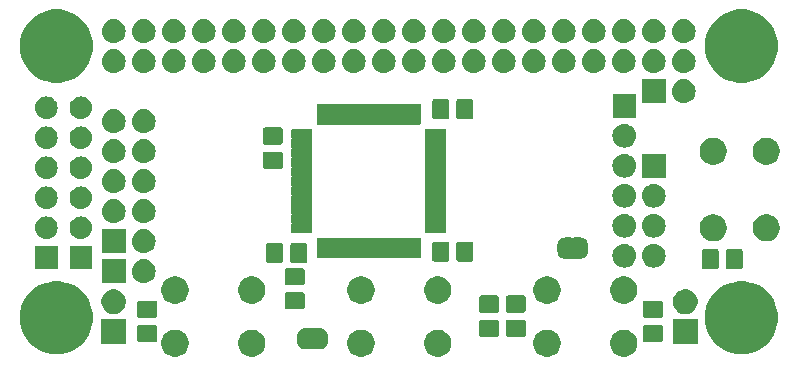
<source format=gts>
G04 #@! TF.GenerationSoftware,KiCad,Pcbnew,(5.1.4)-1*
G04 #@! TF.CreationDate,2020-02-28T00:58:26+00:00*
G04 #@! TF.ProjectId,rgb-to-hdmi,7267622d-746f-42d6-9864-6d692e6b6963,rev?*
G04 #@! TF.SameCoordinates,Original*
G04 #@! TF.FileFunction,Soldermask,Top*
G04 #@! TF.FilePolarity,Negative*
%FSLAX46Y46*%
G04 Gerber Fmt 4.6, Leading zero omitted, Abs format (unit mm)*
G04 Created by KiCad (PCBNEW (5.1.4)-1) date 2020-02-28 00:58:26*
%MOMM*%
%LPD*%
G04 APERTURE LIST*
%ADD10C,0.100000*%
G04 APERTURE END LIST*
D10*
G36*
X52139443Y-52041154D02*
G01*
X52348728Y-52127842D01*
X52537081Y-52253696D01*
X52697264Y-52413879D01*
X52823118Y-52602232D01*
X52909806Y-52811517D01*
X52954000Y-53033695D01*
X52954000Y-53260225D01*
X52909806Y-53482403D01*
X52823118Y-53691688D01*
X52697264Y-53880041D01*
X52537081Y-54040224D01*
X52348728Y-54166078D01*
X52139443Y-54252766D01*
X51917265Y-54296960D01*
X51690735Y-54296960D01*
X51468557Y-54252766D01*
X51259272Y-54166078D01*
X51070919Y-54040224D01*
X50910736Y-53880041D01*
X50784882Y-53691688D01*
X50698194Y-53482403D01*
X50654000Y-53260225D01*
X50654000Y-53033695D01*
X50698194Y-52811517D01*
X50784882Y-52602232D01*
X50910736Y-52413879D01*
X51070919Y-52253696D01*
X51259272Y-52127842D01*
X51468557Y-52041154D01*
X51690735Y-51996960D01*
X51917265Y-51996960D01*
X52139443Y-52041154D01*
X52139443Y-52041154D01*
G37*
G36*
X61387443Y-52041154D02*
G01*
X61596728Y-52127842D01*
X61785081Y-52253696D01*
X61945264Y-52413879D01*
X62071118Y-52602232D01*
X62157806Y-52811517D01*
X62202000Y-53033695D01*
X62202000Y-53260225D01*
X62157806Y-53482403D01*
X62071118Y-53691688D01*
X61945264Y-53880041D01*
X61785081Y-54040224D01*
X61596728Y-54166078D01*
X61387443Y-54252766D01*
X61165265Y-54296960D01*
X60938735Y-54296960D01*
X60716557Y-54252766D01*
X60507272Y-54166078D01*
X60318919Y-54040224D01*
X60158736Y-53880041D01*
X60032882Y-53691688D01*
X59946194Y-53482403D01*
X59902000Y-53260225D01*
X59902000Y-53033695D01*
X59946194Y-52811517D01*
X60032882Y-52602232D01*
X60158736Y-52413879D01*
X60318919Y-52253696D01*
X60507272Y-52127842D01*
X60716557Y-52041154D01*
X60938735Y-51996960D01*
X61165265Y-51996960D01*
X61387443Y-52041154D01*
X61387443Y-52041154D01*
G37*
G36*
X67887443Y-52041154D02*
G01*
X68096728Y-52127842D01*
X68285081Y-52253696D01*
X68445264Y-52413879D01*
X68571118Y-52602232D01*
X68657806Y-52811517D01*
X68702000Y-53033695D01*
X68702000Y-53260225D01*
X68657806Y-53482403D01*
X68571118Y-53691688D01*
X68445264Y-53880041D01*
X68285081Y-54040224D01*
X68096728Y-54166078D01*
X67887443Y-54252766D01*
X67665265Y-54296960D01*
X67438735Y-54296960D01*
X67216557Y-54252766D01*
X67007272Y-54166078D01*
X66818919Y-54040224D01*
X66658736Y-53880041D01*
X66532882Y-53691688D01*
X66446194Y-53482403D01*
X66402000Y-53260225D01*
X66402000Y-53033695D01*
X66446194Y-52811517D01*
X66532882Y-52602232D01*
X66658736Y-52413879D01*
X66818919Y-52253696D01*
X67007272Y-52127842D01*
X67216557Y-52041154D01*
X67438735Y-51996960D01*
X67665265Y-51996960D01*
X67887443Y-52041154D01*
X67887443Y-52041154D01*
G37*
G36*
X29891443Y-52041154D02*
G01*
X30100728Y-52127842D01*
X30289081Y-52253696D01*
X30449264Y-52413879D01*
X30575118Y-52602232D01*
X30661806Y-52811517D01*
X30706000Y-53033695D01*
X30706000Y-53260225D01*
X30661806Y-53482403D01*
X30575118Y-53691688D01*
X30449264Y-53880041D01*
X30289081Y-54040224D01*
X30100728Y-54166078D01*
X29891443Y-54252766D01*
X29669265Y-54296960D01*
X29442735Y-54296960D01*
X29220557Y-54252766D01*
X29011272Y-54166078D01*
X28822919Y-54040224D01*
X28662736Y-53880041D01*
X28536882Y-53691688D01*
X28450194Y-53482403D01*
X28406000Y-53260225D01*
X28406000Y-53031474D01*
X28402157Y-52992456D01*
X28390776Y-52954938D01*
X28380151Y-52935061D01*
X28393420Y-52924172D01*
X28418292Y-52893864D01*
X28436774Y-52859287D01*
X28448155Y-52821769D01*
X28450194Y-52811517D01*
X28536882Y-52602232D01*
X28662736Y-52413879D01*
X28822919Y-52253696D01*
X29011272Y-52127842D01*
X29220557Y-52041154D01*
X29442735Y-51996960D01*
X29669265Y-51996960D01*
X29891443Y-52041154D01*
X29891443Y-52041154D01*
G37*
G36*
X45639443Y-52041154D02*
G01*
X45848728Y-52127842D01*
X46037081Y-52253696D01*
X46197264Y-52413879D01*
X46323118Y-52602232D01*
X46409806Y-52811517D01*
X46454000Y-53033695D01*
X46454000Y-53260225D01*
X46409806Y-53482403D01*
X46323118Y-53691688D01*
X46197264Y-53880041D01*
X46037081Y-54040224D01*
X45848728Y-54166078D01*
X45639443Y-54252766D01*
X45417265Y-54296960D01*
X45190735Y-54296960D01*
X44968557Y-54252766D01*
X44759272Y-54166078D01*
X44570919Y-54040224D01*
X44410736Y-53880041D01*
X44284882Y-53691688D01*
X44198194Y-53482403D01*
X44154000Y-53260225D01*
X44154000Y-53033695D01*
X44198194Y-52811517D01*
X44284882Y-52602232D01*
X44410736Y-52413879D01*
X44570919Y-52253696D01*
X44759272Y-52127842D01*
X44968557Y-52041154D01*
X45190735Y-51996960D01*
X45417265Y-51996960D01*
X45639443Y-52041154D01*
X45639443Y-52041154D01*
G37*
G36*
X36391443Y-52041154D02*
G01*
X36600728Y-52127842D01*
X36789081Y-52253696D01*
X36949264Y-52413879D01*
X37075118Y-52602232D01*
X37161806Y-52811517D01*
X37206000Y-53033695D01*
X37206000Y-53260225D01*
X37161806Y-53482403D01*
X37075118Y-53691688D01*
X36949264Y-53880041D01*
X36789081Y-54040224D01*
X36600728Y-54166078D01*
X36391443Y-54252766D01*
X36169265Y-54296960D01*
X35942735Y-54296960D01*
X35720557Y-54252766D01*
X35511272Y-54166078D01*
X35322919Y-54040224D01*
X35162736Y-53880041D01*
X35036882Y-53691688D01*
X34950194Y-53482403D01*
X34906000Y-53260225D01*
X34906000Y-53033695D01*
X34950194Y-52811517D01*
X35036882Y-52602232D01*
X35162736Y-52413879D01*
X35322919Y-52253696D01*
X35511272Y-52127842D01*
X35720557Y-52041154D01*
X35942735Y-51996960D01*
X36169265Y-51996960D01*
X36391443Y-52041154D01*
X36391443Y-52041154D01*
G37*
G36*
X77977983Y-47934344D02*
G01*
X78404237Y-48019131D01*
X78968401Y-48252815D01*
X79476135Y-48592072D01*
X79907928Y-49023865D01*
X80247185Y-49531599D01*
X80385771Y-49866176D01*
X80480869Y-50095763D01*
X80589246Y-50640610D01*
X80600000Y-50694677D01*
X80600000Y-51305323D01*
X80480869Y-51904237D01*
X80247185Y-52468401D01*
X79907928Y-52976135D01*
X79476135Y-53407928D01*
X78968401Y-53747185D01*
X78404237Y-53980869D01*
X77805324Y-54100000D01*
X77194676Y-54100000D01*
X76595763Y-53980869D01*
X76031599Y-53747185D01*
X75523865Y-53407928D01*
X75092072Y-52976135D01*
X74752815Y-52468401D01*
X74519131Y-51904237D01*
X74400000Y-51305323D01*
X74400000Y-50694677D01*
X74410755Y-50640610D01*
X74519131Y-50095763D01*
X74614229Y-49866176D01*
X74752815Y-49531599D01*
X75092072Y-49023865D01*
X75523865Y-48592072D01*
X76031599Y-48252815D01*
X76595763Y-48019131D01*
X77022017Y-47934344D01*
X77194676Y-47900000D01*
X77805324Y-47900000D01*
X77977983Y-47934344D01*
X77977983Y-47934344D01*
G37*
G36*
X19977983Y-47934344D02*
G01*
X20404237Y-48019131D01*
X20968401Y-48252815D01*
X21476135Y-48592072D01*
X21907928Y-49023865D01*
X22247185Y-49531599D01*
X22385771Y-49866176D01*
X22480869Y-50095763D01*
X22589246Y-50640610D01*
X22600000Y-50694677D01*
X22600000Y-51305323D01*
X22480869Y-51904237D01*
X22247185Y-52468401D01*
X21907928Y-52976135D01*
X21476135Y-53407928D01*
X20968401Y-53747185D01*
X20404237Y-53980869D01*
X19805324Y-54100000D01*
X19194676Y-54100000D01*
X18595763Y-53980869D01*
X18031599Y-53747185D01*
X17523865Y-53407928D01*
X17092072Y-52976135D01*
X16752815Y-52468401D01*
X16519131Y-51904237D01*
X16400000Y-51305323D01*
X16400000Y-50694677D01*
X16410755Y-50640610D01*
X16519131Y-50095763D01*
X16614229Y-49866176D01*
X16752815Y-49531599D01*
X17092072Y-49023865D01*
X17523865Y-48592072D01*
X18031599Y-48252815D01*
X18595763Y-48019131D01*
X19022017Y-47934344D01*
X19194676Y-47900000D01*
X19805324Y-47900000D01*
X19977983Y-47934344D01*
X19977983Y-47934344D01*
G37*
G36*
X41046952Y-51880474D02*
G01*
X41046960Y-51880474D01*
X41076365Y-51883370D01*
X41104640Y-51891947D01*
X41104642Y-51891948D01*
X41106768Y-51892593D01*
X41138907Y-51905905D01*
X41177361Y-51913553D01*
X41216568Y-51913553D01*
X41255021Y-51905903D01*
X41287153Y-51892593D01*
X41289277Y-51891949D01*
X41289280Y-51891947D01*
X41317555Y-51883370D01*
X41346960Y-51880474D01*
X41346968Y-51880474D01*
X41356787Y-51879507D01*
X41837133Y-51879507D01*
X41846951Y-51880474D01*
X41846960Y-51880474D01*
X41851823Y-51880953D01*
X41871408Y-51881915D01*
X41886142Y-51881915D01*
X41895960Y-51882882D01*
X41895969Y-51882882D01*
X41925374Y-51885778D01*
X41925385Y-51885780D01*
X41935201Y-51886747D01*
X42012056Y-51902035D01*
X42021491Y-51904897D01*
X42021507Y-51904900D01*
X42049782Y-51913477D01*
X42049790Y-51913480D01*
X42059238Y-51916346D01*
X42131628Y-51946331D01*
X42140334Y-51950984D01*
X42140338Y-51950986D01*
X42166397Y-51964915D01*
X42175100Y-51969567D01*
X42240261Y-52013107D01*
X42247884Y-52019363D01*
X42247896Y-52019371D01*
X42270736Y-52038116D01*
X42270740Y-52038120D01*
X42278368Y-52044380D01*
X42333780Y-52099792D01*
X42340040Y-52107420D01*
X42340044Y-52107424D01*
X42358789Y-52130264D01*
X42358797Y-52130276D01*
X42365053Y-52137899D01*
X42408593Y-52203060D01*
X42413244Y-52211761D01*
X42413245Y-52211763D01*
X42427174Y-52237822D01*
X42427176Y-52237826D01*
X42431829Y-52246532D01*
X42461814Y-52318922D01*
X42464680Y-52328370D01*
X42464683Y-52328378D01*
X42473260Y-52356653D01*
X42473263Y-52356669D01*
X42476125Y-52366104D01*
X42491413Y-52442959D01*
X42492380Y-52452775D01*
X42492382Y-52452786D01*
X42495278Y-52482191D01*
X42495278Y-52482200D01*
X42496245Y-52492018D01*
X42496245Y-52506752D01*
X42497207Y-52526337D01*
X42497686Y-52531200D01*
X42497686Y-52531209D01*
X42498653Y-52541027D01*
X42498653Y-53021373D01*
X42497686Y-53031191D01*
X42497686Y-53031200D01*
X42497207Y-53036063D01*
X42496245Y-53055648D01*
X42496245Y-53070382D01*
X42495278Y-53080200D01*
X42495278Y-53080209D01*
X42492382Y-53109614D01*
X42492380Y-53109625D01*
X42491413Y-53119441D01*
X42476125Y-53196296D01*
X42473263Y-53205731D01*
X42473260Y-53205747D01*
X42464683Y-53234022D01*
X42464680Y-53234030D01*
X42461814Y-53243478D01*
X42431829Y-53315868D01*
X42427176Y-53324574D01*
X42427174Y-53324578D01*
X42413245Y-53350637D01*
X42408593Y-53359340D01*
X42365053Y-53424501D01*
X42358797Y-53432124D01*
X42358789Y-53432136D01*
X42340044Y-53454976D01*
X42340040Y-53454980D01*
X42333780Y-53462608D01*
X42278368Y-53518020D01*
X42270740Y-53524280D01*
X42270736Y-53524284D01*
X42247896Y-53543029D01*
X42247884Y-53543037D01*
X42240261Y-53549293D01*
X42175100Y-53592833D01*
X42166399Y-53597484D01*
X42166397Y-53597485D01*
X42140338Y-53611414D01*
X42140334Y-53611416D01*
X42131628Y-53616069D01*
X42059238Y-53646054D01*
X42049790Y-53648920D01*
X42049782Y-53648923D01*
X42021507Y-53657500D01*
X42021491Y-53657503D01*
X42012056Y-53660365D01*
X41935201Y-53675653D01*
X41925385Y-53676620D01*
X41925374Y-53676622D01*
X41895969Y-53679518D01*
X41895960Y-53679518D01*
X41886142Y-53680485D01*
X41871408Y-53680485D01*
X41851823Y-53681447D01*
X41846960Y-53681926D01*
X41846951Y-53681926D01*
X41837133Y-53682893D01*
X41356787Y-53682893D01*
X41346968Y-53681926D01*
X41346960Y-53681926D01*
X41317555Y-53679030D01*
X41289280Y-53670453D01*
X41289278Y-53670452D01*
X41287152Y-53669807D01*
X41255013Y-53656495D01*
X41216559Y-53648847D01*
X41177352Y-53648847D01*
X41138899Y-53656497D01*
X41106767Y-53669807D01*
X41104643Y-53670451D01*
X41104640Y-53670453D01*
X41076365Y-53679030D01*
X41046960Y-53681926D01*
X41046952Y-53681926D01*
X41037133Y-53682893D01*
X40556787Y-53682893D01*
X40546969Y-53681926D01*
X40546960Y-53681926D01*
X40542097Y-53681447D01*
X40522512Y-53680485D01*
X40507778Y-53680485D01*
X40497960Y-53679518D01*
X40497951Y-53679518D01*
X40468546Y-53676622D01*
X40468535Y-53676620D01*
X40458719Y-53675653D01*
X40381864Y-53660365D01*
X40372429Y-53657503D01*
X40372413Y-53657500D01*
X40344138Y-53648923D01*
X40344130Y-53648920D01*
X40334682Y-53646054D01*
X40262292Y-53616069D01*
X40253586Y-53611416D01*
X40253582Y-53611414D01*
X40227523Y-53597485D01*
X40227521Y-53597484D01*
X40218820Y-53592833D01*
X40153659Y-53549293D01*
X40146036Y-53543037D01*
X40146024Y-53543029D01*
X40123184Y-53524284D01*
X40123180Y-53524280D01*
X40115552Y-53518020D01*
X40060140Y-53462608D01*
X40053880Y-53454980D01*
X40053876Y-53454976D01*
X40035131Y-53432136D01*
X40035123Y-53432124D01*
X40028867Y-53424501D01*
X39985327Y-53359340D01*
X39980675Y-53350637D01*
X39966746Y-53324578D01*
X39966744Y-53324574D01*
X39962091Y-53315868D01*
X39932106Y-53243478D01*
X39929240Y-53234030D01*
X39929237Y-53234022D01*
X39920660Y-53205747D01*
X39920657Y-53205731D01*
X39917795Y-53196296D01*
X39902507Y-53119441D01*
X39901540Y-53109625D01*
X39901538Y-53109614D01*
X39898642Y-53080209D01*
X39898642Y-53080200D01*
X39897675Y-53070382D01*
X39897675Y-53055648D01*
X39896713Y-53036063D01*
X39896234Y-53031200D01*
X39896234Y-53031191D01*
X39895267Y-53021373D01*
X39895267Y-52541027D01*
X39896234Y-52531209D01*
X39896234Y-52531200D01*
X39896713Y-52526337D01*
X39897675Y-52506752D01*
X39897675Y-52492018D01*
X39898642Y-52482200D01*
X39898642Y-52482191D01*
X39901538Y-52452786D01*
X39901540Y-52452775D01*
X39902507Y-52442959D01*
X39917795Y-52366104D01*
X39920657Y-52356669D01*
X39920660Y-52356653D01*
X39929237Y-52328378D01*
X39929240Y-52328370D01*
X39932106Y-52318922D01*
X39962091Y-52246532D01*
X39966744Y-52237826D01*
X39966746Y-52237822D01*
X39980675Y-52211763D01*
X39980676Y-52211761D01*
X39985327Y-52203060D01*
X40028867Y-52137899D01*
X40035123Y-52130276D01*
X40035131Y-52130264D01*
X40053876Y-52107424D01*
X40053880Y-52107420D01*
X40060140Y-52099792D01*
X40115552Y-52044380D01*
X40123180Y-52038120D01*
X40123184Y-52038116D01*
X40146024Y-52019371D01*
X40146036Y-52019363D01*
X40153659Y-52013107D01*
X40218820Y-51969567D01*
X40227523Y-51964915D01*
X40253582Y-51950986D01*
X40253586Y-51950984D01*
X40262292Y-51946331D01*
X40334682Y-51916346D01*
X40344130Y-51913480D01*
X40344138Y-51913477D01*
X40372413Y-51904900D01*
X40372429Y-51904897D01*
X40381864Y-51902035D01*
X40458719Y-51886747D01*
X40468535Y-51885780D01*
X40468546Y-51885778D01*
X40497951Y-51882882D01*
X40497960Y-51882882D01*
X40507778Y-51881915D01*
X40522512Y-51881915D01*
X40542097Y-51880953D01*
X40546960Y-51880474D01*
X40546969Y-51880474D01*
X40556787Y-51879507D01*
X41037133Y-51879507D01*
X41046952Y-51880474D01*
X41046952Y-51880474D01*
G37*
G36*
X25399000Y-53220960D02*
G01*
X23299000Y-53220960D01*
X23299000Y-51120960D01*
X25399000Y-51120960D01*
X25399000Y-53220960D01*
X25399000Y-53220960D01*
G37*
G36*
X73809000Y-53220960D02*
G01*
X71709000Y-53220960D01*
X71709000Y-51120960D01*
X73809000Y-51120960D01*
X73809000Y-53220960D01*
X73809000Y-53220960D01*
G37*
G36*
X27889080Y-51605794D02*
G01*
X27926825Y-51617244D01*
X27961613Y-51635838D01*
X27992101Y-51660859D01*
X28017122Y-51691347D01*
X28035716Y-51726135D01*
X28047166Y-51763880D01*
X28052000Y-51812960D01*
X28052000Y-52782751D01*
X28055843Y-52821769D01*
X28067224Y-52859287D01*
X28077849Y-52879164D01*
X28064580Y-52890053D01*
X28039708Y-52920361D01*
X28029617Y-52937196D01*
X28017122Y-52960573D01*
X27992101Y-52991061D01*
X27961613Y-53016082D01*
X27926825Y-53034676D01*
X27889080Y-53046126D01*
X27840000Y-53050960D01*
X26564000Y-53050960D01*
X26514920Y-53046126D01*
X26477175Y-53034676D01*
X26442387Y-53016082D01*
X26411899Y-52991061D01*
X26386878Y-52960573D01*
X26368284Y-52925785D01*
X26356834Y-52888040D01*
X26352000Y-52838960D01*
X26352000Y-51812960D01*
X26356834Y-51763880D01*
X26368284Y-51726135D01*
X26386878Y-51691347D01*
X26411899Y-51660859D01*
X26442387Y-51635838D01*
X26477175Y-51617244D01*
X26514920Y-51605794D01*
X26564000Y-51600960D01*
X27840000Y-51600960D01*
X27889080Y-51605794D01*
X27889080Y-51605794D01*
G37*
G36*
X70689080Y-51605794D02*
G01*
X70726825Y-51617244D01*
X70761613Y-51635838D01*
X70792101Y-51660859D01*
X70817122Y-51691347D01*
X70835716Y-51726135D01*
X70847166Y-51763880D01*
X70852000Y-51812960D01*
X70852000Y-52838960D01*
X70847166Y-52888040D01*
X70835716Y-52925785D01*
X70817122Y-52960573D01*
X70792101Y-52991061D01*
X70761613Y-53016082D01*
X70726825Y-53034676D01*
X70689080Y-53046126D01*
X70640000Y-53050960D01*
X69364000Y-53050960D01*
X69314920Y-53046126D01*
X69277175Y-53034676D01*
X69242387Y-53016082D01*
X69211899Y-52991061D01*
X69186878Y-52960573D01*
X69168284Y-52925785D01*
X69156834Y-52888040D01*
X69152000Y-52838960D01*
X69152000Y-51812960D01*
X69156834Y-51763880D01*
X69168284Y-51726135D01*
X69186878Y-51691347D01*
X69211899Y-51660859D01*
X69242387Y-51635838D01*
X69277175Y-51617244D01*
X69314920Y-51605794D01*
X69364000Y-51600960D01*
X70640000Y-51600960D01*
X70689080Y-51605794D01*
X70689080Y-51605794D01*
G37*
G36*
X59095080Y-51165794D02*
G01*
X59132825Y-51177244D01*
X59167613Y-51195838D01*
X59198101Y-51220859D01*
X59223122Y-51251347D01*
X59241716Y-51286135D01*
X59253166Y-51323880D01*
X59258000Y-51372960D01*
X59258000Y-52398960D01*
X59253166Y-52448040D01*
X59241716Y-52485785D01*
X59223122Y-52520573D01*
X59198101Y-52551061D01*
X59167613Y-52576082D01*
X59132825Y-52594676D01*
X59095080Y-52606126D01*
X59046000Y-52610960D01*
X57770000Y-52610960D01*
X57720920Y-52606126D01*
X57683175Y-52594676D01*
X57648387Y-52576082D01*
X57617899Y-52551061D01*
X57592878Y-52520573D01*
X57574284Y-52485785D01*
X57562834Y-52448040D01*
X57558000Y-52398960D01*
X57558000Y-51372960D01*
X57562834Y-51323880D01*
X57574284Y-51286135D01*
X57592878Y-51251347D01*
X57617899Y-51220859D01*
X57648387Y-51195838D01*
X57683175Y-51177244D01*
X57720920Y-51165794D01*
X57770000Y-51160960D01*
X59046000Y-51160960D01*
X59095080Y-51165794D01*
X59095080Y-51165794D01*
G37*
G36*
X56821780Y-51165794D02*
G01*
X56859525Y-51177244D01*
X56894313Y-51195838D01*
X56924801Y-51220859D01*
X56949822Y-51251347D01*
X56968416Y-51286135D01*
X56979866Y-51323880D01*
X56984700Y-51372960D01*
X56984700Y-52398960D01*
X56979866Y-52448040D01*
X56968416Y-52485785D01*
X56949822Y-52520573D01*
X56924801Y-52551061D01*
X56894313Y-52576082D01*
X56859525Y-52594676D01*
X56821780Y-52606126D01*
X56772700Y-52610960D01*
X55496700Y-52610960D01*
X55447620Y-52606126D01*
X55409875Y-52594676D01*
X55375087Y-52576082D01*
X55344599Y-52551061D01*
X55319578Y-52520573D01*
X55300984Y-52485785D01*
X55289534Y-52448040D01*
X55284700Y-52398960D01*
X55284700Y-51372960D01*
X55289534Y-51323880D01*
X55300984Y-51286135D01*
X55319578Y-51251347D01*
X55344599Y-51220859D01*
X55375087Y-51195838D01*
X55409875Y-51177244D01*
X55447620Y-51165794D01*
X55496700Y-51160960D01*
X56772700Y-51160960D01*
X56821780Y-51165794D01*
X56821780Y-51165794D01*
G37*
G36*
X70689080Y-49555794D02*
G01*
X70726825Y-49567244D01*
X70761613Y-49585838D01*
X70792101Y-49610859D01*
X70817122Y-49641347D01*
X70835716Y-49676135D01*
X70847166Y-49713880D01*
X70852000Y-49762960D01*
X70852000Y-50788960D01*
X70847166Y-50838040D01*
X70835716Y-50875785D01*
X70817122Y-50910573D01*
X70792101Y-50941061D01*
X70761613Y-50966082D01*
X70726825Y-50984676D01*
X70689080Y-50996126D01*
X70640000Y-51000960D01*
X69364000Y-51000960D01*
X69314920Y-50996126D01*
X69277175Y-50984676D01*
X69242387Y-50966082D01*
X69211899Y-50941061D01*
X69186878Y-50910573D01*
X69168284Y-50875785D01*
X69156834Y-50838040D01*
X69152000Y-50788960D01*
X69152000Y-49762960D01*
X69156834Y-49713880D01*
X69168284Y-49676135D01*
X69186878Y-49641347D01*
X69211899Y-49610859D01*
X69242387Y-49585838D01*
X69277175Y-49567244D01*
X69314920Y-49555794D01*
X69364000Y-49550960D01*
X70640000Y-49550960D01*
X70689080Y-49555794D01*
X70689080Y-49555794D01*
G37*
G36*
X27889080Y-49555794D02*
G01*
X27926825Y-49567244D01*
X27961613Y-49585838D01*
X27992101Y-49610859D01*
X28017122Y-49641347D01*
X28035716Y-49676135D01*
X28047166Y-49713880D01*
X28052000Y-49762960D01*
X28052000Y-50788960D01*
X28047166Y-50838040D01*
X28035716Y-50875785D01*
X28017122Y-50910573D01*
X27992101Y-50941061D01*
X27961613Y-50966082D01*
X27926825Y-50984676D01*
X27889080Y-50996126D01*
X27840000Y-51000960D01*
X26564000Y-51000960D01*
X26514920Y-50996126D01*
X26477175Y-50984676D01*
X26442387Y-50966082D01*
X26411899Y-50941061D01*
X26386878Y-50910573D01*
X26368284Y-50875785D01*
X26356834Y-50838040D01*
X26352000Y-50788960D01*
X26352000Y-49762960D01*
X26356834Y-49713880D01*
X26368284Y-49676135D01*
X26386878Y-49641347D01*
X26411899Y-49610859D01*
X26442387Y-49585838D01*
X26477175Y-49567244D01*
X26514920Y-49555794D01*
X26564000Y-49550960D01*
X27840000Y-49550960D01*
X27889080Y-49555794D01*
X27889080Y-49555794D01*
G37*
G36*
X73065274Y-48621310D02*
G01*
X73256362Y-48700462D01*
X73428336Y-48815371D01*
X73574589Y-48961624D01*
X73689498Y-49133598D01*
X73768650Y-49324686D01*
X73809000Y-49527544D01*
X73809000Y-49734376D01*
X73768650Y-49937234D01*
X73689498Y-50128322D01*
X73574589Y-50300296D01*
X73428336Y-50446549D01*
X73256362Y-50561458D01*
X73065274Y-50640610D01*
X72862416Y-50680960D01*
X72655584Y-50680960D01*
X72452726Y-50640610D01*
X72261638Y-50561458D01*
X72089664Y-50446549D01*
X71943411Y-50300296D01*
X71828502Y-50128322D01*
X71749350Y-49937234D01*
X71709000Y-49734376D01*
X71709000Y-49527544D01*
X71749350Y-49324686D01*
X71828502Y-49133598D01*
X71943411Y-48961624D01*
X72089664Y-48815371D01*
X72261638Y-48700462D01*
X72452726Y-48621310D01*
X72655584Y-48580960D01*
X72862416Y-48580960D01*
X73065274Y-48621310D01*
X73065274Y-48621310D01*
G37*
G36*
X24655274Y-48621310D02*
G01*
X24846362Y-48700462D01*
X25018336Y-48815371D01*
X25164589Y-48961624D01*
X25279498Y-49133598D01*
X25358650Y-49324686D01*
X25399000Y-49527544D01*
X25399000Y-49734376D01*
X25358650Y-49937234D01*
X25279498Y-50128322D01*
X25164589Y-50300296D01*
X25018336Y-50446549D01*
X24846362Y-50561458D01*
X24655274Y-50640610D01*
X24452416Y-50680960D01*
X24245584Y-50680960D01*
X24042726Y-50640610D01*
X23851638Y-50561458D01*
X23679664Y-50446549D01*
X23533411Y-50300296D01*
X23418502Y-50128322D01*
X23339350Y-49937234D01*
X23299000Y-49734376D01*
X23299000Y-49527544D01*
X23339350Y-49324686D01*
X23418502Y-49133598D01*
X23533411Y-48961624D01*
X23679664Y-48815371D01*
X23851638Y-48700462D01*
X24042726Y-48621310D01*
X24245584Y-48580960D01*
X24452416Y-48580960D01*
X24655274Y-48621310D01*
X24655274Y-48621310D01*
G37*
G36*
X56821780Y-49115794D02*
G01*
X56859525Y-49127244D01*
X56894313Y-49145838D01*
X56924801Y-49170859D01*
X56949822Y-49201347D01*
X56968416Y-49236135D01*
X56979866Y-49273880D01*
X56984700Y-49322960D01*
X56984700Y-50348960D01*
X56979866Y-50398040D01*
X56968416Y-50435785D01*
X56949822Y-50470573D01*
X56924801Y-50501061D01*
X56894313Y-50526082D01*
X56859525Y-50544676D01*
X56821780Y-50556126D01*
X56772700Y-50560960D01*
X55496700Y-50560960D01*
X55447620Y-50556126D01*
X55409875Y-50544676D01*
X55375087Y-50526082D01*
X55344599Y-50501061D01*
X55319578Y-50470573D01*
X55300984Y-50435785D01*
X55289534Y-50398040D01*
X55284700Y-50348960D01*
X55284700Y-49322960D01*
X55289534Y-49273880D01*
X55300984Y-49236135D01*
X55319578Y-49201347D01*
X55344599Y-49170859D01*
X55375087Y-49145838D01*
X55409875Y-49127244D01*
X55447620Y-49115794D01*
X55496700Y-49110960D01*
X56772700Y-49110960D01*
X56821780Y-49115794D01*
X56821780Y-49115794D01*
G37*
G36*
X59095080Y-49115794D02*
G01*
X59132825Y-49127244D01*
X59167613Y-49145838D01*
X59198101Y-49170859D01*
X59223122Y-49201347D01*
X59241716Y-49236135D01*
X59253166Y-49273880D01*
X59258000Y-49322960D01*
X59258000Y-50348960D01*
X59253166Y-50398040D01*
X59241716Y-50435785D01*
X59223122Y-50470573D01*
X59198101Y-50501061D01*
X59167613Y-50526082D01*
X59132825Y-50544676D01*
X59095080Y-50556126D01*
X59046000Y-50560960D01*
X57770000Y-50560960D01*
X57720920Y-50556126D01*
X57683175Y-50544676D01*
X57648387Y-50526082D01*
X57617899Y-50501061D01*
X57592878Y-50470573D01*
X57574284Y-50435785D01*
X57562834Y-50398040D01*
X57558000Y-50348960D01*
X57558000Y-49322960D01*
X57562834Y-49273880D01*
X57574284Y-49236135D01*
X57592878Y-49201347D01*
X57617899Y-49170859D01*
X57648387Y-49145838D01*
X57683175Y-49127244D01*
X57720920Y-49115794D01*
X57770000Y-49110960D01*
X59046000Y-49110960D01*
X59095080Y-49115794D01*
X59095080Y-49115794D01*
G37*
G36*
X40362580Y-48854394D02*
G01*
X40400325Y-48865844D01*
X40435113Y-48884438D01*
X40465601Y-48909459D01*
X40490622Y-48939947D01*
X40509216Y-48974735D01*
X40520666Y-49012480D01*
X40525500Y-49061560D01*
X40525500Y-50087560D01*
X40520666Y-50136640D01*
X40509216Y-50174385D01*
X40490622Y-50209173D01*
X40465601Y-50239661D01*
X40435113Y-50264682D01*
X40400325Y-50283276D01*
X40362580Y-50294726D01*
X40313500Y-50299560D01*
X39037500Y-50299560D01*
X38988420Y-50294726D01*
X38950675Y-50283276D01*
X38915887Y-50264682D01*
X38885399Y-50239661D01*
X38860378Y-50209173D01*
X38841784Y-50174385D01*
X38830334Y-50136640D01*
X38825500Y-50087560D01*
X38825500Y-49061560D01*
X38830334Y-49012480D01*
X38841784Y-48974735D01*
X38860378Y-48939947D01*
X38885399Y-48909459D01*
X38915887Y-48884438D01*
X38950675Y-48865844D01*
X38988420Y-48854394D01*
X39037500Y-48849560D01*
X40313500Y-48849560D01*
X40362580Y-48854394D01*
X40362580Y-48854394D01*
G37*
G36*
X61387443Y-47541154D02*
G01*
X61596728Y-47627842D01*
X61785081Y-47753696D01*
X61945264Y-47913879D01*
X62071118Y-48102232D01*
X62157806Y-48311517D01*
X62202000Y-48533695D01*
X62202000Y-48760225D01*
X62157806Y-48982403D01*
X62071118Y-49191688D01*
X61945264Y-49380041D01*
X61785081Y-49540224D01*
X61596728Y-49666078D01*
X61387443Y-49752766D01*
X61165265Y-49796960D01*
X60938735Y-49796960D01*
X60716557Y-49752766D01*
X60507272Y-49666078D01*
X60318919Y-49540224D01*
X60158736Y-49380041D01*
X60032882Y-49191688D01*
X59946194Y-48982403D01*
X59902000Y-48760225D01*
X59902000Y-48533695D01*
X59946194Y-48311517D01*
X60032882Y-48102232D01*
X60158736Y-47913879D01*
X60318919Y-47753696D01*
X60507272Y-47627842D01*
X60716557Y-47541154D01*
X60938735Y-47496960D01*
X61165265Y-47496960D01*
X61387443Y-47541154D01*
X61387443Y-47541154D01*
G37*
G36*
X36391443Y-47541154D02*
G01*
X36600728Y-47627842D01*
X36789081Y-47753696D01*
X36949264Y-47913879D01*
X37075118Y-48102232D01*
X37161806Y-48311517D01*
X37206000Y-48533695D01*
X37206000Y-48760225D01*
X37161806Y-48982403D01*
X37075118Y-49191688D01*
X36949264Y-49380041D01*
X36789081Y-49540224D01*
X36600728Y-49666078D01*
X36408869Y-49745548D01*
X36391443Y-49752766D01*
X36169265Y-49796960D01*
X35942735Y-49796960D01*
X35720557Y-49752766D01*
X35703131Y-49745548D01*
X35511272Y-49666078D01*
X35322919Y-49540224D01*
X35162736Y-49380041D01*
X35036882Y-49191688D01*
X34950194Y-48982403D01*
X34906000Y-48760225D01*
X34906000Y-48533695D01*
X34950194Y-48311517D01*
X35036882Y-48102232D01*
X35162736Y-47913879D01*
X35322919Y-47753696D01*
X35511272Y-47627842D01*
X35720557Y-47541154D01*
X35942735Y-47496960D01*
X36169265Y-47496960D01*
X36391443Y-47541154D01*
X36391443Y-47541154D01*
G37*
G36*
X29891443Y-47541154D02*
G01*
X30100728Y-47627842D01*
X30289081Y-47753696D01*
X30449264Y-47913879D01*
X30575118Y-48102232D01*
X30661806Y-48311517D01*
X30706000Y-48533695D01*
X30706000Y-48760225D01*
X30661806Y-48982403D01*
X30575118Y-49191688D01*
X30449264Y-49380041D01*
X30289081Y-49540224D01*
X30100728Y-49666078D01*
X29908869Y-49745548D01*
X29891443Y-49752766D01*
X29669265Y-49796960D01*
X29442735Y-49796960D01*
X29220557Y-49752766D01*
X29203131Y-49745548D01*
X29011272Y-49666078D01*
X28822919Y-49540224D01*
X28662736Y-49380041D01*
X28536882Y-49191688D01*
X28450194Y-48982403D01*
X28406000Y-48760225D01*
X28406000Y-48533695D01*
X28450194Y-48311517D01*
X28536882Y-48102232D01*
X28662736Y-47913879D01*
X28822919Y-47753696D01*
X29011272Y-47627842D01*
X29220557Y-47541154D01*
X29442735Y-47496960D01*
X29669265Y-47496960D01*
X29891443Y-47541154D01*
X29891443Y-47541154D01*
G37*
G36*
X52139443Y-47541154D02*
G01*
X52348728Y-47627842D01*
X52537081Y-47753696D01*
X52697264Y-47913879D01*
X52823118Y-48102232D01*
X52909806Y-48311517D01*
X52954000Y-48533695D01*
X52954000Y-48760225D01*
X52909806Y-48982403D01*
X52823118Y-49191688D01*
X52697264Y-49380041D01*
X52537081Y-49540224D01*
X52348728Y-49666078D01*
X52139443Y-49752766D01*
X51917265Y-49796960D01*
X51690735Y-49796960D01*
X51468557Y-49752766D01*
X51259272Y-49666078D01*
X51070919Y-49540224D01*
X50910736Y-49380041D01*
X50784882Y-49191688D01*
X50698194Y-48982403D01*
X50654000Y-48760225D01*
X50654000Y-48533695D01*
X50698194Y-48311517D01*
X50784882Y-48102232D01*
X50910736Y-47913879D01*
X51070919Y-47753696D01*
X51259272Y-47627842D01*
X51468557Y-47541154D01*
X51690735Y-47496960D01*
X51917265Y-47496960D01*
X52139443Y-47541154D01*
X52139443Y-47541154D01*
G37*
G36*
X67887443Y-47541154D02*
G01*
X68096728Y-47627842D01*
X68285081Y-47753696D01*
X68445264Y-47913879D01*
X68571118Y-48102232D01*
X68657806Y-48311517D01*
X68702000Y-48533695D01*
X68702000Y-48760225D01*
X68657806Y-48982403D01*
X68571118Y-49191688D01*
X68445264Y-49380041D01*
X68285081Y-49540224D01*
X68096728Y-49666078D01*
X67887443Y-49752766D01*
X67665265Y-49796960D01*
X67438735Y-49796960D01*
X67216557Y-49752766D01*
X67007272Y-49666078D01*
X66818919Y-49540224D01*
X66658736Y-49380041D01*
X66532882Y-49191688D01*
X66446194Y-48982403D01*
X66402000Y-48760225D01*
X66402000Y-48533695D01*
X66446194Y-48311517D01*
X66532882Y-48102232D01*
X66658736Y-47913879D01*
X66818919Y-47753696D01*
X67007272Y-47627842D01*
X67216557Y-47541154D01*
X67438735Y-47496960D01*
X67665265Y-47496960D01*
X67887443Y-47541154D01*
X67887443Y-47541154D01*
G37*
G36*
X45639443Y-47541154D02*
G01*
X45848728Y-47627842D01*
X46037081Y-47753696D01*
X46197264Y-47913879D01*
X46323118Y-48102232D01*
X46409806Y-48311517D01*
X46454000Y-48533695D01*
X46454000Y-48760225D01*
X46409806Y-48982403D01*
X46323118Y-49191688D01*
X46197264Y-49380041D01*
X46037081Y-49540224D01*
X45848728Y-49666078D01*
X45639443Y-49752766D01*
X45417265Y-49796960D01*
X45190735Y-49796960D01*
X44968557Y-49752766D01*
X44759272Y-49666078D01*
X44570919Y-49540224D01*
X44410736Y-49380041D01*
X44284882Y-49191688D01*
X44198194Y-48982403D01*
X44154000Y-48760225D01*
X44154000Y-48533695D01*
X44198194Y-48311517D01*
X44284882Y-48102232D01*
X44410736Y-47913879D01*
X44570919Y-47753696D01*
X44759272Y-47627842D01*
X44968557Y-47541154D01*
X45190735Y-47496960D01*
X45417265Y-47496960D01*
X45639443Y-47541154D01*
X45639443Y-47541154D01*
G37*
G36*
X40362580Y-46804394D02*
G01*
X40400325Y-46815844D01*
X40435113Y-46834438D01*
X40465601Y-46859459D01*
X40490622Y-46889947D01*
X40509216Y-46924735D01*
X40520666Y-46962480D01*
X40525500Y-47011560D01*
X40525500Y-48037560D01*
X40520666Y-48086640D01*
X40509216Y-48124385D01*
X40490622Y-48159173D01*
X40465601Y-48189661D01*
X40435113Y-48214682D01*
X40400325Y-48233276D01*
X40362580Y-48244726D01*
X40313500Y-48249560D01*
X39037500Y-48249560D01*
X38988420Y-48244726D01*
X38950675Y-48233276D01*
X38915887Y-48214682D01*
X38885399Y-48189661D01*
X38860378Y-48159173D01*
X38841784Y-48124385D01*
X38830334Y-48086640D01*
X38825500Y-48037560D01*
X38825500Y-47011560D01*
X38830334Y-46962480D01*
X38841784Y-46924735D01*
X38860378Y-46889947D01*
X38885399Y-46859459D01*
X38915887Y-46834438D01*
X38950675Y-46815844D01*
X38988420Y-46804394D01*
X39037500Y-46799560D01*
X40313500Y-46799560D01*
X40362580Y-46804394D01*
X40362580Y-46804394D01*
G37*
G36*
X27108036Y-46065429D02*
G01*
X27296533Y-46122609D01*
X27408340Y-46182372D01*
X27470258Y-46215468D01*
X27622528Y-46340432D01*
X27747492Y-46492702D01*
X27747493Y-46492704D01*
X27840351Y-46666427D01*
X27897531Y-46854924D01*
X27916838Y-47050960D01*
X27897531Y-47246996D01*
X27840351Y-47435493D01*
X27783873Y-47541154D01*
X27747492Y-47609218D01*
X27622528Y-47761488D01*
X27470258Y-47886452D01*
X27470256Y-47886453D01*
X27296533Y-47979311D01*
X27108036Y-48036491D01*
X26961125Y-48050960D01*
X26862875Y-48050960D01*
X26715964Y-48036491D01*
X26527467Y-47979311D01*
X26353744Y-47886453D01*
X26353742Y-47886452D01*
X26201472Y-47761488D01*
X26076508Y-47609218D01*
X26040127Y-47541154D01*
X25983649Y-47435493D01*
X25926469Y-47246996D01*
X25907162Y-47050960D01*
X25926469Y-46854924D01*
X25983649Y-46666427D01*
X26076507Y-46492704D01*
X26076508Y-46492702D01*
X26201472Y-46340432D01*
X26353742Y-46215468D01*
X26415660Y-46182372D01*
X26527467Y-46122609D01*
X26715964Y-46065429D01*
X26862875Y-46050960D01*
X26961125Y-46050960D01*
X27108036Y-46065429D01*
X27108036Y-46065429D01*
G37*
G36*
X25372000Y-48050960D02*
G01*
X23372000Y-48050960D01*
X23372000Y-46050960D01*
X25372000Y-46050960D01*
X25372000Y-48050960D01*
X25372000Y-48050960D01*
G37*
G36*
X77470280Y-45189794D02*
G01*
X77508025Y-45201244D01*
X77542813Y-45219838D01*
X77573301Y-45244859D01*
X77598322Y-45275347D01*
X77616916Y-45310135D01*
X77628366Y-45347880D01*
X77633200Y-45396960D01*
X77633200Y-46672960D01*
X77628366Y-46722040D01*
X77616916Y-46759785D01*
X77598322Y-46794573D01*
X77573301Y-46825061D01*
X77542813Y-46850082D01*
X77508025Y-46868676D01*
X77470280Y-46880126D01*
X77421200Y-46884960D01*
X76395200Y-46884960D01*
X76346120Y-46880126D01*
X76308375Y-46868676D01*
X76273587Y-46850082D01*
X76243099Y-46825061D01*
X76218078Y-46794573D01*
X76199484Y-46759785D01*
X76188034Y-46722040D01*
X76183200Y-46672960D01*
X76183200Y-45396960D01*
X76188034Y-45347880D01*
X76199484Y-45310135D01*
X76218078Y-45275347D01*
X76243099Y-45244859D01*
X76273587Y-45219838D01*
X76308375Y-45201244D01*
X76346120Y-45189794D01*
X76395200Y-45184960D01*
X77421200Y-45184960D01*
X77470280Y-45189794D01*
X77470280Y-45189794D01*
G37*
G36*
X75420280Y-45189794D02*
G01*
X75458025Y-45201244D01*
X75492813Y-45219838D01*
X75523301Y-45244859D01*
X75548322Y-45275347D01*
X75566916Y-45310135D01*
X75578366Y-45347880D01*
X75583200Y-45396960D01*
X75583200Y-46672960D01*
X75578366Y-46722040D01*
X75566916Y-46759785D01*
X75548322Y-46794573D01*
X75523301Y-46825061D01*
X75492813Y-46850082D01*
X75458025Y-46868676D01*
X75420280Y-46880126D01*
X75371200Y-46884960D01*
X74345200Y-46884960D01*
X74296120Y-46880126D01*
X74258375Y-46868676D01*
X74223587Y-46850082D01*
X74193099Y-46825061D01*
X74168078Y-46794573D01*
X74149484Y-46759785D01*
X74138034Y-46722040D01*
X74133200Y-46672960D01*
X74133200Y-45396960D01*
X74138034Y-45347880D01*
X74149484Y-45310135D01*
X74168078Y-45275347D01*
X74193099Y-45244859D01*
X74223587Y-45219838D01*
X74258375Y-45201244D01*
X74296120Y-45189794D01*
X74345200Y-45184960D01*
X75371200Y-45184960D01*
X75420280Y-45189794D01*
X75420280Y-45189794D01*
G37*
G36*
X22528000Y-46857960D02*
G01*
X20628000Y-46857960D01*
X20628000Y-44957960D01*
X22528000Y-44957960D01*
X22528000Y-46857960D01*
X22528000Y-46857960D01*
G37*
G36*
X19607000Y-46857960D02*
G01*
X17707000Y-46857960D01*
X17707000Y-44957960D01*
X19607000Y-44957960D01*
X19607000Y-46857960D01*
X19607000Y-46857960D01*
G37*
G36*
X70288036Y-44770029D02*
G01*
X70476533Y-44827209D01*
X70638265Y-44913658D01*
X70650258Y-44920068D01*
X70802528Y-45045032D01*
X70927492Y-45197302D01*
X70927493Y-45197304D01*
X71020351Y-45371027D01*
X71077531Y-45559524D01*
X71096838Y-45755560D01*
X71077531Y-45951596D01*
X71020351Y-46140093D01*
X70943091Y-46284635D01*
X70927492Y-46313818D01*
X70802528Y-46466088D01*
X70650258Y-46591052D01*
X70650256Y-46591053D01*
X70476533Y-46683911D01*
X70288036Y-46741091D01*
X70141125Y-46755560D01*
X70042875Y-46755560D01*
X69895964Y-46741091D01*
X69707467Y-46683911D01*
X69533744Y-46591053D01*
X69533742Y-46591052D01*
X69381472Y-46466088D01*
X69256508Y-46313818D01*
X69240909Y-46284635D01*
X69163649Y-46140093D01*
X69106469Y-45951596D01*
X69087162Y-45755560D01*
X69106469Y-45559524D01*
X69163649Y-45371027D01*
X69256507Y-45197304D01*
X69256508Y-45197302D01*
X69381472Y-45045032D01*
X69533742Y-44920068D01*
X69545735Y-44913658D01*
X69707467Y-44827209D01*
X69895964Y-44770029D01*
X70042875Y-44755560D01*
X70141125Y-44755560D01*
X70288036Y-44770029D01*
X70288036Y-44770029D01*
G37*
G36*
X67796836Y-44768470D02*
G01*
X67985333Y-44825650D01*
X68103776Y-44888960D01*
X68159058Y-44918509D01*
X68311328Y-45043473D01*
X68436292Y-45195743D01*
X68436293Y-45195745D01*
X68529151Y-45369468D01*
X68586331Y-45557965D01*
X68605638Y-45754001D01*
X68586331Y-45950037D01*
X68529151Y-46138534D01*
X68442702Y-46300266D01*
X68436292Y-46312259D01*
X68311328Y-46464529D01*
X68159058Y-46589493D01*
X68159056Y-46589494D01*
X67985333Y-46682352D01*
X67796836Y-46739532D01*
X67649925Y-46754001D01*
X67551675Y-46754001D01*
X67404764Y-46739532D01*
X67216267Y-46682352D01*
X67042544Y-46589494D01*
X67042542Y-46589493D01*
X66890272Y-46464529D01*
X66765308Y-46312259D01*
X66758898Y-46300266D01*
X66672449Y-46138534D01*
X66615269Y-45950037D01*
X66595962Y-45754001D01*
X66615269Y-45557965D01*
X66672449Y-45369468D01*
X66765307Y-45195745D01*
X66765308Y-45195743D01*
X66890272Y-45043473D01*
X67042542Y-44918509D01*
X67097824Y-44888960D01*
X67216267Y-44825650D01*
X67404764Y-44768470D01*
X67551675Y-44754001D01*
X67649925Y-44754001D01*
X67796836Y-44768470D01*
X67796836Y-44768470D01*
G37*
G36*
X38539480Y-44681794D02*
G01*
X38577225Y-44693244D01*
X38612013Y-44711838D01*
X38642501Y-44736859D01*
X38667522Y-44767347D01*
X38686116Y-44802135D01*
X38697566Y-44839880D01*
X38702400Y-44888960D01*
X38702400Y-46164960D01*
X38697566Y-46214040D01*
X38686116Y-46251785D01*
X38667522Y-46286573D01*
X38642501Y-46317061D01*
X38612013Y-46342082D01*
X38577225Y-46360676D01*
X38539480Y-46372126D01*
X38490400Y-46376960D01*
X37464400Y-46376960D01*
X37415320Y-46372126D01*
X37377575Y-46360676D01*
X37342787Y-46342082D01*
X37312299Y-46317061D01*
X37287278Y-46286573D01*
X37268684Y-46251785D01*
X37257234Y-46214040D01*
X37252400Y-46164960D01*
X37252400Y-44888960D01*
X37257234Y-44839880D01*
X37268684Y-44802135D01*
X37287278Y-44767347D01*
X37312299Y-44736859D01*
X37342787Y-44711838D01*
X37377575Y-44693244D01*
X37415320Y-44681794D01*
X37464400Y-44676960D01*
X38490400Y-44676960D01*
X38539480Y-44681794D01*
X38539480Y-44681794D01*
G37*
G36*
X40589480Y-44681794D02*
G01*
X40627225Y-44693244D01*
X40662013Y-44711838D01*
X40692501Y-44736859D01*
X40717522Y-44767347D01*
X40736116Y-44802135D01*
X40747566Y-44839880D01*
X40752400Y-44888960D01*
X40752400Y-46164960D01*
X40747566Y-46214040D01*
X40736116Y-46251785D01*
X40717522Y-46286573D01*
X40692501Y-46317061D01*
X40662013Y-46342082D01*
X40627225Y-46360676D01*
X40589480Y-46372126D01*
X40540400Y-46376960D01*
X39514400Y-46376960D01*
X39465320Y-46372126D01*
X39427575Y-46360676D01*
X39392787Y-46342082D01*
X39362299Y-46317061D01*
X39337278Y-46286573D01*
X39318684Y-46251785D01*
X39307234Y-46214040D01*
X39302400Y-46164960D01*
X39302400Y-44888960D01*
X39307234Y-44839880D01*
X39318684Y-44802135D01*
X39337278Y-44767347D01*
X39362299Y-44736859D01*
X39392787Y-44711838D01*
X39427575Y-44693244D01*
X39465320Y-44681794D01*
X39514400Y-44676960D01*
X40540400Y-44676960D01*
X40589480Y-44681794D01*
X40589480Y-44681794D01*
G37*
G36*
X54661080Y-44554794D02*
G01*
X54698825Y-44566244D01*
X54733613Y-44584838D01*
X54764101Y-44609859D01*
X54789122Y-44640347D01*
X54807716Y-44675135D01*
X54819166Y-44712880D01*
X54824000Y-44761960D01*
X54824000Y-46037960D01*
X54819166Y-46087040D01*
X54807716Y-46124785D01*
X54789122Y-46159573D01*
X54764101Y-46190061D01*
X54733613Y-46215082D01*
X54698825Y-46233676D01*
X54661080Y-46245126D01*
X54612000Y-46249960D01*
X53586000Y-46249960D01*
X53536920Y-46245126D01*
X53499175Y-46233676D01*
X53464387Y-46215082D01*
X53433899Y-46190061D01*
X53408878Y-46159573D01*
X53390284Y-46124785D01*
X53378834Y-46087040D01*
X53374000Y-46037960D01*
X53374000Y-44761960D01*
X53378834Y-44712880D01*
X53390284Y-44675135D01*
X53408878Y-44640347D01*
X53433899Y-44609859D01*
X53464387Y-44584838D01*
X53499175Y-44566244D01*
X53536920Y-44554794D01*
X53586000Y-44549960D01*
X54612000Y-44549960D01*
X54661080Y-44554794D01*
X54661080Y-44554794D01*
G37*
G36*
X52611080Y-44554794D02*
G01*
X52648825Y-44566244D01*
X52683613Y-44584838D01*
X52714101Y-44609859D01*
X52739122Y-44640347D01*
X52757716Y-44675135D01*
X52769166Y-44712880D01*
X52774000Y-44761960D01*
X52774000Y-46037960D01*
X52769166Y-46087040D01*
X52757716Y-46124785D01*
X52739122Y-46159573D01*
X52714101Y-46190061D01*
X52683613Y-46215082D01*
X52648825Y-46233676D01*
X52611080Y-46245126D01*
X52562000Y-46249960D01*
X51536000Y-46249960D01*
X51486920Y-46245126D01*
X51449175Y-46233676D01*
X51414387Y-46215082D01*
X51383899Y-46190061D01*
X51358878Y-46159573D01*
X51340284Y-46124785D01*
X51328834Y-46087040D01*
X51324000Y-46037960D01*
X51324000Y-44761960D01*
X51328834Y-44712880D01*
X51340284Y-44675135D01*
X51358878Y-44640347D01*
X51383899Y-44609859D01*
X51414387Y-44584838D01*
X51449175Y-44566244D01*
X51486920Y-44554794D01*
X51536000Y-44549960D01*
X52562000Y-44549960D01*
X52611080Y-44554794D01*
X52611080Y-44554794D01*
G37*
G36*
X63083992Y-44202054D02*
G01*
X63084000Y-44202054D01*
X63113405Y-44204950D01*
X63141680Y-44213527D01*
X63141682Y-44213528D01*
X63143808Y-44214173D01*
X63175947Y-44227485D01*
X63214401Y-44235133D01*
X63253608Y-44235133D01*
X63292061Y-44227483D01*
X63324193Y-44214173D01*
X63326317Y-44213529D01*
X63326320Y-44213527D01*
X63354595Y-44204950D01*
X63384000Y-44202054D01*
X63384008Y-44202054D01*
X63393827Y-44201087D01*
X63874173Y-44201087D01*
X63883991Y-44202054D01*
X63884000Y-44202054D01*
X63888863Y-44202533D01*
X63908448Y-44203495D01*
X63923182Y-44203495D01*
X63933000Y-44204462D01*
X63933009Y-44204462D01*
X63962414Y-44207358D01*
X63962425Y-44207360D01*
X63972241Y-44208327D01*
X64049096Y-44223615D01*
X64058531Y-44226477D01*
X64058547Y-44226480D01*
X64086822Y-44235057D01*
X64086830Y-44235060D01*
X64096278Y-44237926D01*
X64168668Y-44267911D01*
X64177374Y-44272564D01*
X64177378Y-44272566D01*
X64199186Y-44284223D01*
X64212140Y-44291147D01*
X64277301Y-44334687D01*
X64284924Y-44340943D01*
X64284936Y-44340951D01*
X64307776Y-44359696D01*
X64307780Y-44359700D01*
X64315408Y-44365960D01*
X64370820Y-44421372D01*
X64377080Y-44429000D01*
X64377084Y-44429004D01*
X64395829Y-44451844D01*
X64395837Y-44451856D01*
X64402093Y-44459479D01*
X64445633Y-44524640D01*
X64450284Y-44533341D01*
X64450285Y-44533343D01*
X64464214Y-44559402D01*
X64464216Y-44559406D01*
X64468869Y-44568112D01*
X64498854Y-44640502D01*
X64501720Y-44649950D01*
X64501723Y-44649958D01*
X64510300Y-44678233D01*
X64510303Y-44678249D01*
X64513165Y-44687684D01*
X64528453Y-44764539D01*
X64529420Y-44774355D01*
X64529422Y-44774366D01*
X64532318Y-44803771D01*
X64532318Y-44803780D01*
X64533285Y-44813598D01*
X64533285Y-44828332D01*
X64534247Y-44847917D01*
X64534726Y-44852780D01*
X64534726Y-44852789D01*
X64535693Y-44862607D01*
X64535693Y-45342953D01*
X64534726Y-45352771D01*
X64534726Y-45352780D01*
X64534247Y-45357643D01*
X64533285Y-45377228D01*
X64533285Y-45391962D01*
X64532318Y-45401780D01*
X64532318Y-45401789D01*
X64529422Y-45431194D01*
X64529420Y-45431205D01*
X64528453Y-45441021D01*
X64513165Y-45517876D01*
X64510303Y-45527311D01*
X64510300Y-45527327D01*
X64501723Y-45555602D01*
X64501720Y-45555610D01*
X64498854Y-45565058D01*
X64468869Y-45637448D01*
X64464216Y-45646154D01*
X64464214Y-45646158D01*
X64450285Y-45672217D01*
X64445633Y-45680920D01*
X64402093Y-45746081D01*
X64395837Y-45753704D01*
X64395829Y-45753716D01*
X64377084Y-45776556D01*
X64377080Y-45776560D01*
X64370820Y-45784188D01*
X64315408Y-45839600D01*
X64307780Y-45845860D01*
X64307776Y-45845864D01*
X64284936Y-45864609D01*
X64284924Y-45864617D01*
X64277301Y-45870873D01*
X64212140Y-45914413D01*
X64203439Y-45919064D01*
X64203437Y-45919065D01*
X64177378Y-45932994D01*
X64177374Y-45932996D01*
X64168668Y-45937649D01*
X64096278Y-45967634D01*
X64086830Y-45970500D01*
X64086822Y-45970503D01*
X64058547Y-45979080D01*
X64058531Y-45979083D01*
X64049096Y-45981945D01*
X63972241Y-45997233D01*
X63962425Y-45998200D01*
X63962414Y-45998202D01*
X63933009Y-46001098D01*
X63933000Y-46001098D01*
X63923182Y-46002065D01*
X63908448Y-46002065D01*
X63888863Y-46003027D01*
X63884000Y-46003506D01*
X63883991Y-46003506D01*
X63874173Y-46004473D01*
X63393827Y-46004473D01*
X63384008Y-46003506D01*
X63384000Y-46003506D01*
X63354595Y-46000610D01*
X63326320Y-45992033D01*
X63326318Y-45992032D01*
X63324192Y-45991387D01*
X63292053Y-45978075D01*
X63253599Y-45970427D01*
X63214392Y-45970427D01*
X63175939Y-45978077D01*
X63143807Y-45991387D01*
X63141683Y-45992031D01*
X63141680Y-45992033D01*
X63113405Y-46000610D01*
X63084000Y-46003506D01*
X63083992Y-46003506D01*
X63074173Y-46004473D01*
X62593827Y-46004473D01*
X62584009Y-46003506D01*
X62584000Y-46003506D01*
X62579137Y-46003027D01*
X62559552Y-46002065D01*
X62544818Y-46002065D01*
X62535000Y-46001098D01*
X62534991Y-46001098D01*
X62505586Y-45998202D01*
X62505575Y-45998200D01*
X62495759Y-45997233D01*
X62418904Y-45981945D01*
X62409469Y-45979083D01*
X62409453Y-45979080D01*
X62381178Y-45970503D01*
X62381170Y-45970500D01*
X62371722Y-45967634D01*
X62299332Y-45937649D01*
X62290626Y-45932996D01*
X62290622Y-45932994D01*
X62264563Y-45919065D01*
X62264561Y-45919064D01*
X62255860Y-45914413D01*
X62190699Y-45870873D01*
X62183076Y-45864617D01*
X62183064Y-45864609D01*
X62160224Y-45845864D01*
X62160220Y-45845860D01*
X62152592Y-45839600D01*
X62097180Y-45784188D01*
X62090920Y-45776560D01*
X62090916Y-45776556D01*
X62072171Y-45753716D01*
X62072163Y-45753704D01*
X62065907Y-45746081D01*
X62022367Y-45680920D01*
X62017715Y-45672217D01*
X62003786Y-45646158D01*
X62003784Y-45646154D01*
X61999131Y-45637448D01*
X61969146Y-45565058D01*
X61966280Y-45555610D01*
X61966277Y-45555602D01*
X61957700Y-45527327D01*
X61957697Y-45527311D01*
X61954835Y-45517876D01*
X61939547Y-45441021D01*
X61938580Y-45431205D01*
X61938578Y-45431194D01*
X61935682Y-45401789D01*
X61935682Y-45401780D01*
X61934715Y-45391962D01*
X61934715Y-45377228D01*
X61933753Y-45357643D01*
X61933274Y-45352780D01*
X61933274Y-45352771D01*
X61932307Y-45342953D01*
X61932307Y-44862607D01*
X61933274Y-44852789D01*
X61933274Y-44852780D01*
X61933753Y-44847917D01*
X61934715Y-44828332D01*
X61934715Y-44813598D01*
X61935682Y-44803780D01*
X61935682Y-44803771D01*
X61938578Y-44774366D01*
X61938580Y-44774355D01*
X61939547Y-44764539D01*
X61954835Y-44687684D01*
X61957697Y-44678249D01*
X61957700Y-44678233D01*
X61966277Y-44649958D01*
X61966280Y-44649950D01*
X61969146Y-44640502D01*
X61999131Y-44568112D01*
X62003784Y-44559406D01*
X62003786Y-44559402D01*
X62017715Y-44533343D01*
X62017716Y-44533341D01*
X62022367Y-44524640D01*
X62065907Y-44459479D01*
X62072163Y-44451856D01*
X62072171Y-44451844D01*
X62090916Y-44429004D01*
X62090920Y-44429000D01*
X62097180Y-44421372D01*
X62152592Y-44365960D01*
X62160220Y-44359700D01*
X62160224Y-44359696D01*
X62183064Y-44340951D01*
X62183076Y-44340943D01*
X62190699Y-44334687D01*
X62255860Y-44291147D01*
X62268814Y-44284223D01*
X62290622Y-44272566D01*
X62290626Y-44272564D01*
X62299332Y-44267911D01*
X62371722Y-44237926D01*
X62381170Y-44235060D01*
X62381178Y-44235057D01*
X62409453Y-44226480D01*
X62409469Y-44226477D01*
X62418904Y-44223615D01*
X62495759Y-44208327D01*
X62505575Y-44207360D01*
X62505586Y-44207358D01*
X62534991Y-44204462D01*
X62535000Y-44204462D01*
X62544818Y-44203495D01*
X62559552Y-44203495D01*
X62579137Y-44202533D01*
X62584000Y-44202054D01*
X62584009Y-44202054D01*
X62593827Y-44201087D01*
X63074173Y-44201087D01*
X63083992Y-44202054D01*
X63083992Y-44202054D01*
G37*
G36*
X42296260Y-44209071D02*
G01*
X42303943Y-44211402D01*
X42342397Y-44219051D01*
X42381603Y-44219051D01*
X42420057Y-44211402D01*
X42427740Y-44209071D01*
X42459328Y-44205960D01*
X43064672Y-44205960D01*
X43096260Y-44209071D01*
X43103943Y-44211402D01*
X43142397Y-44219051D01*
X43181603Y-44219051D01*
X43220057Y-44211402D01*
X43227740Y-44209071D01*
X43259328Y-44205960D01*
X43864672Y-44205960D01*
X43896260Y-44209071D01*
X43903943Y-44211402D01*
X43942397Y-44219051D01*
X43981603Y-44219051D01*
X44020057Y-44211402D01*
X44027740Y-44209071D01*
X44059328Y-44205960D01*
X44664672Y-44205960D01*
X44696260Y-44209071D01*
X44703943Y-44211402D01*
X44742397Y-44219051D01*
X44781603Y-44219051D01*
X44820057Y-44211402D01*
X44827740Y-44209071D01*
X44859328Y-44205960D01*
X45464672Y-44205960D01*
X45496260Y-44209071D01*
X45503943Y-44211402D01*
X45542397Y-44219051D01*
X45581603Y-44219051D01*
X45620057Y-44211402D01*
X45627740Y-44209071D01*
X45659328Y-44205960D01*
X46264672Y-44205960D01*
X46296260Y-44209071D01*
X46303943Y-44211402D01*
X46342397Y-44219051D01*
X46381603Y-44219051D01*
X46420057Y-44211402D01*
X46427740Y-44209071D01*
X46459328Y-44205960D01*
X47064672Y-44205960D01*
X47096260Y-44209071D01*
X47103943Y-44211402D01*
X47142397Y-44219051D01*
X47181603Y-44219051D01*
X47220057Y-44211402D01*
X47227740Y-44209071D01*
X47259328Y-44205960D01*
X47864672Y-44205960D01*
X47896260Y-44209071D01*
X47903943Y-44211402D01*
X47942397Y-44219051D01*
X47981603Y-44219051D01*
X48020057Y-44211402D01*
X48027740Y-44209071D01*
X48059328Y-44205960D01*
X48664672Y-44205960D01*
X48696260Y-44209071D01*
X48703943Y-44211402D01*
X48742397Y-44219051D01*
X48781603Y-44219051D01*
X48820057Y-44211402D01*
X48827740Y-44209071D01*
X48859328Y-44205960D01*
X49464672Y-44205960D01*
X49496260Y-44209071D01*
X49503943Y-44211402D01*
X49542397Y-44219051D01*
X49581603Y-44219051D01*
X49620057Y-44211402D01*
X49627740Y-44209071D01*
X49659328Y-44205960D01*
X50264672Y-44205960D01*
X50296259Y-44209071D01*
X50317182Y-44215418D01*
X50336461Y-44225723D01*
X50353365Y-44239595D01*
X50367237Y-44256499D01*
X50377542Y-44275778D01*
X50383889Y-44296701D01*
X50387000Y-44328288D01*
X50387000Y-45858632D01*
X50383889Y-45890219D01*
X50377542Y-45911142D01*
X50367237Y-45930421D01*
X50353365Y-45947325D01*
X50336461Y-45961197D01*
X50317182Y-45971502D01*
X50296259Y-45977849D01*
X50264672Y-45980960D01*
X49659328Y-45980960D01*
X49627740Y-45977849D01*
X49620057Y-45975518D01*
X49581603Y-45967869D01*
X49542397Y-45967869D01*
X49503943Y-45975518D01*
X49496260Y-45977849D01*
X49464672Y-45980960D01*
X48859328Y-45980960D01*
X48827740Y-45977849D01*
X48820057Y-45975518D01*
X48781603Y-45967869D01*
X48742397Y-45967869D01*
X48703943Y-45975518D01*
X48696260Y-45977849D01*
X48664672Y-45980960D01*
X48059328Y-45980960D01*
X48027740Y-45977849D01*
X48020057Y-45975518D01*
X47981603Y-45967869D01*
X47942397Y-45967869D01*
X47903943Y-45975518D01*
X47896260Y-45977849D01*
X47864672Y-45980960D01*
X47259328Y-45980960D01*
X47227740Y-45977849D01*
X47220057Y-45975518D01*
X47181603Y-45967869D01*
X47142397Y-45967869D01*
X47103943Y-45975518D01*
X47096260Y-45977849D01*
X47064672Y-45980960D01*
X46459328Y-45980960D01*
X46427740Y-45977849D01*
X46420057Y-45975518D01*
X46381603Y-45967869D01*
X46342397Y-45967869D01*
X46303943Y-45975518D01*
X46296260Y-45977849D01*
X46264672Y-45980960D01*
X45659328Y-45980960D01*
X45627740Y-45977849D01*
X45620057Y-45975518D01*
X45581603Y-45967869D01*
X45542397Y-45967869D01*
X45503943Y-45975518D01*
X45496260Y-45977849D01*
X45464672Y-45980960D01*
X44859328Y-45980960D01*
X44827740Y-45977849D01*
X44820057Y-45975518D01*
X44781603Y-45967869D01*
X44742397Y-45967869D01*
X44703943Y-45975518D01*
X44696260Y-45977849D01*
X44664672Y-45980960D01*
X44059328Y-45980960D01*
X44027740Y-45977849D01*
X44020057Y-45975518D01*
X43981603Y-45967869D01*
X43942397Y-45967869D01*
X43903943Y-45975518D01*
X43896260Y-45977849D01*
X43864672Y-45980960D01*
X43259328Y-45980960D01*
X43227740Y-45977849D01*
X43220057Y-45975518D01*
X43181603Y-45967869D01*
X43142397Y-45967869D01*
X43103943Y-45975518D01*
X43096260Y-45977849D01*
X43064672Y-45980960D01*
X42459328Y-45980960D01*
X42427740Y-45977849D01*
X42420057Y-45975518D01*
X42381603Y-45967869D01*
X42342397Y-45967869D01*
X42303943Y-45975518D01*
X42296260Y-45977849D01*
X42264672Y-45980960D01*
X41659328Y-45980960D01*
X41627741Y-45977849D01*
X41606818Y-45971502D01*
X41587539Y-45961197D01*
X41570635Y-45947325D01*
X41556763Y-45930421D01*
X41546458Y-45911142D01*
X41540111Y-45890219D01*
X41537000Y-45858632D01*
X41537000Y-44328288D01*
X41540111Y-44296701D01*
X41546458Y-44275778D01*
X41556763Y-44256499D01*
X41570635Y-44239595D01*
X41587539Y-44225723D01*
X41606818Y-44215418D01*
X41627741Y-44209071D01*
X41659328Y-44205960D01*
X42264672Y-44205960D01*
X42296260Y-44209071D01*
X42296260Y-44209071D01*
G37*
G36*
X27108036Y-43525429D02*
G01*
X27296533Y-43582609D01*
X27458265Y-43669058D01*
X27470258Y-43675468D01*
X27622528Y-43800432D01*
X27747492Y-43952702D01*
X27747493Y-43952704D01*
X27840351Y-44126427D01*
X27897531Y-44314924D01*
X27916838Y-44510960D01*
X27897531Y-44706996D01*
X27840351Y-44895493D01*
X27806961Y-44957960D01*
X27747492Y-45069218D01*
X27622528Y-45221488D01*
X27470258Y-45346452D01*
X27470256Y-45346453D01*
X27296533Y-45439311D01*
X27108036Y-45496491D01*
X26961125Y-45510960D01*
X26862875Y-45510960D01*
X26715964Y-45496491D01*
X26527467Y-45439311D01*
X26353744Y-45346453D01*
X26353742Y-45346452D01*
X26201472Y-45221488D01*
X26076508Y-45069218D01*
X26017039Y-44957960D01*
X25983649Y-44895493D01*
X25926469Y-44706996D01*
X25907162Y-44510960D01*
X25926469Y-44314924D01*
X25983649Y-44126427D01*
X26076507Y-43952704D01*
X26076508Y-43952702D01*
X26201472Y-43800432D01*
X26353742Y-43675468D01*
X26365735Y-43669058D01*
X26527467Y-43582609D01*
X26715964Y-43525429D01*
X26862875Y-43510960D01*
X26961125Y-43510960D01*
X27108036Y-43525429D01*
X27108036Y-43525429D01*
G37*
G36*
X25372000Y-45510960D02*
G01*
X23372000Y-45510960D01*
X23372000Y-43510960D01*
X25372000Y-43510960D01*
X25372000Y-45510960D01*
X25372000Y-45510960D01*
G37*
G36*
X75452443Y-42285154D02*
G01*
X75661728Y-42371842D01*
X75850081Y-42497696D01*
X76010264Y-42657879D01*
X76136118Y-42846232D01*
X76222806Y-43055517D01*
X76267000Y-43277695D01*
X76267000Y-43504225D01*
X76222806Y-43726403D01*
X76136118Y-43935688D01*
X76010264Y-44124041D01*
X75850081Y-44284224D01*
X75661728Y-44410078D01*
X75452443Y-44496766D01*
X75230265Y-44540960D01*
X75003735Y-44540960D01*
X74781557Y-44496766D01*
X74572272Y-44410078D01*
X74383919Y-44284224D01*
X74223736Y-44124041D01*
X74097882Y-43935688D01*
X74011194Y-43726403D01*
X73967000Y-43504225D01*
X73967000Y-43277695D01*
X74011194Y-43055517D01*
X74097882Y-42846232D01*
X74223736Y-42657879D01*
X74383919Y-42497696D01*
X74572272Y-42371842D01*
X74781557Y-42285154D01*
X75003735Y-42240960D01*
X75230265Y-42240960D01*
X75452443Y-42285154D01*
X75452443Y-42285154D01*
G37*
G36*
X79952443Y-42285154D02*
G01*
X80161728Y-42371842D01*
X80350081Y-42497696D01*
X80510264Y-42657879D01*
X80636118Y-42846232D01*
X80722806Y-43055517D01*
X80767000Y-43277695D01*
X80767000Y-43504225D01*
X80722806Y-43726403D01*
X80636118Y-43935688D01*
X80510264Y-44124041D01*
X80350081Y-44284224D01*
X80161728Y-44410078D01*
X79952443Y-44496766D01*
X79730265Y-44540960D01*
X79503735Y-44540960D01*
X79281557Y-44496766D01*
X79072272Y-44410078D01*
X78883919Y-44284224D01*
X78723736Y-44124041D01*
X78597882Y-43935688D01*
X78511194Y-43726403D01*
X78467000Y-43504225D01*
X78467000Y-43277695D01*
X78511194Y-43055517D01*
X78597882Y-42846232D01*
X78723736Y-42657879D01*
X78883919Y-42497696D01*
X79072272Y-42371842D01*
X79281557Y-42285154D01*
X79503735Y-42240960D01*
X79730265Y-42240960D01*
X79952443Y-42285154D01*
X79952443Y-42285154D01*
G37*
G36*
X21764234Y-42431706D02*
G01*
X21943309Y-42486028D01*
X22108342Y-42574240D01*
X22108343Y-42574241D01*
X22108345Y-42574242D01*
X22253001Y-42692959D01*
X22366310Y-42831025D01*
X22371720Y-42837618D01*
X22459932Y-43002651D01*
X22514254Y-43181726D01*
X22532596Y-43367960D01*
X22514254Y-43554194D01*
X22459932Y-43733269D01*
X22396015Y-43852849D01*
X22371718Y-43898305D01*
X22253001Y-44042961D01*
X22108345Y-44161678D01*
X22108343Y-44161679D01*
X22108342Y-44161680D01*
X21943309Y-44249892D01*
X21764234Y-44304214D01*
X21624665Y-44317960D01*
X21531335Y-44317960D01*
X21391766Y-44304214D01*
X21212691Y-44249892D01*
X21047658Y-44161680D01*
X21047657Y-44161679D01*
X21047655Y-44161678D01*
X20902999Y-44042961D01*
X20784282Y-43898305D01*
X20759985Y-43852849D01*
X20696068Y-43733269D01*
X20641746Y-43554194D01*
X20623404Y-43367960D01*
X20641746Y-43181726D01*
X20696068Y-43002651D01*
X20784280Y-42837618D01*
X20789691Y-42831025D01*
X20902999Y-42692959D01*
X21047655Y-42574242D01*
X21047657Y-42574241D01*
X21047658Y-42574240D01*
X21212691Y-42486028D01*
X21391766Y-42431706D01*
X21531335Y-42417960D01*
X21624665Y-42417960D01*
X21764234Y-42431706D01*
X21764234Y-42431706D01*
G37*
G36*
X18843234Y-42431706D02*
G01*
X19022309Y-42486028D01*
X19187342Y-42574240D01*
X19187343Y-42574241D01*
X19187345Y-42574242D01*
X19332001Y-42692959D01*
X19445310Y-42831025D01*
X19450720Y-42837618D01*
X19538932Y-43002651D01*
X19593254Y-43181726D01*
X19611596Y-43367960D01*
X19593254Y-43554194D01*
X19538932Y-43733269D01*
X19475015Y-43852849D01*
X19450718Y-43898305D01*
X19332001Y-44042961D01*
X19187345Y-44161678D01*
X19187343Y-44161679D01*
X19187342Y-44161680D01*
X19022309Y-44249892D01*
X18843234Y-44304214D01*
X18703665Y-44317960D01*
X18610335Y-44317960D01*
X18470766Y-44304214D01*
X18291691Y-44249892D01*
X18126658Y-44161680D01*
X18126657Y-44161679D01*
X18126655Y-44161678D01*
X17981999Y-44042961D01*
X17863282Y-43898305D01*
X17838985Y-43852849D01*
X17775068Y-43733269D01*
X17720746Y-43554194D01*
X17702404Y-43367960D01*
X17720746Y-43181726D01*
X17775068Y-43002651D01*
X17863280Y-42837618D01*
X17868691Y-42831025D01*
X17981999Y-42692959D01*
X18126655Y-42574242D01*
X18126657Y-42574241D01*
X18126658Y-42574240D01*
X18291691Y-42486028D01*
X18470766Y-42431706D01*
X18610335Y-42417960D01*
X18703665Y-42417960D01*
X18843234Y-42431706D01*
X18843234Y-42431706D01*
G37*
G36*
X70288036Y-42230029D02*
G01*
X70476533Y-42287209D01*
X70634868Y-42371842D01*
X70650258Y-42380068D01*
X70802528Y-42505032D01*
X70927492Y-42657302D01*
X70927493Y-42657304D01*
X71020351Y-42831027D01*
X71077531Y-43019524D01*
X71096838Y-43215560D01*
X71077531Y-43411596D01*
X71020351Y-43600093D01*
X70949166Y-43733269D01*
X70927492Y-43773818D01*
X70802528Y-43926088D01*
X70650258Y-44051052D01*
X70650256Y-44051053D01*
X70476533Y-44143911D01*
X70288036Y-44201091D01*
X70141125Y-44215560D01*
X70042875Y-44215560D01*
X69895964Y-44201091D01*
X69707467Y-44143911D01*
X69533744Y-44051053D01*
X69533742Y-44051052D01*
X69381472Y-43926088D01*
X69256508Y-43773818D01*
X69234834Y-43733269D01*
X69163649Y-43600093D01*
X69106469Y-43411596D01*
X69087162Y-43215560D01*
X69106469Y-43019524D01*
X69163649Y-42831027D01*
X69256507Y-42657304D01*
X69256508Y-42657302D01*
X69381472Y-42505032D01*
X69533742Y-42380068D01*
X69549132Y-42371842D01*
X69707467Y-42287209D01*
X69895964Y-42230029D01*
X70042875Y-42215560D01*
X70141125Y-42215560D01*
X70288036Y-42230029D01*
X70288036Y-42230029D01*
G37*
G36*
X67796836Y-42228470D02*
G01*
X67985333Y-42285650D01*
X68115998Y-42355493D01*
X68159058Y-42378509D01*
X68311328Y-42503473D01*
X68436292Y-42655743D01*
X68436293Y-42655745D01*
X68529151Y-42829468D01*
X68586331Y-43017965D01*
X68605638Y-43214001D01*
X68586331Y-43410037D01*
X68529151Y-43598534D01*
X68461670Y-43724780D01*
X68436292Y-43772259D01*
X68311328Y-43924529D01*
X68159058Y-44049493D01*
X68159056Y-44049494D01*
X67985333Y-44142352D01*
X67796836Y-44199532D01*
X67649925Y-44214001D01*
X67551675Y-44214001D01*
X67404764Y-44199532D01*
X67216267Y-44142352D01*
X67042544Y-44049494D01*
X67042542Y-44049493D01*
X66890272Y-43924529D01*
X66765308Y-43772259D01*
X66739930Y-43724780D01*
X66672449Y-43598534D01*
X66615269Y-43410037D01*
X66595962Y-43214001D01*
X66615269Y-43017965D01*
X66672449Y-42829468D01*
X66765307Y-42655745D01*
X66765308Y-42655743D01*
X66890272Y-42503473D01*
X67042542Y-42378509D01*
X67085602Y-42355493D01*
X67216267Y-42285650D01*
X67404764Y-42228470D01*
X67551675Y-42214001D01*
X67649925Y-42214001D01*
X67796836Y-42228470D01*
X67796836Y-42228470D01*
G37*
G36*
X52421259Y-35009071D02*
G01*
X52442182Y-35015418D01*
X52461461Y-35025723D01*
X52478365Y-35039595D01*
X52492237Y-35056499D01*
X52502542Y-35075778D01*
X52508889Y-35096701D01*
X52512000Y-35128288D01*
X52512000Y-35733632D01*
X52508889Y-35765220D01*
X52506558Y-35772903D01*
X52498909Y-35811357D01*
X52498909Y-35850563D01*
X52506558Y-35889017D01*
X52508889Y-35896700D01*
X52512000Y-35928288D01*
X52512000Y-36533632D01*
X52508889Y-36565220D01*
X52506558Y-36572903D01*
X52498909Y-36611357D01*
X52498909Y-36650563D01*
X52506558Y-36689017D01*
X52508889Y-36696700D01*
X52512000Y-36728288D01*
X52512000Y-37333632D01*
X52508889Y-37365220D01*
X52506558Y-37372903D01*
X52498909Y-37411357D01*
X52498909Y-37450563D01*
X52506558Y-37489017D01*
X52508889Y-37496700D01*
X52512000Y-37528288D01*
X52512000Y-38133632D01*
X52508889Y-38165220D01*
X52506558Y-38172903D01*
X52498909Y-38211357D01*
X52498909Y-38250563D01*
X52506558Y-38289017D01*
X52508889Y-38296700D01*
X52512000Y-38328288D01*
X52512000Y-38933632D01*
X52508889Y-38965220D01*
X52506558Y-38972903D01*
X52498909Y-39011357D01*
X52498909Y-39050563D01*
X52506558Y-39089017D01*
X52508889Y-39096700D01*
X52512000Y-39128288D01*
X52512000Y-39733632D01*
X52508889Y-39765220D01*
X52506558Y-39772903D01*
X52498909Y-39811357D01*
X52498909Y-39850563D01*
X52506558Y-39889017D01*
X52508889Y-39896700D01*
X52512000Y-39928288D01*
X52512000Y-40533632D01*
X52508889Y-40565216D01*
X52506558Y-40572900D01*
X52498909Y-40611354D01*
X52498909Y-40650560D01*
X52506557Y-40689014D01*
X52508889Y-40696701D01*
X52512000Y-40728288D01*
X52512000Y-41333632D01*
X52508889Y-41365220D01*
X52506558Y-41372903D01*
X52498909Y-41411357D01*
X52498909Y-41450563D01*
X52506558Y-41489017D01*
X52508889Y-41496700D01*
X52512000Y-41528288D01*
X52512000Y-42133632D01*
X52508889Y-42165220D01*
X52506558Y-42172903D01*
X52498909Y-42211357D01*
X52498909Y-42250563D01*
X52506558Y-42289017D01*
X52508889Y-42296700D01*
X52512000Y-42328288D01*
X52512000Y-42933632D01*
X52508889Y-42965220D01*
X52506558Y-42972903D01*
X52498909Y-43011357D01*
X52498909Y-43050563D01*
X52506558Y-43089017D01*
X52508889Y-43096700D01*
X52512000Y-43128288D01*
X52512000Y-43733632D01*
X52508889Y-43765219D01*
X52502542Y-43786142D01*
X52492237Y-43805421D01*
X52478365Y-43822325D01*
X52461461Y-43836197D01*
X52442182Y-43846502D01*
X52421259Y-43852849D01*
X52389672Y-43855960D01*
X50859328Y-43855960D01*
X50827741Y-43852849D01*
X50806818Y-43846502D01*
X50787539Y-43836197D01*
X50770635Y-43822325D01*
X50756763Y-43805421D01*
X50746458Y-43786142D01*
X50740111Y-43765219D01*
X50737000Y-43733632D01*
X50737000Y-43128288D01*
X50740111Y-43096700D01*
X50742442Y-43089017D01*
X50750091Y-43050563D01*
X50750091Y-43011357D01*
X50742442Y-42972903D01*
X50740111Y-42965220D01*
X50737000Y-42933632D01*
X50737000Y-42328288D01*
X50740111Y-42296700D01*
X50742442Y-42289017D01*
X50750091Y-42250563D01*
X50750091Y-42211357D01*
X50742442Y-42172903D01*
X50740111Y-42165220D01*
X50737000Y-42133632D01*
X50737000Y-41528288D01*
X50740111Y-41496700D01*
X50742442Y-41489017D01*
X50750091Y-41450563D01*
X50750091Y-41411357D01*
X50742442Y-41372903D01*
X50740111Y-41365220D01*
X50737000Y-41333632D01*
X50737000Y-40728288D01*
X50740111Y-40696701D01*
X50742443Y-40689014D01*
X50750091Y-40650560D01*
X50750091Y-40611354D01*
X50742442Y-40572900D01*
X50740111Y-40565216D01*
X50737000Y-40533632D01*
X50737000Y-39928288D01*
X50740111Y-39896700D01*
X50742442Y-39889017D01*
X50750091Y-39850563D01*
X50750091Y-39811357D01*
X50742442Y-39772903D01*
X50740111Y-39765220D01*
X50737000Y-39733632D01*
X50737000Y-39128288D01*
X50740111Y-39096700D01*
X50742442Y-39089017D01*
X50750091Y-39050563D01*
X50750091Y-39011357D01*
X50742442Y-38972903D01*
X50740111Y-38965220D01*
X50737000Y-38933632D01*
X50737000Y-38328288D01*
X50740111Y-38296700D01*
X50742442Y-38289017D01*
X50750091Y-38250563D01*
X50750091Y-38211357D01*
X50742442Y-38172903D01*
X50740111Y-38165220D01*
X50737000Y-38133632D01*
X50737000Y-37528288D01*
X50740111Y-37496700D01*
X50742442Y-37489017D01*
X50750091Y-37450563D01*
X50750091Y-37411357D01*
X50742442Y-37372903D01*
X50740111Y-37365220D01*
X50737000Y-37333632D01*
X50737000Y-36728288D01*
X50740111Y-36696700D01*
X50742442Y-36689017D01*
X50750091Y-36650563D01*
X50750091Y-36611357D01*
X50742442Y-36572903D01*
X50740111Y-36565220D01*
X50737000Y-36533632D01*
X50737000Y-35928288D01*
X50740111Y-35896700D01*
X50742442Y-35889017D01*
X50750091Y-35850563D01*
X50750091Y-35811357D01*
X50742442Y-35772903D01*
X50740111Y-35765220D01*
X50737000Y-35733632D01*
X50737000Y-35128288D01*
X50740111Y-35096701D01*
X50746458Y-35075778D01*
X50756763Y-35056499D01*
X50770635Y-35039595D01*
X50787539Y-35025723D01*
X50806818Y-35015418D01*
X50827741Y-35009071D01*
X50859328Y-35005960D01*
X52389672Y-35005960D01*
X52421259Y-35009071D01*
X52421259Y-35009071D01*
G37*
G36*
X41096259Y-35009071D02*
G01*
X41117182Y-35015418D01*
X41136461Y-35025723D01*
X41153365Y-35039595D01*
X41167237Y-35056499D01*
X41177542Y-35075778D01*
X41183889Y-35096701D01*
X41187000Y-35128288D01*
X41187000Y-35733632D01*
X41183889Y-35765220D01*
X41181558Y-35772903D01*
X41173909Y-35811357D01*
X41173909Y-35850563D01*
X41181558Y-35889017D01*
X41183889Y-35896700D01*
X41187000Y-35928288D01*
X41187000Y-36533632D01*
X41183889Y-36565220D01*
X41181558Y-36572903D01*
X41173909Y-36611357D01*
X41173909Y-36650563D01*
X41181558Y-36689017D01*
X41183889Y-36696700D01*
X41187000Y-36728288D01*
X41187000Y-37333632D01*
X41183889Y-37365220D01*
X41181558Y-37372903D01*
X41173909Y-37411357D01*
X41173909Y-37450563D01*
X41181558Y-37489017D01*
X41183889Y-37496700D01*
X41187000Y-37528288D01*
X41187000Y-38133632D01*
X41183889Y-38165220D01*
X41181558Y-38172903D01*
X41173909Y-38211357D01*
X41173909Y-38250563D01*
X41181558Y-38289017D01*
X41183889Y-38296700D01*
X41187000Y-38328288D01*
X41187000Y-38933632D01*
X41183889Y-38965220D01*
X41181558Y-38972903D01*
X41173909Y-39011357D01*
X41173909Y-39050563D01*
X41181558Y-39089017D01*
X41183889Y-39096700D01*
X41187000Y-39128288D01*
X41187000Y-39733632D01*
X41183889Y-39765220D01*
X41181558Y-39772903D01*
X41173909Y-39811357D01*
X41173909Y-39850563D01*
X41181558Y-39889017D01*
X41183889Y-39896700D01*
X41187000Y-39928288D01*
X41187000Y-40533632D01*
X41183889Y-40565216D01*
X41181558Y-40572900D01*
X41173909Y-40611354D01*
X41173909Y-40650560D01*
X41181557Y-40689014D01*
X41183889Y-40696701D01*
X41187000Y-40728288D01*
X41187000Y-41333632D01*
X41183889Y-41365220D01*
X41181558Y-41372903D01*
X41173909Y-41411357D01*
X41173909Y-41450563D01*
X41181558Y-41489017D01*
X41183889Y-41496700D01*
X41187000Y-41528288D01*
X41187000Y-42133632D01*
X41183889Y-42165220D01*
X41181558Y-42172903D01*
X41173909Y-42211357D01*
X41173909Y-42250563D01*
X41181558Y-42289017D01*
X41183889Y-42296700D01*
X41187000Y-42328288D01*
X41187000Y-42933632D01*
X41183889Y-42965220D01*
X41181558Y-42972903D01*
X41173909Y-43011357D01*
X41173909Y-43050563D01*
X41181558Y-43089017D01*
X41183889Y-43096700D01*
X41187000Y-43128288D01*
X41187000Y-43733632D01*
X41183889Y-43765219D01*
X41177542Y-43786142D01*
X41167237Y-43805421D01*
X41153365Y-43822325D01*
X41136461Y-43836197D01*
X41117182Y-43846502D01*
X41096259Y-43852849D01*
X41064672Y-43855960D01*
X39534328Y-43855960D01*
X39502741Y-43852849D01*
X39481818Y-43846502D01*
X39462539Y-43836197D01*
X39445635Y-43822325D01*
X39431763Y-43805421D01*
X39421458Y-43786142D01*
X39415111Y-43765219D01*
X39412000Y-43733632D01*
X39412000Y-43128288D01*
X39415111Y-43096700D01*
X39417442Y-43089017D01*
X39425091Y-43050563D01*
X39425091Y-43011357D01*
X39417442Y-42972903D01*
X39415111Y-42965220D01*
X39412000Y-42933632D01*
X39412000Y-42328288D01*
X39415111Y-42296700D01*
X39417442Y-42289017D01*
X39425091Y-42250563D01*
X39425091Y-42211357D01*
X39417442Y-42172903D01*
X39415111Y-42165220D01*
X39412000Y-42133632D01*
X39412000Y-41528288D01*
X39415111Y-41496700D01*
X39417442Y-41489017D01*
X39425091Y-41450563D01*
X39425091Y-41411357D01*
X39417442Y-41372903D01*
X39415111Y-41365220D01*
X39412000Y-41333632D01*
X39412000Y-40728288D01*
X39415111Y-40696701D01*
X39417443Y-40689014D01*
X39425091Y-40650560D01*
X39425091Y-40611354D01*
X39417442Y-40572900D01*
X39415111Y-40565216D01*
X39412000Y-40533632D01*
X39412000Y-39928288D01*
X39415111Y-39896700D01*
X39417442Y-39889017D01*
X39425091Y-39850563D01*
X39425091Y-39811357D01*
X39417442Y-39772903D01*
X39415111Y-39765220D01*
X39412000Y-39733632D01*
X39412000Y-39128288D01*
X39415111Y-39096700D01*
X39417442Y-39089017D01*
X39425091Y-39050563D01*
X39425091Y-39011357D01*
X39417442Y-38972903D01*
X39415111Y-38965220D01*
X39412000Y-38933632D01*
X39412000Y-38328288D01*
X39415111Y-38296700D01*
X39417442Y-38289017D01*
X39425091Y-38250563D01*
X39425091Y-38211357D01*
X39417442Y-38172903D01*
X39415111Y-38165220D01*
X39412000Y-38133632D01*
X39412000Y-37528288D01*
X39415111Y-37496700D01*
X39417442Y-37489017D01*
X39425091Y-37450563D01*
X39425091Y-37411357D01*
X39417442Y-37372903D01*
X39415111Y-37365220D01*
X39412000Y-37333632D01*
X39412000Y-36728288D01*
X39415111Y-36696700D01*
X39417442Y-36689017D01*
X39425091Y-36650563D01*
X39425091Y-36611357D01*
X39417442Y-36572903D01*
X39415111Y-36565220D01*
X39412000Y-36533632D01*
X39412000Y-35928288D01*
X39415111Y-35896700D01*
X39417442Y-35889017D01*
X39425091Y-35850563D01*
X39425091Y-35811357D01*
X39417442Y-35772903D01*
X39415111Y-35765220D01*
X39412000Y-35733632D01*
X39412000Y-35128288D01*
X39415111Y-35096701D01*
X39421458Y-35075778D01*
X39431763Y-35056499D01*
X39445635Y-35039595D01*
X39462539Y-35025723D01*
X39481818Y-35015418D01*
X39502741Y-35009071D01*
X39534328Y-35005960D01*
X41064672Y-35005960D01*
X41096259Y-35009071D01*
X41096259Y-35009071D01*
G37*
G36*
X24568036Y-40985429D02*
G01*
X24756533Y-41042609D01*
X24918265Y-41129058D01*
X24930258Y-41135468D01*
X25082528Y-41260432D01*
X25207492Y-41412702D01*
X25207493Y-41412704D01*
X25300351Y-41586427D01*
X25357531Y-41774924D01*
X25376838Y-41970960D01*
X25357531Y-42166996D01*
X25300351Y-42355493D01*
X25230578Y-42486028D01*
X25207492Y-42529218D01*
X25082528Y-42681488D01*
X24930258Y-42806452D01*
X24930256Y-42806453D01*
X24756533Y-42899311D01*
X24568036Y-42956491D01*
X24421125Y-42970960D01*
X24322875Y-42970960D01*
X24175964Y-42956491D01*
X23987467Y-42899311D01*
X23813744Y-42806453D01*
X23813742Y-42806452D01*
X23661472Y-42681488D01*
X23536508Y-42529218D01*
X23513422Y-42486028D01*
X23443649Y-42355493D01*
X23386469Y-42166996D01*
X23367162Y-41970960D01*
X23386469Y-41774924D01*
X23443649Y-41586427D01*
X23536507Y-41412704D01*
X23536508Y-41412702D01*
X23661472Y-41260432D01*
X23813742Y-41135468D01*
X23825735Y-41129058D01*
X23987467Y-41042609D01*
X24175964Y-40985429D01*
X24322875Y-40970960D01*
X24421125Y-40970960D01*
X24568036Y-40985429D01*
X24568036Y-40985429D01*
G37*
G36*
X27108036Y-40985429D02*
G01*
X27296533Y-41042609D01*
X27458265Y-41129058D01*
X27470258Y-41135468D01*
X27622528Y-41260432D01*
X27747492Y-41412702D01*
X27747493Y-41412704D01*
X27840351Y-41586427D01*
X27897531Y-41774924D01*
X27916838Y-41970960D01*
X27897531Y-42166996D01*
X27840351Y-42355493D01*
X27770578Y-42486028D01*
X27747492Y-42529218D01*
X27622528Y-42681488D01*
X27470258Y-42806452D01*
X27470256Y-42806453D01*
X27296533Y-42899311D01*
X27108036Y-42956491D01*
X26961125Y-42970960D01*
X26862875Y-42970960D01*
X26715964Y-42956491D01*
X26527467Y-42899311D01*
X26353744Y-42806453D01*
X26353742Y-42806452D01*
X26201472Y-42681488D01*
X26076508Y-42529218D01*
X26053422Y-42486028D01*
X25983649Y-42355493D01*
X25926469Y-42166996D01*
X25907162Y-41970960D01*
X25926469Y-41774924D01*
X25983649Y-41586427D01*
X26076507Y-41412704D01*
X26076508Y-41412702D01*
X26201472Y-41260432D01*
X26353742Y-41135468D01*
X26365735Y-41129058D01*
X26527467Y-41042609D01*
X26715964Y-40985429D01*
X26862875Y-40970960D01*
X26961125Y-40970960D01*
X27108036Y-40985429D01*
X27108036Y-40985429D01*
G37*
G36*
X21764234Y-39891706D02*
G01*
X21943309Y-39946028D01*
X22108342Y-40034240D01*
X22108343Y-40034241D01*
X22108345Y-40034242D01*
X22253001Y-40152959D01*
X22366310Y-40291025D01*
X22371720Y-40297618D01*
X22459932Y-40462651D01*
X22514254Y-40641726D01*
X22532596Y-40827960D01*
X22514254Y-41014194D01*
X22459932Y-41193269D01*
X22384906Y-41333632D01*
X22371718Y-41358305D01*
X22253001Y-41502961D01*
X22108345Y-41621678D01*
X22108343Y-41621679D01*
X22108342Y-41621680D01*
X21943309Y-41709892D01*
X21764234Y-41764214D01*
X21624665Y-41777960D01*
X21531335Y-41777960D01*
X21391766Y-41764214D01*
X21212691Y-41709892D01*
X21047658Y-41621680D01*
X21047657Y-41621679D01*
X21047655Y-41621678D01*
X20902999Y-41502961D01*
X20784282Y-41358305D01*
X20771094Y-41333632D01*
X20696068Y-41193269D01*
X20641746Y-41014194D01*
X20623404Y-40827960D01*
X20641746Y-40641726D01*
X20696068Y-40462651D01*
X20784280Y-40297618D01*
X20789691Y-40291025D01*
X20902999Y-40152959D01*
X21047655Y-40034242D01*
X21047657Y-40034241D01*
X21047658Y-40034240D01*
X21212691Y-39946028D01*
X21391766Y-39891706D01*
X21531335Y-39877960D01*
X21624665Y-39877960D01*
X21764234Y-39891706D01*
X21764234Y-39891706D01*
G37*
G36*
X18843234Y-39891706D02*
G01*
X19022309Y-39946028D01*
X19187342Y-40034240D01*
X19187343Y-40034241D01*
X19187345Y-40034242D01*
X19332001Y-40152959D01*
X19445310Y-40291025D01*
X19450720Y-40297618D01*
X19538932Y-40462651D01*
X19593254Y-40641726D01*
X19611596Y-40827960D01*
X19593254Y-41014194D01*
X19538932Y-41193269D01*
X19463906Y-41333632D01*
X19450718Y-41358305D01*
X19332001Y-41502961D01*
X19187345Y-41621678D01*
X19187343Y-41621679D01*
X19187342Y-41621680D01*
X19022309Y-41709892D01*
X18843234Y-41764214D01*
X18703665Y-41777960D01*
X18610335Y-41777960D01*
X18470766Y-41764214D01*
X18291691Y-41709892D01*
X18126658Y-41621680D01*
X18126657Y-41621679D01*
X18126655Y-41621678D01*
X17981999Y-41502961D01*
X17863282Y-41358305D01*
X17850094Y-41333632D01*
X17775068Y-41193269D01*
X17720746Y-41014194D01*
X17702404Y-40827960D01*
X17720746Y-40641726D01*
X17775068Y-40462651D01*
X17863280Y-40297618D01*
X17868691Y-40291025D01*
X17981999Y-40152959D01*
X18126655Y-40034242D01*
X18126657Y-40034241D01*
X18126658Y-40034240D01*
X18291691Y-39946028D01*
X18470766Y-39891706D01*
X18610335Y-39877960D01*
X18703665Y-39877960D01*
X18843234Y-39891706D01*
X18843234Y-39891706D01*
G37*
G36*
X70288036Y-39690029D02*
G01*
X70476533Y-39747209D01*
X70616710Y-39822136D01*
X70650258Y-39840068D01*
X70802528Y-39965032D01*
X70927492Y-40117302D01*
X70927493Y-40117304D01*
X71020351Y-40291027D01*
X71077531Y-40479524D01*
X71096838Y-40675560D01*
X71077531Y-40871596D01*
X71020351Y-41060093D01*
X70949166Y-41193269D01*
X70927492Y-41233818D01*
X70802528Y-41386088D01*
X70650258Y-41511052D01*
X70650256Y-41511053D01*
X70476533Y-41603911D01*
X70288036Y-41661091D01*
X70141125Y-41675560D01*
X70042875Y-41675560D01*
X69895964Y-41661091D01*
X69707467Y-41603911D01*
X69533744Y-41511053D01*
X69533742Y-41511052D01*
X69381472Y-41386088D01*
X69256508Y-41233818D01*
X69234834Y-41193269D01*
X69163649Y-41060093D01*
X69106469Y-40871596D01*
X69087162Y-40675560D01*
X69106469Y-40479524D01*
X69163649Y-40291027D01*
X69256507Y-40117304D01*
X69256508Y-40117302D01*
X69381472Y-39965032D01*
X69533742Y-39840068D01*
X69567290Y-39822136D01*
X69707467Y-39747209D01*
X69895964Y-39690029D01*
X70042875Y-39675560D01*
X70141125Y-39675560D01*
X70288036Y-39690029D01*
X70288036Y-39690029D01*
G37*
G36*
X67796836Y-39688470D02*
G01*
X67985333Y-39745650D01*
X68147065Y-39832099D01*
X68159058Y-39838509D01*
X68311328Y-39963473D01*
X68436292Y-40115743D01*
X68436293Y-40115745D01*
X68529151Y-40289468D01*
X68586331Y-40477965D01*
X68605638Y-40674001D01*
X68586331Y-40870037D01*
X68529151Y-41058534D01*
X68488028Y-41135468D01*
X68436292Y-41232259D01*
X68311328Y-41384529D01*
X68159058Y-41509493D01*
X68159056Y-41509494D01*
X67985333Y-41602352D01*
X67796836Y-41659532D01*
X67649925Y-41674001D01*
X67551675Y-41674001D01*
X67404764Y-41659532D01*
X67216267Y-41602352D01*
X67042544Y-41509494D01*
X67042542Y-41509493D01*
X66890272Y-41384529D01*
X66765308Y-41232259D01*
X66713572Y-41135468D01*
X66672449Y-41058534D01*
X66615269Y-40870037D01*
X66595962Y-40674001D01*
X66615269Y-40477965D01*
X66672449Y-40289468D01*
X66765307Y-40115745D01*
X66765308Y-40115743D01*
X66890272Y-39963473D01*
X67042542Y-39838509D01*
X67054535Y-39832099D01*
X67216267Y-39745650D01*
X67404764Y-39688470D01*
X67551675Y-39674001D01*
X67649925Y-39674001D01*
X67796836Y-39688470D01*
X67796836Y-39688470D01*
G37*
G36*
X27108036Y-38445429D02*
G01*
X27296533Y-38502609D01*
X27458265Y-38589058D01*
X27470258Y-38595468D01*
X27622528Y-38720432D01*
X27747492Y-38872702D01*
X27747493Y-38872704D01*
X27840351Y-39046427D01*
X27897531Y-39234924D01*
X27916838Y-39430960D01*
X27897531Y-39626996D01*
X27840351Y-39815493D01*
X27770578Y-39946028D01*
X27747492Y-39989218D01*
X27622528Y-40141488D01*
X27470258Y-40266452D01*
X27470256Y-40266453D01*
X27296533Y-40359311D01*
X27108036Y-40416491D01*
X26961125Y-40430960D01*
X26862875Y-40430960D01*
X26715964Y-40416491D01*
X26527467Y-40359311D01*
X26353744Y-40266453D01*
X26353742Y-40266452D01*
X26201472Y-40141488D01*
X26076508Y-39989218D01*
X26053422Y-39946028D01*
X25983649Y-39815493D01*
X25926469Y-39626996D01*
X25907162Y-39430960D01*
X25926469Y-39234924D01*
X25983649Y-39046427D01*
X26076507Y-38872704D01*
X26076508Y-38872702D01*
X26201472Y-38720432D01*
X26353742Y-38595468D01*
X26365735Y-38589058D01*
X26527467Y-38502609D01*
X26715964Y-38445429D01*
X26862875Y-38430960D01*
X26961125Y-38430960D01*
X27108036Y-38445429D01*
X27108036Y-38445429D01*
G37*
G36*
X24568036Y-38445429D02*
G01*
X24756533Y-38502609D01*
X24918265Y-38589058D01*
X24930258Y-38595468D01*
X25082528Y-38720432D01*
X25207492Y-38872702D01*
X25207493Y-38872704D01*
X25300351Y-39046427D01*
X25357531Y-39234924D01*
X25376838Y-39430960D01*
X25357531Y-39626996D01*
X25300351Y-39815493D01*
X25230578Y-39946028D01*
X25207492Y-39989218D01*
X25082528Y-40141488D01*
X24930258Y-40266452D01*
X24930256Y-40266453D01*
X24756533Y-40359311D01*
X24568036Y-40416491D01*
X24421125Y-40430960D01*
X24322875Y-40430960D01*
X24175964Y-40416491D01*
X23987467Y-40359311D01*
X23813744Y-40266453D01*
X23813742Y-40266452D01*
X23661472Y-40141488D01*
X23536508Y-39989218D01*
X23513422Y-39946028D01*
X23443649Y-39815493D01*
X23386469Y-39626996D01*
X23367162Y-39430960D01*
X23386469Y-39234924D01*
X23443649Y-39046427D01*
X23536507Y-38872704D01*
X23536508Y-38872702D01*
X23661472Y-38720432D01*
X23813742Y-38595468D01*
X23825735Y-38589058D01*
X23987467Y-38502609D01*
X24175964Y-38445429D01*
X24322875Y-38430960D01*
X24421125Y-38430960D01*
X24568036Y-38445429D01*
X24568036Y-38445429D01*
G37*
G36*
X21764234Y-37351706D02*
G01*
X21943309Y-37406028D01*
X22108342Y-37494240D01*
X22108343Y-37494241D01*
X22108345Y-37494242D01*
X22253001Y-37612959D01*
X22365032Y-37749468D01*
X22371720Y-37757618D01*
X22459932Y-37922651D01*
X22514254Y-38101726D01*
X22532596Y-38287960D01*
X22514254Y-38474194D01*
X22459932Y-38653269D01*
X22371720Y-38818302D01*
X22371718Y-38818305D01*
X22253001Y-38962961D01*
X22108345Y-39081678D01*
X22108343Y-39081679D01*
X22108342Y-39081680D01*
X21943309Y-39169892D01*
X21764234Y-39224214D01*
X21624665Y-39237960D01*
X21531335Y-39237960D01*
X21391766Y-39224214D01*
X21212691Y-39169892D01*
X21047658Y-39081680D01*
X21047657Y-39081679D01*
X21047655Y-39081678D01*
X20902999Y-38962961D01*
X20784282Y-38818305D01*
X20784280Y-38818302D01*
X20696068Y-38653269D01*
X20641746Y-38474194D01*
X20623404Y-38287960D01*
X20641746Y-38101726D01*
X20696068Y-37922651D01*
X20784280Y-37757618D01*
X20790969Y-37749468D01*
X20902999Y-37612959D01*
X21047655Y-37494242D01*
X21047657Y-37494241D01*
X21047658Y-37494240D01*
X21212691Y-37406028D01*
X21391766Y-37351706D01*
X21531335Y-37337960D01*
X21624665Y-37337960D01*
X21764234Y-37351706D01*
X21764234Y-37351706D01*
G37*
G36*
X18843234Y-37351706D02*
G01*
X19022309Y-37406028D01*
X19187342Y-37494240D01*
X19187343Y-37494241D01*
X19187345Y-37494242D01*
X19332001Y-37612959D01*
X19444032Y-37749468D01*
X19450720Y-37757618D01*
X19538932Y-37922651D01*
X19593254Y-38101726D01*
X19611596Y-38287960D01*
X19593254Y-38474194D01*
X19538932Y-38653269D01*
X19450720Y-38818302D01*
X19450718Y-38818305D01*
X19332001Y-38962961D01*
X19187345Y-39081678D01*
X19187343Y-39081679D01*
X19187342Y-39081680D01*
X19022309Y-39169892D01*
X18843234Y-39224214D01*
X18703665Y-39237960D01*
X18610335Y-39237960D01*
X18470766Y-39224214D01*
X18291691Y-39169892D01*
X18126658Y-39081680D01*
X18126657Y-39081679D01*
X18126655Y-39081678D01*
X17981999Y-38962961D01*
X17863282Y-38818305D01*
X17863280Y-38818302D01*
X17775068Y-38653269D01*
X17720746Y-38474194D01*
X17702404Y-38287960D01*
X17720746Y-38101726D01*
X17775068Y-37922651D01*
X17863280Y-37757618D01*
X17869969Y-37749468D01*
X17981999Y-37612959D01*
X18126655Y-37494242D01*
X18126657Y-37494241D01*
X18126658Y-37494240D01*
X18291691Y-37406028D01*
X18470766Y-37351706D01*
X18610335Y-37337960D01*
X18703665Y-37337960D01*
X18843234Y-37351706D01*
X18843234Y-37351706D01*
G37*
G36*
X71092000Y-39135560D02*
G01*
X69092000Y-39135560D01*
X69092000Y-37135560D01*
X71092000Y-37135560D01*
X71092000Y-39135560D01*
X71092000Y-39135560D01*
G37*
G36*
X67796836Y-37148470D02*
G01*
X67985333Y-37205650D01*
X68115998Y-37275493D01*
X68159058Y-37298509D01*
X68311328Y-37423473D01*
X68436292Y-37575743D01*
X68436293Y-37575745D01*
X68529151Y-37749468D01*
X68586331Y-37937965D01*
X68605638Y-38134001D01*
X68586331Y-38330037D01*
X68529151Y-38518534D01*
X68488028Y-38595468D01*
X68436292Y-38692259D01*
X68311328Y-38844529D01*
X68159058Y-38969493D01*
X68159056Y-38969494D01*
X67985333Y-39062352D01*
X67796836Y-39119532D01*
X67649925Y-39134001D01*
X67551675Y-39134001D01*
X67404764Y-39119532D01*
X67216267Y-39062352D01*
X67042544Y-38969494D01*
X67042542Y-38969493D01*
X66890272Y-38844529D01*
X66765308Y-38692259D01*
X66713572Y-38595468D01*
X66672449Y-38518534D01*
X66615269Y-38330037D01*
X66595962Y-38134001D01*
X66615269Y-37937965D01*
X66672449Y-37749468D01*
X66765307Y-37575745D01*
X66765308Y-37575743D01*
X66890272Y-37423473D01*
X67042542Y-37298509D01*
X67085602Y-37275493D01*
X67216267Y-37205650D01*
X67404764Y-37148470D01*
X67551675Y-37134001D01*
X67649925Y-37134001D01*
X67796836Y-37148470D01*
X67796836Y-37148470D01*
G37*
G36*
X38521080Y-36941794D02*
G01*
X38558825Y-36953244D01*
X38593613Y-36971838D01*
X38624101Y-36996859D01*
X38649122Y-37027347D01*
X38667716Y-37062135D01*
X38679166Y-37099880D01*
X38684000Y-37148960D01*
X38684000Y-38174960D01*
X38679166Y-38224040D01*
X38667716Y-38261785D01*
X38649122Y-38296573D01*
X38624101Y-38327061D01*
X38593613Y-38352082D01*
X38558825Y-38370676D01*
X38521080Y-38382126D01*
X38472000Y-38386960D01*
X37196000Y-38386960D01*
X37146920Y-38382126D01*
X37109175Y-38370676D01*
X37074387Y-38352082D01*
X37043899Y-38327061D01*
X37018878Y-38296573D01*
X37000284Y-38261785D01*
X36988834Y-38224040D01*
X36984000Y-38174960D01*
X36984000Y-37148960D01*
X36988834Y-37099880D01*
X37000284Y-37062135D01*
X37018878Y-37027347D01*
X37043899Y-36996859D01*
X37074387Y-36971838D01*
X37109175Y-36953244D01*
X37146920Y-36941794D01*
X37196000Y-36936960D01*
X38472000Y-36936960D01*
X38521080Y-36941794D01*
X38521080Y-36941794D01*
G37*
G36*
X75452443Y-35785154D02*
G01*
X75661728Y-35871842D01*
X75850081Y-35997696D01*
X76010264Y-36157879D01*
X76136118Y-36346232D01*
X76222806Y-36555517D01*
X76267000Y-36777695D01*
X76267000Y-37004225D01*
X76222806Y-37226403D01*
X76136118Y-37435688D01*
X76010264Y-37624041D01*
X75850081Y-37784224D01*
X75661728Y-37910078D01*
X75452443Y-37996766D01*
X75230265Y-38040960D01*
X75003735Y-38040960D01*
X74781557Y-37996766D01*
X74572272Y-37910078D01*
X74383919Y-37784224D01*
X74223736Y-37624041D01*
X74097882Y-37435688D01*
X74011194Y-37226403D01*
X73967000Y-37004225D01*
X73967000Y-36777695D01*
X74011194Y-36555517D01*
X74097882Y-36346232D01*
X74223736Y-36157879D01*
X74383919Y-35997696D01*
X74572272Y-35871842D01*
X74781557Y-35785154D01*
X75003735Y-35740960D01*
X75230265Y-35740960D01*
X75452443Y-35785154D01*
X75452443Y-35785154D01*
G37*
G36*
X79952443Y-35785154D02*
G01*
X80161728Y-35871842D01*
X80350081Y-35997696D01*
X80510264Y-36157879D01*
X80636118Y-36346232D01*
X80722806Y-36555517D01*
X80767000Y-36777695D01*
X80767000Y-37004225D01*
X80722806Y-37226403D01*
X80636118Y-37435688D01*
X80510264Y-37624041D01*
X80350081Y-37784224D01*
X80161728Y-37910078D01*
X79952443Y-37996766D01*
X79730265Y-38040960D01*
X79503735Y-38040960D01*
X79281557Y-37996766D01*
X79072272Y-37910078D01*
X78883919Y-37784224D01*
X78723736Y-37624041D01*
X78597882Y-37435688D01*
X78511194Y-37226403D01*
X78467000Y-37004225D01*
X78467000Y-36777695D01*
X78511194Y-36555517D01*
X78597882Y-36346232D01*
X78723736Y-36157879D01*
X78883919Y-35997696D01*
X79072272Y-35871842D01*
X79281557Y-35785154D01*
X79503735Y-35740960D01*
X79730265Y-35740960D01*
X79952443Y-35785154D01*
X79952443Y-35785154D01*
G37*
G36*
X24568036Y-35905429D02*
G01*
X24756533Y-35962609D01*
X24867165Y-36021744D01*
X24930258Y-36055468D01*
X25082528Y-36180432D01*
X25207492Y-36332702D01*
X25207493Y-36332704D01*
X25300351Y-36506427D01*
X25357531Y-36694924D01*
X25376838Y-36890960D01*
X25357531Y-37086996D01*
X25300351Y-37275493D01*
X25230614Y-37405960D01*
X25207492Y-37449218D01*
X25082528Y-37601488D01*
X24930258Y-37726452D01*
X24930256Y-37726453D01*
X24756533Y-37819311D01*
X24568036Y-37876491D01*
X24421125Y-37890960D01*
X24322875Y-37890960D01*
X24175964Y-37876491D01*
X23987467Y-37819311D01*
X23813744Y-37726453D01*
X23813742Y-37726452D01*
X23661472Y-37601488D01*
X23536508Y-37449218D01*
X23513386Y-37405960D01*
X23443649Y-37275493D01*
X23386469Y-37086996D01*
X23367162Y-36890960D01*
X23386469Y-36694924D01*
X23443649Y-36506427D01*
X23536507Y-36332704D01*
X23536508Y-36332702D01*
X23661472Y-36180432D01*
X23813742Y-36055468D01*
X23876835Y-36021744D01*
X23987467Y-35962609D01*
X24175964Y-35905429D01*
X24322875Y-35890960D01*
X24421125Y-35890960D01*
X24568036Y-35905429D01*
X24568036Y-35905429D01*
G37*
G36*
X27108036Y-35905429D02*
G01*
X27296533Y-35962609D01*
X27407165Y-36021744D01*
X27470258Y-36055468D01*
X27622528Y-36180432D01*
X27747492Y-36332702D01*
X27747493Y-36332704D01*
X27840351Y-36506427D01*
X27897531Y-36694924D01*
X27916838Y-36890960D01*
X27897531Y-37086996D01*
X27840351Y-37275493D01*
X27770614Y-37405960D01*
X27747492Y-37449218D01*
X27622528Y-37601488D01*
X27470258Y-37726452D01*
X27470256Y-37726453D01*
X27296533Y-37819311D01*
X27108036Y-37876491D01*
X26961125Y-37890960D01*
X26862875Y-37890960D01*
X26715964Y-37876491D01*
X26527467Y-37819311D01*
X26353744Y-37726453D01*
X26353742Y-37726452D01*
X26201472Y-37601488D01*
X26076508Y-37449218D01*
X26053386Y-37405960D01*
X25983649Y-37275493D01*
X25926469Y-37086996D01*
X25907162Y-36890960D01*
X25926469Y-36694924D01*
X25983649Y-36506427D01*
X26076507Y-36332704D01*
X26076508Y-36332702D01*
X26201472Y-36180432D01*
X26353742Y-36055468D01*
X26416835Y-36021744D01*
X26527467Y-35962609D01*
X26715964Y-35905429D01*
X26862875Y-35890960D01*
X26961125Y-35890960D01*
X27108036Y-35905429D01*
X27108036Y-35905429D01*
G37*
G36*
X18843234Y-34811706D02*
G01*
X19022309Y-34866028D01*
X19187342Y-34954240D01*
X19187343Y-34954241D01*
X19187345Y-34954242D01*
X19332001Y-35072959D01*
X19444032Y-35209468D01*
X19450720Y-35217618D01*
X19538932Y-35382651D01*
X19593254Y-35561726D01*
X19611596Y-35747960D01*
X19593254Y-35934194D01*
X19538932Y-36113269D01*
X19451383Y-36277061D01*
X19450718Y-36278305D01*
X19332001Y-36422961D01*
X19187345Y-36541678D01*
X19187343Y-36541679D01*
X19187342Y-36541680D01*
X19022309Y-36629892D01*
X18843234Y-36684214D01*
X18703665Y-36697960D01*
X18610335Y-36697960D01*
X18470766Y-36684214D01*
X18291691Y-36629892D01*
X18126658Y-36541680D01*
X18126657Y-36541679D01*
X18126655Y-36541678D01*
X17981999Y-36422961D01*
X17863282Y-36278305D01*
X17862617Y-36277061D01*
X17775068Y-36113269D01*
X17720746Y-35934194D01*
X17702404Y-35747960D01*
X17720746Y-35561726D01*
X17775068Y-35382651D01*
X17863280Y-35217618D01*
X17869969Y-35209468D01*
X17981999Y-35072959D01*
X18126655Y-34954242D01*
X18126657Y-34954241D01*
X18126658Y-34954240D01*
X18291691Y-34866028D01*
X18470766Y-34811706D01*
X18610335Y-34797960D01*
X18703665Y-34797960D01*
X18843234Y-34811706D01*
X18843234Y-34811706D01*
G37*
G36*
X21764234Y-34811706D02*
G01*
X21943309Y-34866028D01*
X22108342Y-34954240D01*
X22108343Y-34954241D01*
X22108345Y-34954242D01*
X22253001Y-35072959D01*
X22365032Y-35209468D01*
X22371720Y-35217618D01*
X22459932Y-35382651D01*
X22514254Y-35561726D01*
X22532596Y-35747960D01*
X22514254Y-35934194D01*
X22459932Y-36113269D01*
X22372383Y-36277061D01*
X22371718Y-36278305D01*
X22253001Y-36422961D01*
X22108345Y-36541678D01*
X22108343Y-36541679D01*
X22108342Y-36541680D01*
X21943309Y-36629892D01*
X21764234Y-36684214D01*
X21624665Y-36697960D01*
X21531335Y-36697960D01*
X21391766Y-36684214D01*
X21212691Y-36629892D01*
X21047658Y-36541680D01*
X21047657Y-36541679D01*
X21047655Y-36541678D01*
X20902999Y-36422961D01*
X20784282Y-36278305D01*
X20783617Y-36277061D01*
X20696068Y-36113269D01*
X20641746Y-35934194D01*
X20623404Y-35747960D01*
X20641746Y-35561726D01*
X20696068Y-35382651D01*
X20784280Y-35217618D01*
X20790969Y-35209468D01*
X20902999Y-35072959D01*
X21047655Y-34954242D01*
X21047657Y-34954241D01*
X21047658Y-34954240D01*
X21212691Y-34866028D01*
X21391766Y-34811706D01*
X21531335Y-34797960D01*
X21624665Y-34797960D01*
X21764234Y-34811706D01*
X21764234Y-34811706D01*
G37*
G36*
X67796836Y-34608470D02*
G01*
X67985333Y-34665650D01*
X68115998Y-34735493D01*
X68159058Y-34758509D01*
X68311328Y-34883473D01*
X68436292Y-35035743D01*
X68436293Y-35035745D01*
X68529151Y-35209468D01*
X68586331Y-35397965D01*
X68605638Y-35594001D01*
X68586331Y-35790037D01*
X68529151Y-35978534D01*
X68457133Y-36113268D01*
X68436292Y-36152259D01*
X68311328Y-36304529D01*
X68159058Y-36429493D01*
X68159056Y-36429494D01*
X67985333Y-36522352D01*
X67796836Y-36579532D01*
X67649925Y-36594001D01*
X67551675Y-36594001D01*
X67404764Y-36579532D01*
X67216267Y-36522352D01*
X67042544Y-36429494D01*
X67042542Y-36429493D01*
X66890272Y-36304529D01*
X66765308Y-36152259D01*
X66744467Y-36113268D01*
X66672449Y-35978534D01*
X66615269Y-35790037D01*
X66595962Y-35594001D01*
X66615269Y-35397965D01*
X66672449Y-35209468D01*
X66765307Y-35035745D01*
X66765308Y-35035743D01*
X66890272Y-34883473D01*
X67042542Y-34758509D01*
X67085602Y-34735493D01*
X67216267Y-34665650D01*
X67404764Y-34608470D01*
X67551675Y-34594001D01*
X67649925Y-34594001D01*
X67796836Y-34608470D01*
X67796836Y-34608470D01*
G37*
G36*
X38521080Y-34891794D02*
G01*
X38558825Y-34903244D01*
X38593613Y-34921838D01*
X38624101Y-34946859D01*
X38649122Y-34977347D01*
X38667716Y-35012135D01*
X38679166Y-35049880D01*
X38684000Y-35098960D01*
X38684000Y-36124960D01*
X38679166Y-36174040D01*
X38667716Y-36211785D01*
X38649122Y-36246573D01*
X38624101Y-36277061D01*
X38593613Y-36302082D01*
X38558825Y-36320676D01*
X38521080Y-36332126D01*
X38472000Y-36336960D01*
X37196000Y-36336960D01*
X37146920Y-36332126D01*
X37109175Y-36320676D01*
X37074387Y-36302082D01*
X37043899Y-36277061D01*
X37018878Y-36246573D01*
X37000284Y-36211785D01*
X36988834Y-36174040D01*
X36984000Y-36124960D01*
X36984000Y-35098960D01*
X36988834Y-35049880D01*
X37000284Y-35012135D01*
X37018878Y-34977347D01*
X37043899Y-34946859D01*
X37074387Y-34921838D01*
X37109175Y-34903244D01*
X37146920Y-34891794D01*
X37196000Y-34886960D01*
X38472000Y-34886960D01*
X38521080Y-34891794D01*
X38521080Y-34891794D01*
G37*
G36*
X27108036Y-33365429D02*
G01*
X27296533Y-33422609D01*
X27458265Y-33509058D01*
X27470258Y-33515468D01*
X27622528Y-33640432D01*
X27747492Y-33792702D01*
X27747493Y-33792704D01*
X27840351Y-33966427D01*
X27897531Y-34154924D01*
X27916838Y-34350960D01*
X27897531Y-34546996D01*
X27840351Y-34735493D01*
X27770578Y-34866028D01*
X27747492Y-34909218D01*
X27622528Y-35061488D01*
X27470258Y-35186452D01*
X27470256Y-35186453D01*
X27296533Y-35279311D01*
X27108036Y-35336491D01*
X26961125Y-35350960D01*
X26862875Y-35350960D01*
X26715964Y-35336491D01*
X26527467Y-35279311D01*
X26353744Y-35186453D01*
X26353742Y-35186452D01*
X26201472Y-35061488D01*
X26076508Y-34909218D01*
X26053422Y-34866028D01*
X25983649Y-34735493D01*
X25926469Y-34546996D01*
X25907162Y-34350960D01*
X25926469Y-34154924D01*
X25983649Y-33966427D01*
X26076507Y-33792704D01*
X26076508Y-33792702D01*
X26201472Y-33640432D01*
X26353742Y-33515468D01*
X26365735Y-33509058D01*
X26527467Y-33422609D01*
X26715964Y-33365429D01*
X26862875Y-33350960D01*
X26961125Y-33350960D01*
X27108036Y-33365429D01*
X27108036Y-33365429D01*
G37*
G36*
X24568036Y-33365429D02*
G01*
X24756533Y-33422609D01*
X24918265Y-33509058D01*
X24930258Y-33515468D01*
X25082528Y-33640432D01*
X25207492Y-33792702D01*
X25207493Y-33792704D01*
X25300351Y-33966427D01*
X25357531Y-34154924D01*
X25376838Y-34350960D01*
X25357531Y-34546996D01*
X25300351Y-34735493D01*
X25230578Y-34866028D01*
X25207492Y-34909218D01*
X25082528Y-35061488D01*
X24930258Y-35186452D01*
X24930256Y-35186453D01*
X24756533Y-35279311D01*
X24568036Y-35336491D01*
X24421125Y-35350960D01*
X24322875Y-35350960D01*
X24175964Y-35336491D01*
X23987467Y-35279311D01*
X23813744Y-35186453D01*
X23813742Y-35186452D01*
X23661472Y-35061488D01*
X23536508Y-34909218D01*
X23513422Y-34866028D01*
X23443649Y-34735493D01*
X23386469Y-34546996D01*
X23367162Y-34350960D01*
X23386469Y-34154924D01*
X23443649Y-33966427D01*
X23536507Y-33792704D01*
X23536508Y-33792702D01*
X23661472Y-33640432D01*
X23813742Y-33515468D01*
X23825735Y-33509058D01*
X23987467Y-33422609D01*
X24175964Y-33365429D01*
X24322875Y-33350960D01*
X24421125Y-33350960D01*
X24568036Y-33365429D01*
X24568036Y-33365429D01*
G37*
G36*
X42296260Y-32884071D02*
G01*
X42303943Y-32886402D01*
X42342397Y-32894051D01*
X42381603Y-32894051D01*
X42420057Y-32886402D01*
X42427740Y-32884071D01*
X42459328Y-32880960D01*
X43064672Y-32880960D01*
X43096260Y-32884071D01*
X43103943Y-32886402D01*
X43142397Y-32894051D01*
X43181603Y-32894051D01*
X43220057Y-32886402D01*
X43227740Y-32884071D01*
X43259328Y-32880960D01*
X43864672Y-32880960D01*
X43896260Y-32884071D01*
X43903943Y-32886402D01*
X43942397Y-32894051D01*
X43981603Y-32894051D01*
X44020057Y-32886402D01*
X44027740Y-32884071D01*
X44059328Y-32880960D01*
X44664672Y-32880960D01*
X44696260Y-32884071D01*
X44703943Y-32886402D01*
X44742397Y-32894051D01*
X44781603Y-32894051D01*
X44820057Y-32886402D01*
X44827740Y-32884071D01*
X44859328Y-32880960D01*
X45464672Y-32880960D01*
X45496260Y-32884071D01*
X45503943Y-32886402D01*
X45542397Y-32894051D01*
X45581603Y-32894051D01*
X45620057Y-32886402D01*
X45627740Y-32884071D01*
X45659328Y-32880960D01*
X46264672Y-32880960D01*
X46296260Y-32884071D01*
X46303943Y-32886402D01*
X46342397Y-32894051D01*
X46381603Y-32894051D01*
X46420057Y-32886402D01*
X46427740Y-32884071D01*
X46459328Y-32880960D01*
X47064672Y-32880960D01*
X47096260Y-32884071D01*
X47103943Y-32886402D01*
X47142397Y-32894051D01*
X47181603Y-32894051D01*
X47220057Y-32886402D01*
X47227740Y-32884071D01*
X47259328Y-32880960D01*
X47864672Y-32880960D01*
X47896260Y-32884071D01*
X47903943Y-32886402D01*
X47942397Y-32894051D01*
X47981603Y-32894051D01*
X48020057Y-32886402D01*
X48027740Y-32884071D01*
X48059328Y-32880960D01*
X48664672Y-32880960D01*
X48696260Y-32884071D01*
X48703943Y-32886402D01*
X48742397Y-32894051D01*
X48781603Y-32894051D01*
X48820057Y-32886402D01*
X48827740Y-32884071D01*
X48859328Y-32880960D01*
X49464672Y-32880960D01*
X49496260Y-32884071D01*
X49503943Y-32886402D01*
X49542397Y-32894051D01*
X49581603Y-32894051D01*
X49620057Y-32886402D01*
X49627740Y-32884071D01*
X49659328Y-32880960D01*
X50264672Y-32880960D01*
X50296259Y-32884071D01*
X50317182Y-32890418D01*
X50336461Y-32900723D01*
X50353365Y-32914595D01*
X50367237Y-32931499D01*
X50377542Y-32950778D01*
X50383889Y-32971701D01*
X50387000Y-33003288D01*
X50387000Y-34533632D01*
X50383889Y-34565219D01*
X50377542Y-34586142D01*
X50367237Y-34605421D01*
X50353365Y-34622325D01*
X50336461Y-34636197D01*
X50317182Y-34646502D01*
X50296259Y-34652849D01*
X50264672Y-34655960D01*
X49659328Y-34655960D01*
X49627740Y-34652849D01*
X49620057Y-34650518D01*
X49581603Y-34642869D01*
X49542397Y-34642869D01*
X49503943Y-34650518D01*
X49496260Y-34652849D01*
X49464672Y-34655960D01*
X48859328Y-34655960D01*
X48827740Y-34652849D01*
X48820057Y-34650518D01*
X48781603Y-34642869D01*
X48742397Y-34642869D01*
X48703943Y-34650518D01*
X48696260Y-34652849D01*
X48664672Y-34655960D01*
X48059328Y-34655960D01*
X48027740Y-34652849D01*
X48020057Y-34650518D01*
X47981603Y-34642869D01*
X47942397Y-34642869D01*
X47903943Y-34650518D01*
X47896260Y-34652849D01*
X47864672Y-34655960D01*
X47259328Y-34655960D01*
X47227740Y-34652849D01*
X47220057Y-34650518D01*
X47181603Y-34642869D01*
X47142397Y-34642869D01*
X47103943Y-34650518D01*
X47096260Y-34652849D01*
X47064672Y-34655960D01*
X46459328Y-34655960D01*
X46427740Y-34652849D01*
X46420057Y-34650518D01*
X46381603Y-34642869D01*
X46342397Y-34642869D01*
X46303943Y-34650518D01*
X46296260Y-34652849D01*
X46264672Y-34655960D01*
X45659328Y-34655960D01*
X45627740Y-34652849D01*
X45620057Y-34650518D01*
X45581603Y-34642869D01*
X45542397Y-34642869D01*
X45503943Y-34650518D01*
X45496260Y-34652849D01*
X45464672Y-34655960D01*
X44859328Y-34655960D01*
X44827740Y-34652849D01*
X44820057Y-34650518D01*
X44781603Y-34642869D01*
X44742397Y-34642869D01*
X44703943Y-34650518D01*
X44696260Y-34652849D01*
X44664672Y-34655960D01*
X44059328Y-34655960D01*
X44027740Y-34652849D01*
X44020057Y-34650518D01*
X43981603Y-34642869D01*
X43942397Y-34642869D01*
X43903943Y-34650518D01*
X43896260Y-34652849D01*
X43864672Y-34655960D01*
X43259328Y-34655960D01*
X43227740Y-34652849D01*
X43220057Y-34650518D01*
X43181603Y-34642869D01*
X43142397Y-34642869D01*
X43103943Y-34650518D01*
X43096260Y-34652849D01*
X43064672Y-34655960D01*
X42459328Y-34655960D01*
X42427740Y-34652849D01*
X42420057Y-34650518D01*
X42381603Y-34642869D01*
X42342397Y-34642869D01*
X42303943Y-34650518D01*
X42296260Y-34652849D01*
X42264672Y-34655960D01*
X41659328Y-34655960D01*
X41627741Y-34652849D01*
X41606818Y-34646502D01*
X41587539Y-34636197D01*
X41570635Y-34622325D01*
X41556763Y-34605421D01*
X41546458Y-34586142D01*
X41540111Y-34565219D01*
X41537000Y-34533632D01*
X41537000Y-33003288D01*
X41540111Y-32971701D01*
X41546458Y-32950778D01*
X41556763Y-32931499D01*
X41570635Y-32914595D01*
X41587539Y-32900723D01*
X41606818Y-32890418D01*
X41627741Y-32884071D01*
X41659328Y-32880960D01*
X42264672Y-32880960D01*
X42296260Y-32884071D01*
X42296260Y-32884071D01*
G37*
G36*
X54661080Y-32489794D02*
G01*
X54698825Y-32501244D01*
X54733613Y-32519838D01*
X54764101Y-32544859D01*
X54789122Y-32575347D01*
X54807716Y-32610135D01*
X54819166Y-32647880D01*
X54824000Y-32696960D01*
X54824000Y-33972960D01*
X54819166Y-34022040D01*
X54807716Y-34059785D01*
X54789122Y-34094573D01*
X54764101Y-34125061D01*
X54733613Y-34150082D01*
X54698825Y-34168676D01*
X54661080Y-34180126D01*
X54612000Y-34184960D01*
X53586000Y-34184960D01*
X53536920Y-34180126D01*
X53499175Y-34168676D01*
X53464387Y-34150082D01*
X53433899Y-34125061D01*
X53408878Y-34094573D01*
X53390284Y-34059785D01*
X53378834Y-34022040D01*
X53374000Y-33972960D01*
X53374000Y-32696960D01*
X53378834Y-32647880D01*
X53390284Y-32610135D01*
X53408878Y-32575347D01*
X53433899Y-32544859D01*
X53464387Y-32519838D01*
X53499175Y-32501244D01*
X53536920Y-32489794D01*
X53586000Y-32484960D01*
X54612000Y-32484960D01*
X54661080Y-32489794D01*
X54661080Y-32489794D01*
G37*
G36*
X52611080Y-32489794D02*
G01*
X52648825Y-32501244D01*
X52683613Y-32519838D01*
X52714101Y-32544859D01*
X52739122Y-32575347D01*
X52757716Y-32610135D01*
X52769166Y-32647880D01*
X52774000Y-32696960D01*
X52774000Y-33972960D01*
X52769166Y-34022040D01*
X52757716Y-34059785D01*
X52739122Y-34094573D01*
X52714101Y-34125061D01*
X52683613Y-34150082D01*
X52648825Y-34168676D01*
X52611080Y-34180126D01*
X52562000Y-34184960D01*
X51536000Y-34184960D01*
X51486920Y-34180126D01*
X51449175Y-34168676D01*
X51414387Y-34150082D01*
X51383899Y-34125061D01*
X51358878Y-34094573D01*
X51340284Y-34059785D01*
X51328834Y-34022040D01*
X51324000Y-33972960D01*
X51324000Y-32696960D01*
X51328834Y-32647880D01*
X51340284Y-32610135D01*
X51358878Y-32575347D01*
X51383899Y-32544859D01*
X51414387Y-32519838D01*
X51449175Y-32501244D01*
X51486920Y-32489794D01*
X51536000Y-32484960D01*
X52562000Y-32484960D01*
X52611080Y-32489794D01*
X52611080Y-32489794D01*
G37*
G36*
X21764234Y-32271706D02*
G01*
X21943309Y-32326028D01*
X22108342Y-32414240D01*
X22108343Y-32414241D01*
X22108345Y-32414242D01*
X22253001Y-32532959D01*
X22346144Y-32646453D01*
X22371720Y-32677618D01*
X22459932Y-32842651D01*
X22514254Y-33021726D01*
X22532596Y-33207960D01*
X22514254Y-33394194D01*
X22459932Y-33573269D01*
X22371720Y-33738302D01*
X22371718Y-33738305D01*
X22253001Y-33882961D01*
X22108345Y-34001678D01*
X22108343Y-34001679D01*
X22108342Y-34001680D01*
X21943309Y-34089892D01*
X21764234Y-34144214D01*
X21624665Y-34157960D01*
X21531335Y-34157960D01*
X21391766Y-34144214D01*
X21212691Y-34089892D01*
X21047658Y-34001680D01*
X21047657Y-34001679D01*
X21047655Y-34001678D01*
X20902999Y-33882961D01*
X20784282Y-33738305D01*
X20784280Y-33738302D01*
X20696068Y-33573269D01*
X20641746Y-33394194D01*
X20623404Y-33207960D01*
X20641746Y-33021726D01*
X20696068Y-32842651D01*
X20784280Y-32677618D01*
X20809857Y-32646453D01*
X20902999Y-32532959D01*
X21047655Y-32414242D01*
X21047657Y-32414241D01*
X21047658Y-32414240D01*
X21212691Y-32326028D01*
X21391766Y-32271706D01*
X21531335Y-32257960D01*
X21624665Y-32257960D01*
X21764234Y-32271706D01*
X21764234Y-32271706D01*
G37*
G36*
X18843234Y-32271706D02*
G01*
X19022309Y-32326028D01*
X19187342Y-32414240D01*
X19187343Y-32414241D01*
X19187345Y-32414242D01*
X19332001Y-32532959D01*
X19425144Y-32646453D01*
X19450720Y-32677618D01*
X19538932Y-32842651D01*
X19593254Y-33021726D01*
X19611596Y-33207960D01*
X19593254Y-33394194D01*
X19538932Y-33573269D01*
X19450720Y-33738302D01*
X19450718Y-33738305D01*
X19332001Y-33882961D01*
X19187345Y-34001678D01*
X19187343Y-34001679D01*
X19187342Y-34001680D01*
X19022309Y-34089892D01*
X18843234Y-34144214D01*
X18703665Y-34157960D01*
X18610335Y-34157960D01*
X18470766Y-34144214D01*
X18291691Y-34089892D01*
X18126658Y-34001680D01*
X18126657Y-34001679D01*
X18126655Y-34001678D01*
X17981999Y-33882961D01*
X17863282Y-33738305D01*
X17863280Y-33738302D01*
X17775068Y-33573269D01*
X17720746Y-33394194D01*
X17702404Y-33207960D01*
X17720746Y-33021726D01*
X17775068Y-32842651D01*
X17863280Y-32677618D01*
X17888857Y-32646453D01*
X17981999Y-32532959D01*
X18126655Y-32414242D01*
X18126657Y-32414241D01*
X18126658Y-32414240D01*
X18291691Y-32326028D01*
X18470766Y-32271706D01*
X18610335Y-32257960D01*
X18703665Y-32257960D01*
X18843234Y-32271706D01*
X18843234Y-32271706D01*
G37*
G36*
X68600800Y-34054001D02*
G01*
X66600800Y-34054001D01*
X66600800Y-32054001D01*
X68600800Y-32054001D01*
X68600800Y-34054001D01*
X68600800Y-34054001D01*
G37*
G36*
X72828036Y-30825429D02*
G01*
X73016533Y-30882609D01*
X73178265Y-30969058D01*
X73190258Y-30975468D01*
X73342528Y-31100432D01*
X73467492Y-31252702D01*
X73467493Y-31252704D01*
X73560351Y-31426427D01*
X73617531Y-31614924D01*
X73636838Y-31810960D01*
X73617531Y-32006996D01*
X73560351Y-32195493D01*
X73490578Y-32326028D01*
X73467492Y-32369218D01*
X73342528Y-32521488D01*
X73190258Y-32646452D01*
X73190256Y-32646453D01*
X73016533Y-32739311D01*
X72828036Y-32796491D01*
X72681125Y-32810960D01*
X72582875Y-32810960D01*
X72435964Y-32796491D01*
X72247467Y-32739311D01*
X72073744Y-32646453D01*
X72073742Y-32646452D01*
X71921472Y-32521488D01*
X71796508Y-32369218D01*
X71773422Y-32326028D01*
X71703649Y-32195493D01*
X71646469Y-32006996D01*
X71627162Y-31810960D01*
X71646469Y-31614924D01*
X71703649Y-31426427D01*
X71796507Y-31252704D01*
X71796508Y-31252702D01*
X71921472Y-31100432D01*
X72073742Y-30975468D01*
X72085735Y-30969058D01*
X72247467Y-30882609D01*
X72435964Y-30825429D01*
X72582875Y-30810960D01*
X72681125Y-30810960D01*
X72828036Y-30825429D01*
X72828036Y-30825429D01*
G37*
G36*
X71092000Y-32810960D02*
G01*
X69092000Y-32810960D01*
X69092000Y-30810960D01*
X71092000Y-30810960D01*
X71092000Y-32810960D01*
X71092000Y-32810960D01*
G37*
G36*
X20404237Y-25019131D02*
G01*
X20968401Y-25252815D01*
X21476135Y-25592072D01*
X21907928Y-26023865D01*
X22247185Y-26531599D01*
X22480869Y-27095763D01*
X22600000Y-27694676D01*
X22600000Y-28305324D01*
X22592583Y-28342611D01*
X22480869Y-28904237D01*
X22247185Y-29468401D01*
X21907928Y-29976135D01*
X21476135Y-30407928D01*
X20968401Y-30747185D01*
X20417279Y-30975467D01*
X20404237Y-30980869D01*
X19805324Y-31100000D01*
X19194676Y-31100000D01*
X18595763Y-30980869D01*
X18582721Y-30975467D01*
X18031599Y-30747185D01*
X17523865Y-30407928D01*
X17092072Y-29976135D01*
X16752815Y-29468401D01*
X16519131Y-28904237D01*
X16407417Y-28342611D01*
X16400000Y-28305324D01*
X16400000Y-27694676D01*
X16519131Y-27095763D01*
X16752815Y-26531599D01*
X17092072Y-26023865D01*
X17523865Y-25592072D01*
X18031599Y-25252815D01*
X18595763Y-25019131D01*
X19194676Y-24900000D01*
X19805324Y-24900000D01*
X20404237Y-25019131D01*
X20404237Y-25019131D01*
G37*
G36*
X78404237Y-25019131D02*
G01*
X78968401Y-25252815D01*
X79476135Y-25592072D01*
X79907928Y-26023865D01*
X80247185Y-26531599D01*
X80480869Y-27095763D01*
X80600000Y-27694676D01*
X80600000Y-28305324D01*
X80592583Y-28342611D01*
X80480869Y-28904237D01*
X80247185Y-29468401D01*
X79907928Y-29976135D01*
X79476135Y-30407928D01*
X78968401Y-30747185D01*
X78417279Y-30975467D01*
X78404237Y-30980869D01*
X77805324Y-31100000D01*
X77194676Y-31100000D01*
X76595763Y-30980869D01*
X76582721Y-30975467D01*
X76031599Y-30747185D01*
X75523865Y-30407928D01*
X75092072Y-29976135D01*
X74752815Y-29468401D01*
X74519131Y-28904237D01*
X74407417Y-28342611D01*
X74400000Y-28305324D01*
X74400000Y-27694676D01*
X74519131Y-27095763D01*
X74752815Y-26531599D01*
X75092072Y-26023865D01*
X75523865Y-25592072D01*
X76031599Y-25252815D01*
X76595763Y-25019131D01*
X77194676Y-24900000D01*
X77805324Y-24900000D01*
X78404237Y-25019131D01*
X78404237Y-25019131D01*
G37*
G36*
X57588036Y-28285429D02*
G01*
X57776533Y-28342609D01*
X57938265Y-28429058D01*
X57950258Y-28435468D01*
X58102528Y-28560432D01*
X58227492Y-28712702D01*
X58227493Y-28712704D01*
X58320351Y-28886427D01*
X58377531Y-29074924D01*
X58396838Y-29270960D01*
X58377531Y-29466996D01*
X58320351Y-29655493D01*
X58233902Y-29817225D01*
X58227492Y-29829218D01*
X58102528Y-29981488D01*
X57950258Y-30106452D01*
X57950256Y-30106453D01*
X57776533Y-30199311D01*
X57588036Y-30256491D01*
X57441125Y-30270960D01*
X57342875Y-30270960D01*
X57195964Y-30256491D01*
X57007467Y-30199311D01*
X56833744Y-30106453D01*
X56833742Y-30106452D01*
X56681472Y-29981488D01*
X56556508Y-29829218D01*
X56550098Y-29817225D01*
X56463649Y-29655493D01*
X56406469Y-29466996D01*
X56387162Y-29270960D01*
X56406469Y-29074924D01*
X56463649Y-28886427D01*
X56556507Y-28712704D01*
X56556508Y-28712702D01*
X56681472Y-28560432D01*
X56833742Y-28435468D01*
X56845735Y-28429058D01*
X57007467Y-28342609D01*
X57195964Y-28285429D01*
X57342875Y-28270960D01*
X57441125Y-28270960D01*
X57588036Y-28285429D01*
X57588036Y-28285429D01*
G37*
G36*
X72828036Y-28285429D02*
G01*
X73016533Y-28342609D01*
X73178265Y-28429058D01*
X73190258Y-28435468D01*
X73342528Y-28560432D01*
X73467492Y-28712702D01*
X73467493Y-28712704D01*
X73560351Y-28886427D01*
X73617531Y-29074924D01*
X73636838Y-29270960D01*
X73617531Y-29466996D01*
X73560351Y-29655493D01*
X73473902Y-29817225D01*
X73467492Y-29829218D01*
X73342528Y-29981488D01*
X73190258Y-30106452D01*
X73190256Y-30106453D01*
X73016533Y-30199311D01*
X72828036Y-30256491D01*
X72681125Y-30270960D01*
X72582875Y-30270960D01*
X72435964Y-30256491D01*
X72247467Y-30199311D01*
X72073744Y-30106453D01*
X72073742Y-30106452D01*
X71921472Y-29981488D01*
X71796508Y-29829218D01*
X71790098Y-29817225D01*
X71703649Y-29655493D01*
X71646469Y-29466996D01*
X71627162Y-29270960D01*
X71646469Y-29074924D01*
X71703649Y-28886427D01*
X71796507Y-28712704D01*
X71796508Y-28712702D01*
X71921472Y-28560432D01*
X72073742Y-28435468D01*
X72085735Y-28429058D01*
X72247467Y-28342609D01*
X72435964Y-28285429D01*
X72582875Y-28270960D01*
X72681125Y-28270960D01*
X72828036Y-28285429D01*
X72828036Y-28285429D01*
G37*
G36*
X70288036Y-28285429D02*
G01*
X70476533Y-28342609D01*
X70638265Y-28429058D01*
X70650258Y-28435468D01*
X70802528Y-28560432D01*
X70927492Y-28712702D01*
X70927493Y-28712704D01*
X71020351Y-28886427D01*
X71077531Y-29074924D01*
X71096838Y-29270960D01*
X71077531Y-29466996D01*
X71020351Y-29655493D01*
X70933902Y-29817225D01*
X70927492Y-29829218D01*
X70802528Y-29981488D01*
X70650258Y-30106452D01*
X70650256Y-30106453D01*
X70476533Y-30199311D01*
X70288036Y-30256491D01*
X70141125Y-30270960D01*
X70042875Y-30270960D01*
X69895964Y-30256491D01*
X69707467Y-30199311D01*
X69533744Y-30106453D01*
X69533742Y-30106452D01*
X69381472Y-29981488D01*
X69256508Y-29829218D01*
X69250098Y-29817225D01*
X69163649Y-29655493D01*
X69106469Y-29466996D01*
X69087162Y-29270960D01*
X69106469Y-29074924D01*
X69163649Y-28886427D01*
X69256507Y-28712704D01*
X69256508Y-28712702D01*
X69381472Y-28560432D01*
X69533742Y-28435468D01*
X69545735Y-28429058D01*
X69707467Y-28342609D01*
X69895964Y-28285429D01*
X70042875Y-28270960D01*
X70141125Y-28270960D01*
X70288036Y-28285429D01*
X70288036Y-28285429D01*
G37*
G36*
X67748036Y-28285429D02*
G01*
X67936533Y-28342609D01*
X68098265Y-28429058D01*
X68110258Y-28435468D01*
X68262528Y-28560432D01*
X68387492Y-28712702D01*
X68387493Y-28712704D01*
X68480351Y-28886427D01*
X68537531Y-29074924D01*
X68556838Y-29270960D01*
X68537531Y-29466996D01*
X68480351Y-29655493D01*
X68393902Y-29817225D01*
X68387492Y-29829218D01*
X68262528Y-29981488D01*
X68110258Y-30106452D01*
X68110256Y-30106453D01*
X67936533Y-30199311D01*
X67748036Y-30256491D01*
X67601125Y-30270960D01*
X67502875Y-30270960D01*
X67355964Y-30256491D01*
X67167467Y-30199311D01*
X66993744Y-30106453D01*
X66993742Y-30106452D01*
X66841472Y-29981488D01*
X66716508Y-29829218D01*
X66710098Y-29817225D01*
X66623649Y-29655493D01*
X66566469Y-29466996D01*
X66547162Y-29270960D01*
X66566469Y-29074924D01*
X66623649Y-28886427D01*
X66716507Y-28712704D01*
X66716508Y-28712702D01*
X66841472Y-28560432D01*
X66993742Y-28435468D01*
X67005735Y-28429058D01*
X67167467Y-28342609D01*
X67355964Y-28285429D01*
X67502875Y-28270960D01*
X67601125Y-28270960D01*
X67748036Y-28285429D01*
X67748036Y-28285429D01*
G37*
G36*
X62668036Y-28285429D02*
G01*
X62856533Y-28342609D01*
X63018265Y-28429058D01*
X63030258Y-28435468D01*
X63182528Y-28560432D01*
X63307492Y-28712702D01*
X63307493Y-28712704D01*
X63400351Y-28886427D01*
X63457531Y-29074924D01*
X63476838Y-29270960D01*
X63457531Y-29466996D01*
X63400351Y-29655493D01*
X63313902Y-29817225D01*
X63307492Y-29829218D01*
X63182528Y-29981488D01*
X63030258Y-30106452D01*
X63030256Y-30106453D01*
X62856533Y-30199311D01*
X62668036Y-30256491D01*
X62521125Y-30270960D01*
X62422875Y-30270960D01*
X62275964Y-30256491D01*
X62087467Y-30199311D01*
X61913744Y-30106453D01*
X61913742Y-30106452D01*
X61761472Y-29981488D01*
X61636508Y-29829218D01*
X61630098Y-29817225D01*
X61543649Y-29655493D01*
X61486469Y-29466996D01*
X61467162Y-29270960D01*
X61486469Y-29074924D01*
X61543649Y-28886427D01*
X61636507Y-28712704D01*
X61636508Y-28712702D01*
X61761472Y-28560432D01*
X61913742Y-28435468D01*
X61925735Y-28429058D01*
X62087467Y-28342609D01*
X62275964Y-28285429D01*
X62422875Y-28270960D01*
X62521125Y-28270960D01*
X62668036Y-28285429D01*
X62668036Y-28285429D01*
G37*
G36*
X60128036Y-28285429D02*
G01*
X60316533Y-28342609D01*
X60478265Y-28429058D01*
X60490258Y-28435468D01*
X60642528Y-28560432D01*
X60767492Y-28712702D01*
X60767493Y-28712704D01*
X60860351Y-28886427D01*
X60917531Y-29074924D01*
X60936838Y-29270960D01*
X60917531Y-29466996D01*
X60860351Y-29655493D01*
X60773902Y-29817225D01*
X60767492Y-29829218D01*
X60642528Y-29981488D01*
X60490258Y-30106452D01*
X60490256Y-30106453D01*
X60316533Y-30199311D01*
X60128036Y-30256491D01*
X59981125Y-30270960D01*
X59882875Y-30270960D01*
X59735964Y-30256491D01*
X59547467Y-30199311D01*
X59373744Y-30106453D01*
X59373742Y-30106452D01*
X59221472Y-29981488D01*
X59096508Y-29829218D01*
X59090098Y-29817225D01*
X59003649Y-29655493D01*
X58946469Y-29466996D01*
X58927162Y-29270960D01*
X58946469Y-29074924D01*
X59003649Y-28886427D01*
X59096507Y-28712704D01*
X59096508Y-28712702D01*
X59221472Y-28560432D01*
X59373742Y-28435468D01*
X59385735Y-28429058D01*
X59547467Y-28342609D01*
X59735964Y-28285429D01*
X59882875Y-28270960D01*
X59981125Y-28270960D01*
X60128036Y-28285429D01*
X60128036Y-28285429D01*
G37*
G36*
X65208036Y-28285429D02*
G01*
X65396533Y-28342609D01*
X65558265Y-28429058D01*
X65570258Y-28435468D01*
X65722528Y-28560432D01*
X65847492Y-28712702D01*
X65847493Y-28712704D01*
X65940351Y-28886427D01*
X65997531Y-29074924D01*
X66016838Y-29270960D01*
X65997531Y-29466996D01*
X65940351Y-29655493D01*
X65853902Y-29817225D01*
X65847492Y-29829218D01*
X65722528Y-29981488D01*
X65570258Y-30106452D01*
X65570256Y-30106453D01*
X65396533Y-30199311D01*
X65208036Y-30256491D01*
X65061125Y-30270960D01*
X64962875Y-30270960D01*
X64815964Y-30256491D01*
X64627467Y-30199311D01*
X64453744Y-30106453D01*
X64453742Y-30106452D01*
X64301472Y-29981488D01*
X64176508Y-29829218D01*
X64170098Y-29817225D01*
X64083649Y-29655493D01*
X64026469Y-29466996D01*
X64007162Y-29270960D01*
X64026469Y-29074924D01*
X64083649Y-28886427D01*
X64176507Y-28712704D01*
X64176508Y-28712702D01*
X64301472Y-28560432D01*
X64453742Y-28435468D01*
X64465735Y-28429058D01*
X64627467Y-28342609D01*
X64815964Y-28285429D01*
X64962875Y-28270960D01*
X65061125Y-28270960D01*
X65208036Y-28285429D01*
X65208036Y-28285429D01*
G37*
G36*
X55048036Y-28285429D02*
G01*
X55236533Y-28342609D01*
X55398265Y-28429058D01*
X55410258Y-28435468D01*
X55562528Y-28560432D01*
X55687492Y-28712702D01*
X55687493Y-28712704D01*
X55780351Y-28886427D01*
X55837531Y-29074924D01*
X55856838Y-29270960D01*
X55837531Y-29466996D01*
X55780351Y-29655493D01*
X55693902Y-29817225D01*
X55687492Y-29829218D01*
X55562528Y-29981488D01*
X55410258Y-30106452D01*
X55410256Y-30106453D01*
X55236533Y-30199311D01*
X55048036Y-30256491D01*
X54901125Y-30270960D01*
X54802875Y-30270960D01*
X54655964Y-30256491D01*
X54467467Y-30199311D01*
X54293744Y-30106453D01*
X54293742Y-30106452D01*
X54141472Y-29981488D01*
X54016508Y-29829218D01*
X54010098Y-29817225D01*
X53923649Y-29655493D01*
X53866469Y-29466996D01*
X53847162Y-29270960D01*
X53866469Y-29074924D01*
X53923649Y-28886427D01*
X54016507Y-28712704D01*
X54016508Y-28712702D01*
X54141472Y-28560432D01*
X54293742Y-28435468D01*
X54305735Y-28429058D01*
X54467467Y-28342609D01*
X54655964Y-28285429D01*
X54802875Y-28270960D01*
X54901125Y-28270960D01*
X55048036Y-28285429D01*
X55048036Y-28285429D01*
G37*
G36*
X52508036Y-28285429D02*
G01*
X52696533Y-28342609D01*
X52858265Y-28429058D01*
X52870258Y-28435468D01*
X53022528Y-28560432D01*
X53147492Y-28712702D01*
X53147493Y-28712704D01*
X53240351Y-28886427D01*
X53297531Y-29074924D01*
X53316838Y-29270960D01*
X53297531Y-29466996D01*
X53240351Y-29655493D01*
X53153902Y-29817225D01*
X53147492Y-29829218D01*
X53022528Y-29981488D01*
X52870258Y-30106452D01*
X52870256Y-30106453D01*
X52696533Y-30199311D01*
X52508036Y-30256491D01*
X52361125Y-30270960D01*
X52262875Y-30270960D01*
X52115964Y-30256491D01*
X51927467Y-30199311D01*
X51753744Y-30106453D01*
X51753742Y-30106452D01*
X51601472Y-29981488D01*
X51476508Y-29829218D01*
X51470098Y-29817225D01*
X51383649Y-29655493D01*
X51326469Y-29466996D01*
X51307162Y-29270960D01*
X51326469Y-29074924D01*
X51383649Y-28886427D01*
X51476507Y-28712704D01*
X51476508Y-28712702D01*
X51601472Y-28560432D01*
X51753742Y-28435468D01*
X51765735Y-28429058D01*
X51927467Y-28342609D01*
X52115964Y-28285429D01*
X52262875Y-28270960D01*
X52361125Y-28270960D01*
X52508036Y-28285429D01*
X52508036Y-28285429D01*
G37*
G36*
X49968036Y-28285429D02*
G01*
X50156533Y-28342609D01*
X50318265Y-28429058D01*
X50330258Y-28435468D01*
X50482528Y-28560432D01*
X50607492Y-28712702D01*
X50607493Y-28712704D01*
X50700351Y-28886427D01*
X50757531Y-29074924D01*
X50776838Y-29270960D01*
X50757531Y-29466996D01*
X50700351Y-29655493D01*
X50613902Y-29817225D01*
X50607492Y-29829218D01*
X50482528Y-29981488D01*
X50330258Y-30106452D01*
X50330256Y-30106453D01*
X50156533Y-30199311D01*
X49968036Y-30256491D01*
X49821125Y-30270960D01*
X49722875Y-30270960D01*
X49575964Y-30256491D01*
X49387467Y-30199311D01*
X49213744Y-30106453D01*
X49213742Y-30106452D01*
X49061472Y-29981488D01*
X48936508Y-29829218D01*
X48930098Y-29817225D01*
X48843649Y-29655493D01*
X48786469Y-29466996D01*
X48767162Y-29270960D01*
X48786469Y-29074924D01*
X48843649Y-28886427D01*
X48936507Y-28712704D01*
X48936508Y-28712702D01*
X49061472Y-28560432D01*
X49213742Y-28435468D01*
X49225735Y-28429058D01*
X49387467Y-28342609D01*
X49575964Y-28285429D01*
X49722875Y-28270960D01*
X49821125Y-28270960D01*
X49968036Y-28285429D01*
X49968036Y-28285429D01*
G37*
G36*
X44888036Y-28285429D02*
G01*
X45076533Y-28342609D01*
X45238265Y-28429058D01*
X45250258Y-28435468D01*
X45402528Y-28560432D01*
X45527492Y-28712702D01*
X45527493Y-28712704D01*
X45620351Y-28886427D01*
X45677531Y-29074924D01*
X45696838Y-29270960D01*
X45677531Y-29466996D01*
X45620351Y-29655493D01*
X45533902Y-29817225D01*
X45527492Y-29829218D01*
X45402528Y-29981488D01*
X45250258Y-30106452D01*
X45250256Y-30106453D01*
X45076533Y-30199311D01*
X44888036Y-30256491D01*
X44741125Y-30270960D01*
X44642875Y-30270960D01*
X44495964Y-30256491D01*
X44307467Y-30199311D01*
X44133744Y-30106453D01*
X44133742Y-30106452D01*
X43981472Y-29981488D01*
X43856508Y-29829218D01*
X43850098Y-29817225D01*
X43763649Y-29655493D01*
X43706469Y-29466996D01*
X43687162Y-29270960D01*
X43706469Y-29074924D01*
X43763649Y-28886427D01*
X43856507Y-28712704D01*
X43856508Y-28712702D01*
X43981472Y-28560432D01*
X44133742Y-28435468D01*
X44145735Y-28429058D01*
X44307467Y-28342609D01*
X44495964Y-28285429D01*
X44642875Y-28270960D01*
X44741125Y-28270960D01*
X44888036Y-28285429D01*
X44888036Y-28285429D01*
G37*
G36*
X47428036Y-28285429D02*
G01*
X47616533Y-28342609D01*
X47778265Y-28429058D01*
X47790258Y-28435468D01*
X47942528Y-28560432D01*
X48067492Y-28712702D01*
X48067493Y-28712704D01*
X48160351Y-28886427D01*
X48217531Y-29074924D01*
X48236838Y-29270960D01*
X48217531Y-29466996D01*
X48160351Y-29655493D01*
X48073902Y-29817225D01*
X48067492Y-29829218D01*
X47942528Y-29981488D01*
X47790258Y-30106452D01*
X47790256Y-30106453D01*
X47616533Y-30199311D01*
X47428036Y-30256491D01*
X47281125Y-30270960D01*
X47182875Y-30270960D01*
X47035964Y-30256491D01*
X46847467Y-30199311D01*
X46673744Y-30106453D01*
X46673742Y-30106452D01*
X46521472Y-29981488D01*
X46396508Y-29829218D01*
X46390098Y-29817225D01*
X46303649Y-29655493D01*
X46246469Y-29466996D01*
X46227162Y-29270960D01*
X46246469Y-29074924D01*
X46303649Y-28886427D01*
X46396507Y-28712704D01*
X46396508Y-28712702D01*
X46521472Y-28560432D01*
X46673742Y-28435468D01*
X46685735Y-28429058D01*
X46847467Y-28342609D01*
X47035964Y-28285429D01*
X47182875Y-28270960D01*
X47281125Y-28270960D01*
X47428036Y-28285429D01*
X47428036Y-28285429D01*
G37*
G36*
X24568036Y-28285429D02*
G01*
X24756533Y-28342609D01*
X24918265Y-28429058D01*
X24930258Y-28435468D01*
X25082528Y-28560432D01*
X25207492Y-28712702D01*
X25207493Y-28712704D01*
X25300351Y-28886427D01*
X25357531Y-29074924D01*
X25376838Y-29270960D01*
X25357531Y-29466996D01*
X25300351Y-29655493D01*
X25213902Y-29817225D01*
X25207492Y-29829218D01*
X25082528Y-29981488D01*
X24930258Y-30106452D01*
X24930256Y-30106453D01*
X24756533Y-30199311D01*
X24568036Y-30256491D01*
X24421125Y-30270960D01*
X24322875Y-30270960D01*
X24175964Y-30256491D01*
X23987467Y-30199311D01*
X23813744Y-30106453D01*
X23813742Y-30106452D01*
X23661472Y-29981488D01*
X23536508Y-29829218D01*
X23530098Y-29817225D01*
X23443649Y-29655493D01*
X23386469Y-29466996D01*
X23367162Y-29270960D01*
X23386469Y-29074924D01*
X23443649Y-28886427D01*
X23536507Y-28712704D01*
X23536508Y-28712702D01*
X23661472Y-28560432D01*
X23813742Y-28435468D01*
X23825735Y-28429058D01*
X23987467Y-28342609D01*
X24175964Y-28285429D01*
X24322875Y-28270960D01*
X24421125Y-28270960D01*
X24568036Y-28285429D01*
X24568036Y-28285429D01*
G37*
G36*
X27108036Y-28285429D02*
G01*
X27296533Y-28342609D01*
X27458265Y-28429058D01*
X27470258Y-28435468D01*
X27622528Y-28560432D01*
X27747492Y-28712702D01*
X27747493Y-28712704D01*
X27840351Y-28886427D01*
X27897531Y-29074924D01*
X27916838Y-29270960D01*
X27897531Y-29466996D01*
X27840351Y-29655493D01*
X27753902Y-29817225D01*
X27747492Y-29829218D01*
X27622528Y-29981488D01*
X27470258Y-30106452D01*
X27470256Y-30106453D01*
X27296533Y-30199311D01*
X27108036Y-30256491D01*
X26961125Y-30270960D01*
X26862875Y-30270960D01*
X26715964Y-30256491D01*
X26527467Y-30199311D01*
X26353744Y-30106453D01*
X26353742Y-30106452D01*
X26201472Y-29981488D01*
X26076508Y-29829218D01*
X26070098Y-29817225D01*
X25983649Y-29655493D01*
X25926469Y-29466996D01*
X25907162Y-29270960D01*
X25926469Y-29074924D01*
X25983649Y-28886427D01*
X26076507Y-28712704D01*
X26076508Y-28712702D01*
X26201472Y-28560432D01*
X26353742Y-28435468D01*
X26365735Y-28429058D01*
X26527467Y-28342609D01*
X26715964Y-28285429D01*
X26862875Y-28270960D01*
X26961125Y-28270960D01*
X27108036Y-28285429D01*
X27108036Y-28285429D01*
G37*
G36*
X29648036Y-28285429D02*
G01*
X29836533Y-28342609D01*
X29998265Y-28429058D01*
X30010258Y-28435468D01*
X30162528Y-28560432D01*
X30287492Y-28712702D01*
X30287493Y-28712704D01*
X30380351Y-28886427D01*
X30437531Y-29074924D01*
X30456838Y-29270960D01*
X30437531Y-29466996D01*
X30380351Y-29655493D01*
X30293902Y-29817225D01*
X30287492Y-29829218D01*
X30162528Y-29981488D01*
X30010258Y-30106452D01*
X30010256Y-30106453D01*
X29836533Y-30199311D01*
X29648036Y-30256491D01*
X29501125Y-30270960D01*
X29402875Y-30270960D01*
X29255964Y-30256491D01*
X29067467Y-30199311D01*
X28893744Y-30106453D01*
X28893742Y-30106452D01*
X28741472Y-29981488D01*
X28616508Y-29829218D01*
X28610098Y-29817225D01*
X28523649Y-29655493D01*
X28466469Y-29466996D01*
X28447162Y-29270960D01*
X28466469Y-29074924D01*
X28523649Y-28886427D01*
X28616507Y-28712704D01*
X28616508Y-28712702D01*
X28741472Y-28560432D01*
X28893742Y-28435468D01*
X28905735Y-28429058D01*
X29067467Y-28342609D01*
X29255964Y-28285429D01*
X29402875Y-28270960D01*
X29501125Y-28270960D01*
X29648036Y-28285429D01*
X29648036Y-28285429D01*
G37*
G36*
X32188036Y-28285429D02*
G01*
X32376533Y-28342609D01*
X32538265Y-28429058D01*
X32550258Y-28435468D01*
X32702528Y-28560432D01*
X32827492Y-28712702D01*
X32827493Y-28712704D01*
X32920351Y-28886427D01*
X32977531Y-29074924D01*
X32996838Y-29270960D01*
X32977531Y-29466996D01*
X32920351Y-29655493D01*
X32833902Y-29817225D01*
X32827492Y-29829218D01*
X32702528Y-29981488D01*
X32550258Y-30106452D01*
X32550256Y-30106453D01*
X32376533Y-30199311D01*
X32188036Y-30256491D01*
X32041125Y-30270960D01*
X31942875Y-30270960D01*
X31795964Y-30256491D01*
X31607467Y-30199311D01*
X31433744Y-30106453D01*
X31433742Y-30106452D01*
X31281472Y-29981488D01*
X31156508Y-29829218D01*
X31150098Y-29817225D01*
X31063649Y-29655493D01*
X31006469Y-29466996D01*
X30987162Y-29270960D01*
X31006469Y-29074924D01*
X31063649Y-28886427D01*
X31156507Y-28712704D01*
X31156508Y-28712702D01*
X31281472Y-28560432D01*
X31433742Y-28435468D01*
X31445735Y-28429058D01*
X31607467Y-28342609D01*
X31795964Y-28285429D01*
X31942875Y-28270960D01*
X32041125Y-28270960D01*
X32188036Y-28285429D01*
X32188036Y-28285429D01*
G37*
G36*
X34728036Y-28285429D02*
G01*
X34916533Y-28342609D01*
X35078265Y-28429058D01*
X35090258Y-28435468D01*
X35242528Y-28560432D01*
X35367492Y-28712702D01*
X35367493Y-28712704D01*
X35460351Y-28886427D01*
X35517531Y-29074924D01*
X35536838Y-29270960D01*
X35517531Y-29466996D01*
X35460351Y-29655493D01*
X35373902Y-29817225D01*
X35367492Y-29829218D01*
X35242528Y-29981488D01*
X35090258Y-30106452D01*
X35090256Y-30106453D01*
X34916533Y-30199311D01*
X34728036Y-30256491D01*
X34581125Y-30270960D01*
X34482875Y-30270960D01*
X34335964Y-30256491D01*
X34147467Y-30199311D01*
X33973744Y-30106453D01*
X33973742Y-30106452D01*
X33821472Y-29981488D01*
X33696508Y-29829218D01*
X33690098Y-29817225D01*
X33603649Y-29655493D01*
X33546469Y-29466996D01*
X33527162Y-29270960D01*
X33546469Y-29074924D01*
X33603649Y-28886427D01*
X33696507Y-28712704D01*
X33696508Y-28712702D01*
X33821472Y-28560432D01*
X33973742Y-28435468D01*
X33985735Y-28429058D01*
X34147467Y-28342609D01*
X34335964Y-28285429D01*
X34482875Y-28270960D01*
X34581125Y-28270960D01*
X34728036Y-28285429D01*
X34728036Y-28285429D01*
G37*
G36*
X37268036Y-28285429D02*
G01*
X37456533Y-28342609D01*
X37618265Y-28429058D01*
X37630258Y-28435468D01*
X37782528Y-28560432D01*
X37907492Y-28712702D01*
X37907493Y-28712704D01*
X38000351Y-28886427D01*
X38057531Y-29074924D01*
X38076838Y-29270960D01*
X38057531Y-29466996D01*
X38000351Y-29655493D01*
X37913902Y-29817225D01*
X37907492Y-29829218D01*
X37782528Y-29981488D01*
X37630258Y-30106452D01*
X37630256Y-30106453D01*
X37456533Y-30199311D01*
X37268036Y-30256491D01*
X37121125Y-30270960D01*
X37022875Y-30270960D01*
X36875964Y-30256491D01*
X36687467Y-30199311D01*
X36513744Y-30106453D01*
X36513742Y-30106452D01*
X36361472Y-29981488D01*
X36236508Y-29829218D01*
X36230098Y-29817225D01*
X36143649Y-29655493D01*
X36086469Y-29466996D01*
X36067162Y-29270960D01*
X36086469Y-29074924D01*
X36143649Y-28886427D01*
X36236507Y-28712704D01*
X36236508Y-28712702D01*
X36361472Y-28560432D01*
X36513742Y-28435468D01*
X36525735Y-28429058D01*
X36687467Y-28342609D01*
X36875964Y-28285429D01*
X37022875Y-28270960D01*
X37121125Y-28270960D01*
X37268036Y-28285429D01*
X37268036Y-28285429D01*
G37*
G36*
X39808036Y-28285429D02*
G01*
X39996533Y-28342609D01*
X40158265Y-28429058D01*
X40170258Y-28435468D01*
X40322528Y-28560432D01*
X40447492Y-28712702D01*
X40447493Y-28712704D01*
X40540351Y-28886427D01*
X40597531Y-29074924D01*
X40616838Y-29270960D01*
X40597531Y-29466996D01*
X40540351Y-29655493D01*
X40453902Y-29817225D01*
X40447492Y-29829218D01*
X40322528Y-29981488D01*
X40170258Y-30106452D01*
X40170256Y-30106453D01*
X39996533Y-30199311D01*
X39808036Y-30256491D01*
X39661125Y-30270960D01*
X39562875Y-30270960D01*
X39415964Y-30256491D01*
X39227467Y-30199311D01*
X39053744Y-30106453D01*
X39053742Y-30106452D01*
X38901472Y-29981488D01*
X38776508Y-29829218D01*
X38770098Y-29817225D01*
X38683649Y-29655493D01*
X38626469Y-29466996D01*
X38607162Y-29270960D01*
X38626469Y-29074924D01*
X38683649Y-28886427D01*
X38776507Y-28712704D01*
X38776508Y-28712702D01*
X38901472Y-28560432D01*
X39053742Y-28435468D01*
X39065735Y-28429058D01*
X39227467Y-28342609D01*
X39415964Y-28285429D01*
X39562875Y-28270960D01*
X39661125Y-28270960D01*
X39808036Y-28285429D01*
X39808036Y-28285429D01*
G37*
G36*
X42348036Y-28285429D02*
G01*
X42536533Y-28342609D01*
X42698265Y-28429058D01*
X42710258Y-28435468D01*
X42862528Y-28560432D01*
X42987492Y-28712702D01*
X42987493Y-28712704D01*
X43080351Y-28886427D01*
X43137531Y-29074924D01*
X43156838Y-29270960D01*
X43137531Y-29466996D01*
X43080351Y-29655493D01*
X42993902Y-29817225D01*
X42987492Y-29829218D01*
X42862528Y-29981488D01*
X42710258Y-30106452D01*
X42710256Y-30106453D01*
X42536533Y-30199311D01*
X42348036Y-30256491D01*
X42201125Y-30270960D01*
X42102875Y-30270960D01*
X41955964Y-30256491D01*
X41767467Y-30199311D01*
X41593744Y-30106453D01*
X41593742Y-30106452D01*
X41441472Y-29981488D01*
X41316508Y-29829218D01*
X41310098Y-29817225D01*
X41223649Y-29655493D01*
X41166469Y-29466996D01*
X41147162Y-29270960D01*
X41166469Y-29074924D01*
X41223649Y-28886427D01*
X41316507Y-28712704D01*
X41316508Y-28712702D01*
X41441472Y-28560432D01*
X41593742Y-28435468D01*
X41605735Y-28429058D01*
X41767467Y-28342609D01*
X41955964Y-28285429D01*
X42102875Y-28270960D01*
X42201125Y-28270960D01*
X42348036Y-28285429D01*
X42348036Y-28285429D01*
G37*
G36*
X37268036Y-25745429D02*
G01*
X37456533Y-25802609D01*
X37618265Y-25889058D01*
X37630258Y-25895468D01*
X37782528Y-26020432D01*
X37907492Y-26172702D01*
X37907493Y-26172704D01*
X38000351Y-26346427D01*
X38057531Y-26534924D01*
X38076838Y-26730960D01*
X38057531Y-26926996D01*
X38000351Y-27115493D01*
X37913902Y-27277225D01*
X37907492Y-27289218D01*
X37782528Y-27441488D01*
X37630258Y-27566452D01*
X37630256Y-27566453D01*
X37456533Y-27659311D01*
X37268036Y-27716491D01*
X37121125Y-27730960D01*
X37022875Y-27730960D01*
X36875964Y-27716491D01*
X36687467Y-27659311D01*
X36513744Y-27566453D01*
X36513742Y-27566452D01*
X36361472Y-27441488D01*
X36236508Y-27289218D01*
X36230098Y-27277225D01*
X36143649Y-27115493D01*
X36086469Y-26926996D01*
X36067162Y-26730960D01*
X36086469Y-26534924D01*
X36143649Y-26346427D01*
X36236507Y-26172704D01*
X36236508Y-26172702D01*
X36361472Y-26020432D01*
X36513742Y-25895468D01*
X36525735Y-25889058D01*
X36687467Y-25802609D01*
X36875964Y-25745429D01*
X37022875Y-25730960D01*
X37121125Y-25730960D01*
X37268036Y-25745429D01*
X37268036Y-25745429D01*
G37*
G36*
X34728036Y-25745429D02*
G01*
X34916533Y-25802609D01*
X35078265Y-25889058D01*
X35090258Y-25895468D01*
X35242528Y-26020432D01*
X35367492Y-26172702D01*
X35367493Y-26172704D01*
X35460351Y-26346427D01*
X35517531Y-26534924D01*
X35536838Y-26730960D01*
X35517531Y-26926996D01*
X35460351Y-27115493D01*
X35373902Y-27277225D01*
X35367492Y-27289218D01*
X35242528Y-27441488D01*
X35090258Y-27566452D01*
X35090256Y-27566453D01*
X34916533Y-27659311D01*
X34728036Y-27716491D01*
X34581125Y-27730960D01*
X34482875Y-27730960D01*
X34335964Y-27716491D01*
X34147467Y-27659311D01*
X33973744Y-27566453D01*
X33973742Y-27566452D01*
X33821472Y-27441488D01*
X33696508Y-27289218D01*
X33690098Y-27277225D01*
X33603649Y-27115493D01*
X33546469Y-26926996D01*
X33527162Y-26730960D01*
X33546469Y-26534924D01*
X33603649Y-26346427D01*
X33696507Y-26172704D01*
X33696508Y-26172702D01*
X33821472Y-26020432D01*
X33973742Y-25895468D01*
X33985735Y-25889058D01*
X34147467Y-25802609D01*
X34335964Y-25745429D01*
X34482875Y-25730960D01*
X34581125Y-25730960D01*
X34728036Y-25745429D01*
X34728036Y-25745429D01*
G37*
G36*
X39808036Y-25745429D02*
G01*
X39996533Y-25802609D01*
X40158265Y-25889058D01*
X40170258Y-25895468D01*
X40322528Y-26020432D01*
X40447492Y-26172702D01*
X40447493Y-26172704D01*
X40540351Y-26346427D01*
X40597531Y-26534924D01*
X40616838Y-26730960D01*
X40597531Y-26926996D01*
X40540351Y-27115493D01*
X40453902Y-27277225D01*
X40447492Y-27289218D01*
X40322528Y-27441488D01*
X40170258Y-27566452D01*
X40170256Y-27566453D01*
X39996533Y-27659311D01*
X39808036Y-27716491D01*
X39661125Y-27730960D01*
X39562875Y-27730960D01*
X39415964Y-27716491D01*
X39227467Y-27659311D01*
X39053744Y-27566453D01*
X39053742Y-27566452D01*
X38901472Y-27441488D01*
X38776508Y-27289218D01*
X38770098Y-27277225D01*
X38683649Y-27115493D01*
X38626469Y-26926996D01*
X38607162Y-26730960D01*
X38626469Y-26534924D01*
X38683649Y-26346427D01*
X38776507Y-26172704D01*
X38776508Y-26172702D01*
X38901472Y-26020432D01*
X39053742Y-25895468D01*
X39065735Y-25889058D01*
X39227467Y-25802609D01*
X39415964Y-25745429D01*
X39562875Y-25730960D01*
X39661125Y-25730960D01*
X39808036Y-25745429D01*
X39808036Y-25745429D01*
G37*
G36*
X32188036Y-25745429D02*
G01*
X32376533Y-25802609D01*
X32538265Y-25889058D01*
X32550258Y-25895468D01*
X32702528Y-26020432D01*
X32827492Y-26172702D01*
X32827493Y-26172704D01*
X32920351Y-26346427D01*
X32977531Y-26534924D01*
X32996838Y-26730960D01*
X32977531Y-26926996D01*
X32920351Y-27115493D01*
X32833902Y-27277225D01*
X32827492Y-27289218D01*
X32702528Y-27441488D01*
X32550258Y-27566452D01*
X32550256Y-27566453D01*
X32376533Y-27659311D01*
X32188036Y-27716491D01*
X32041125Y-27730960D01*
X31942875Y-27730960D01*
X31795964Y-27716491D01*
X31607467Y-27659311D01*
X31433744Y-27566453D01*
X31433742Y-27566452D01*
X31281472Y-27441488D01*
X31156508Y-27289218D01*
X31150098Y-27277225D01*
X31063649Y-27115493D01*
X31006469Y-26926996D01*
X30987162Y-26730960D01*
X31006469Y-26534924D01*
X31063649Y-26346427D01*
X31156507Y-26172704D01*
X31156508Y-26172702D01*
X31281472Y-26020432D01*
X31433742Y-25895468D01*
X31445735Y-25889058D01*
X31607467Y-25802609D01*
X31795964Y-25745429D01*
X31942875Y-25730960D01*
X32041125Y-25730960D01*
X32188036Y-25745429D01*
X32188036Y-25745429D01*
G37*
G36*
X29648036Y-25745429D02*
G01*
X29836533Y-25802609D01*
X29998265Y-25889058D01*
X30010258Y-25895468D01*
X30162528Y-26020432D01*
X30287492Y-26172702D01*
X30287493Y-26172704D01*
X30380351Y-26346427D01*
X30437531Y-26534924D01*
X30456838Y-26730960D01*
X30437531Y-26926996D01*
X30380351Y-27115493D01*
X30293902Y-27277225D01*
X30287492Y-27289218D01*
X30162528Y-27441488D01*
X30010258Y-27566452D01*
X30010256Y-27566453D01*
X29836533Y-27659311D01*
X29648036Y-27716491D01*
X29501125Y-27730960D01*
X29402875Y-27730960D01*
X29255964Y-27716491D01*
X29067467Y-27659311D01*
X28893744Y-27566453D01*
X28893742Y-27566452D01*
X28741472Y-27441488D01*
X28616508Y-27289218D01*
X28610098Y-27277225D01*
X28523649Y-27115493D01*
X28466469Y-26926996D01*
X28447162Y-26730960D01*
X28466469Y-26534924D01*
X28523649Y-26346427D01*
X28616507Y-26172704D01*
X28616508Y-26172702D01*
X28741472Y-26020432D01*
X28893742Y-25895468D01*
X28905735Y-25889058D01*
X29067467Y-25802609D01*
X29255964Y-25745429D01*
X29402875Y-25730960D01*
X29501125Y-25730960D01*
X29648036Y-25745429D01*
X29648036Y-25745429D01*
G37*
G36*
X44888036Y-25745429D02*
G01*
X45076533Y-25802609D01*
X45238265Y-25889058D01*
X45250258Y-25895468D01*
X45402528Y-26020432D01*
X45527492Y-26172702D01*
X45527493Y-26172704D01*
X45620351Y-26346427D01*
X45677531Y-26534924D01*
X45696838Y-26730960D01*
X45677531Y-26926996D01*
X45620351Y-27115493D01*
X45533902Y-27277225D01*
X45527492Y-27289218D01*
X45402528Y-27441488D01*
X45250258Y-27566452D01*
X45250256Y-27566453D01*
X45076533Y-27659311D01*
X44888036Y-27716491D01*
X44741125Y-27730960D01*
X44642875Y-27730960D01*
X44495964Y-27716491D01*
X44307467Y-27659311D01*
X44133744Y-27566453D01*
X44133742Y-27566452D01*
X43981472Y-27441488D01*
X43856508Y-27289218D01*
X43850098Y-27277225D01*
X43763649Y-27115493D01*
X43706469Y-26926996D01*
X43687162Y-26730960D01*
X43706469Y-26534924D01*
X43763649Y-26346427D01*
X43856507Y-26172704D01*
X43856508Y-26172702D01*
X43981472Y-26020432D01*
X44133742Y-25895468D01*
X44145735Y-25889058D01*
X44307467Y-25802609D01*
X44495964Y-25745429D01*
X44642875Y-25730960D01*
X44741125Y-25730960D01*
X44888036Y-25745429D01*
X44888036Y-25745429D01*
G37*
G36*
X27108036Y-25745429D02*
G01*
X27296533Y-25802609D01*
X27458265Y-25889058D01*
X27470258Y-25895468D01*
X27622528Y-26020432D01*
X27747492Y-26172702D01*
X27747493Y-26172704D01*
X27840351Y-26346427D01*
X27897531Y-26534924D01*
X27916838Y-26730960D01*
X27897531Y-26926996D01*
X27840351Y-27115493D01*
X27753902Y-27277225D01*
X27747492Y-27289218D01*
X27622528Y-27441488D01*
X27470258Y-27566452D01*
X27470256Y-27566453D01*
X27296533Y-27659311D01*
X27108036Y-27716491D01*
X26961125Y-27730960D01*
X26862875Y-27730960D01*
X26715964Y-27716491D01*
X26527467Y-27659311D01*
X26353744Y-27566453D01*
X26353742Y-27566452D01*
X26201472Y-27441488D01*
X26076508Y-27289218D01*
X26070098Y-27277225D01*
X25983649Y-27115493D01*
X25926469Y-26926996D01*
X25907162Y-26730960D01*
X25926469Y-26534924D01*
X25983649Y-26346427D01*
X26076507Y-26172704D01*
X26076508Y-26172702D01*
X26201472Y-26020432D01*
X26353742Y-25895468D01*
X26365735Y-25889058D01*
X26527467Y-25802609D01*
X26715964Y-25745429D01*
X26862875Y-25730960D01*
X26961125Y-25730960D01*
X27108036Y-25745429D01*
X27108036Y-25745429D01*
G37*
G36*
X42348036Y-25745429D02*
G01*
X42536533Y-25802609D01*
X42698265Y-25889058D01*
X42710258Y-25895468D01*
X42862528Y-26020432D01*
X42987492Y-26172702D01*
X42987493Y-26172704D01*
X43080351Y-26346427D01*
X43137531Y-26534924D01*
X43156838Y-26730960D01*
X43137531Y-26926996D01*
X43080351Y-27115493D01*
X42993902Y-27277225D01*
X42987492Y-27289218D01*
X42862528Y-27441488D01*
X42710258Y-27566452D01*
X42710256Y-27566453D01*
X42536533Y-27659311D01*
X42348036Y-27716491D01*
X42201125Y-27730960D01*
X42102875Y-27730960D01*
X41955964Y-27716491D01*
X41767467Y-27659311D01*
X41593744Y-27566453D01*
X41593742Y-27566452D01*
X41441472Y-27441488D01*
X41316508Y-27289218D01*
X41310098Y-27277225D01*
X41223649Y-27115493D01*
X41166469Y-26926996D01*
X41147162Y-26730960D01*
X41166469Y-26534924D01*
X41223649Y-26346427D01*
X41316507Y-26172704D01*
X41316508Y-26172702D01*
X41441472Y-26020432D01*
X41593742Y-25895468D01*
X41605735Y-25889058D01*
X41767467Y-25802609D01*
X41955964Y-25745429D01*
X42102875Y-25730960D01*
X42201125Y-25730960D01*
X42348036Y-25745429D01*
X42348036Y-25745429D01*
G37*
G36*
X72828036Y-25745429D02*
G01*
X73016533Y-25802609D01*
X73178265Y-25889058D01*
X73190258Y-25895468D01*
X73342528Y-26020432D01*
X73467492Y-26172702D01*
X73467493Y-26172704D01*
X73560351Y-26346427D01*
X73617531Y-26534924D01*
X73636838Y-26730960D01*
X73617531Y-26926996D01*
X73560351Y-27115493D01*
X73473902Y-27277225D01*
X73467492Y-27289218D01*
X73342528Y-27441488D01*
X73190258Y-27566452D01*
X73190256Y-27566453D01*
X73016533Y-27659311D01*
X72828036Y-27716491D01*
X72681125Y-27730960D01*
X72582875Y-27730960D01*
X72435964Y-27716491D01*
X72247467Y-27659311D01*
X72073744Y-27566453D01*
X72073742Y-27566452D01*
X71921472Y-27441488D01*
X71796508Y-27289218D01*
X71790098Y-27277225D01*
X71703649Y-27115493D01*
X71646469Y-26926996D01*
X71627162Y-26730960D01*
X71646469Y-26534924D01*
X71703649Y-26346427D01*
X71796507Y-26172704D01*
X71796508Y-26172702D01*
X71921472Y-26020432D01*
X72073742Y-25895468D01*
X72085735Y-25889058D01*
X72247467Y-25802609D01*
X72435964Y-25745429D01*
X72582875Y-25730960D01*
X72681125Y-25730960D01*
X72828036Y-25745429D01*
X72828036Y-25745429D01*
G37*
G36*
X70288036Y-25745429D02*
G01*
X70476533Y-25802609D01*
X70638265Y-25889058D01*
X70650258Y-25895468D01*
X70802528Y-26020432D01*
X70927492Y-26172702D01*
X70927493Y-26172704D01*
X71020351Y-26346427D01*
X71077531Y-26534924D01*
X71096838Y-26730960D01*
X71077531Y-26926996D01*
X71020351Y-27115493D01*
X70933902Y-27277225D01*
X70927492Y-27289218D01*
X70802528Y-27441488D01*
X70650258Y-27566452D01*
X70650256Y-27566453D01*
X70476533Y-27659311D01*
X70288036Y-27716491D01*
X70141125Y-27730960D01*
X70042875Y-27730960D01*
X69895964Y-27716491D01*
X69707467Y-27659311D01*
X69533744Y-27566453D01*
X69533742Y-27566452D01*
X69381472Y-27441488D01*
X69256508Y-27289218D01*
X69250098Y-27277225D01*
X69163649Y-27115493D01*
X69106469Y-26926996D01*
X69087162Y-26730960D01*
X69106469Y-26534924D01*
X69163649Y-26346427D01*
X69256507Y-26172704D01*
X69256508Y-26172702D01*
X69381472Y-26020432D01*
X69533742Y-25895468D01*
X69545735Y-25889058D01*
X69707467Y-25802609D01*
X69895964Y-25745429D01*
X70042875Y-25730960D01*
X70141125Y-25730960D01*
X70288036Y-25745429D01*
X70288036Y-25745429D01*
G37*
G36*
X67748036Y-25745429D02*
G01*
X67936533Y-25802609D01*
X68098265Y-25889058D01*
X68110258Y-25895468D01*
X68262528Y-26020432D01*
X68387492Y-26172702D01*
X68387493Y-26172704D01*
X68480351Y-26346427D01*
X68537531Y-26534924D01*
X68556838Y-26730960D01*
X68537531Y-26926996D01*
X68480351Y-27115493D01*
X68393902Y-27277225D01*
X68387492Y-27289218D01*
X68262528Y-27441488D01*
X68110258Y-27566452D01*
X68110256Y-27566453D01*
X67936533Y-27659311D01*
X67748036Y-27716491D01*
X67601125Y-27730960D01*
X67502875Y-27730960D01*
X67355964Y-27716491D01*
X67167467Y-27659311D01*
X66993744Y-27566453D01*
X66993742Y-27566452D01*
X66841472Y-27441488D01*
X66716508Y-27289218D01*
X66710098Y-27277225D01*
X66623649Y-27115493D01*
X66566469Y-26926996D01*
X66547162Y-26730960D01*
X66566469Y-26534924D01*
X66623649Y-26346427D01*
X66716507Y-26172704D01*
X66716508Y-26172702D01*
X66841472Y-26020432D01*
X66993742Y-25895468D01*
X67005735Y-25889058D01*
X67167467Y-25802609D01*
X67355964Y-25745429D01*
X67502875Y-25730960D01*
X67601125Y-25730960D01*
X67748036Y-25745429D01*
X67748036Y-25745429D01*
G37*
G36*
X65208036Y-25745429D02*
G01*
X65396533Y-25802609D01*
X65558265Y-25889058D01*
X65570258Y-25895468D01*
X65722528Y-26020432D01*
X65847492Y-26172702D01*
X65847493Y-26172704D01*
X65940351Y-26346427D01*
X65997531Y-26534924D01*
X66016838Y-26730960D01*
X65997531Y-26926996D01*
X65940351Y-27115493D01*
X65853902Y-27277225D01*
X65847492Y-27289218D01*
X65722528Y-27441488D01*
X65570258Y-27566452D01*
X65570256Y-27566453D01*
X65396533Y-27659311D01*
X65208036Y-27716491D01*
X65061125Y-27730960D01*
X64962875Y-27730960D01*
X64815964Y-27716491D01*
X64627467Y-27659311D01*
X64453744Y-27566453D01*
X64453742Y-27566452D01*
X64301472Y-27441488D01*
X64176508Y-27289218D01*
X64170098Y-27277225D01*
X64083649Y-27115493D01*
X64026469Y-26926996D01*
X64007162Y-26730960D01*
X64026469Y-26534924D01*
X64083649Y-26346427D01*
X64176507Y-26172704D01*
X64176508Y-26172702D01*
X64301472Y-26020432D01*
X64453742Y-25895468D01*
X64465735Y-25889058D01*
X64627467Y-25802609D01*
X64815964Y-25745429D01*
X64962875Y-25730960D01*
X65061125Y-25730960D01*
X65208036Y-25745429D01*
X65208036Y-25745429D01*
G37*
G36*
X62668036Y-25745429D02*
G01*
X62856533Y-25802609D01*
X63018265Y-25889058D01*
X63030258Y-25895468D01*
X63182528Y-26020432D01*
X63307492Y-26172702D01*
X63307493Y-26172704D01*
X63400351Y-26346427D01*
X63457531Y-26534924D01*
X63476838Y-26730960D01*
X63457531Y-26926996D01*
X63400351Y-27115493D01*
X63313902Y-27277225D01*
X63307492Y-27289218D01*
X63182528Y-27441488D01*
X63030258Y-27566452D01*
X63030256Y-27566453D01*
X62856533Y-27659311D01*
X62668036Y-27716491D01*
X62521125Y-27730960D01*
X62422875Y-27730960D01*
X62275964Y-27716491D01*
X62087467Y-27659311D01*
X61913744Y-27566453D01*
X61913742Y-27566452D01*
X61761472Y-27441488D01*
X61636508Y-27289218D01*
X61630098Y-27277225D01*
X61543649Y-27115493D01*
X61486469Y-26926996D01*
X61467162Y-26730960D01*
X61486469Y-26534924D01*
X61543649Y-26346427D01*
X61636507Y-26172704D01*
X61636508Y-26172702D01*
X61761472Y-26020432D01*
X61913742Y-25895468D01*
X61925735Y-25889058D01*
X62087467Y-25802609D01*
X62275964Y-25745429D01*
X62422875Y-25730960D01*
X62521125Y-25730960D01*
X62668036Y-25745429D01*
X62668036Y-25745429D01*
G37*
G36*
X60128036Y-25745429D02*
G01*
X60316533Y-25802609D01*
X60478265Y-25889058D01*
X60490258Y-25895468D01*
X60642528Y-26020432D01*
X60767492Y-26172702D01*
X60767493Y-26172704D01*
X60860351Y-26346427D01*
X60917531Y-26534924D01*
X60936838Y-26730960D01*
X60917531Y-26926996D01*
X60860351Y-27115493D01*
X60773902Y-27277225D01*
X60767492Y-27289218D01*
X60642528Y-27441488D01*
X60490258Y-27566452D01*
X60490256Y-27566453D01*
X60316533Y-27659311D01*
X60128036Y-27716491D01*
X59981125Y-27730960D01*
X59882875Y-27730960D01*
X59735964Y-27716491D01*
X59547467Y-27659311D01*
X59373744Y-27566453D01*
X59373742Y-27566452D01*
X59221472Y-27441488D01*
X59096508Y-27289218D01*
X59090098Y-27277225D01*
X59003649Y-27115493D01*
X58946469Y-26926996D01*
X58927162Y-26730960D01*
X58946469Y-26534924D01*
X59003649Y-26346427D01*
X59096507Y-26172704D01*
X59096508Y-26172702D01*
X59221472Y-26020432D01*
X59373742Y-25895468D01*
X59385735Y-25889058D01*
X59547467Y-25802609D01*
X59735964Y-25745429D01*
X59882875Y-25730960D01*
X59981125Y-25730960D01*
X60128036Y-25745429D01*
X60128036Y-25745429D01*
G37*
G36*
X57588036Y-25745429D02*
G01*
X57776533Y-25802609D01*
X57938265Y-25889058D01*
X57950258Y-25895468D01*
X58102528Y-26020432D01*
X58227492Y-26172702D01*
X58227493Y-26172704D01*
X58320351Y-26346427D01*
X58377531Y-26534924D01*
X58396838Y-26730960D01*
X58377531Y-26926996D01*
X58320351Y-27115493D01*
X58233902Y-27277225D01*
X58227492Y-27289218D01*
X58102528Y-27441488D01*
X57950258Y-27566452D01*
X57950256Y-27566453D01*
X57776533Y-27659311D01*
X57588036Y-27716491D01*
X57441125Y-27730960D01*
X57342875Y-27730960D01*
X57195964Y-27716491D01*
X57007467Y-27659311D01*
X56833744Y-27566453D01*
X56833742Y-27566452D01*
X56681472Y-27441488D01*
X56556508Y-27289218D01*
X56550098Y-27277225D01*
X56463649Y-27115493D01*
X56406469Y-26926996D01*
X56387162Y-26730960D01*
X56406469Y-26534924D01*
X56463649Y-26346427D01*
X56556507Y-26172704D01*
X56556508Y-26172702D01*
X56681472Y-26020432D01*
X56833742Y-25895468D01*
X56845735Y-25889058D01*
X57007467Y-25802609D01*
X57195964Y-25745429D01*
X57342875Y-25730960D01*
X57441125Y-25730960D01*
X57588036Y-25745429D01*
X57588036Y-25745429D01*
G37*
G36*
X55048036Y-25745429D02*
G01*
X55236533Y-25802609D01*
X55398265Y-25889058D01*
X55410258Y-25895468D01*
X55562528Y-26020432D01*
X55687492Y-26172702D01*
X55687493Y-26172704D01*
X55780351Y-26346427D01*
X55837531Y-26534924D01*
X55856838Y-26730960D01*
X55837531Y-26926996D01*
X55780351Y-27115493D01*
X55693902Y-27277225D01*
X55687492Y-27289218D01*
X55562528Y-27441488D01*
X55410258Y-27566452D01*
X55410256Y-27566453D01*
X55236533Y-27659311D01*
X55048036Y-27716491D01*
X54901125Y-27730960D01*
X54802875Y-27730960D01*
X54655964Y-27716491D01*
X54467467Y-27659311D01*
X54293744Y-27566453D01*
X54293742Y-27566452D01*
X54141472Y-27441488D01*
X54016508Y-27289218D01*
X54010098Y-27277225D01*
X53923649Y-27115493D01*
X53866469Y-26926996D01*
X53847162Y-26730960D01*
X53866469Y-26534924D01*
X53923649Y-26346427D01*
X54016507Y-26172704D01*
X54016508Y-26172702D01*
X54141472Y-26020432D01*
X54293742Y-25895468D01*
X54305735Y-25889058D01*
X54467467Y-25802609D01*
X54655964Y-25745429D01*
X54802875Y-25730960D01*
X54901125Y-25730960D01*
X55048036Y-25745429D01*
X55048036Y-25745429D01*
G37*
G36*
X47428036Y-25745429D02*
G01*
X47616533Y-25802609D01*
X47778265Y-25889058D01*
X47790258Y-25895468D01*
X47942528Y-26020432D01*
X48067492Y-26172702D01*
X48067493Y-26172704D01*
X48160351Y-26346427D01*
X48217531Y-26534924D01*
X48236838Y-26730960D01*
X48217531Y-26926996D01*
X48160351Y-27115493D01*
X48073902Y-27277225D01*
X48067492Y-27289218D01*
X47942528Y-27441488D01*
X47790258Y-27566452D01*
X47790256Y-27566453D01*
X47616533Y-27659311D01*
X47428036Y-27716491D01*
X47281125Y-27730960D01*
X47182875Y-27730960D01*
X47035964Y-27716491D01*
X46847467Y-27659311D01*
X46673744Y-27566453D01*
X46673742Y-27566452D01*
X46521472Y-27441488D01*
X46396508Y-27289218D01*
X46390098Y-27277225D01*
X46303649Y-27115493D01*
X46246469Y-26926996D01*
X46227162Y-26730960D01*
X46246469Y-26534924D01*
X46303649Y-26346427D01*
X46396507Y-26172704D01*
X46396508Y-26172702D01*
X46521472Y-26020432D01*
X46673742Y-25895468D01*
X46685735Y-25889058D01*
X46847467Y-25802609D01*
X47035964Y-25745429D01*
X47182875Y-25730960D01*
X47281125Y-25730960D01*
X47428036Y-25745429D01*
X47428036Y-25745429D01*
G37*
G36*
X52508036Y-25745429D02*
G01*
X52696533Y-25802609D01*
X52858265Y-25889058D01*
X52870258Y-25895468D01*
X53022528Y-26020432D01*
X53147492Y-26172702D01*
X53147493Y-26172704D01*
X53240351Y-26346427D01*
X53297531Y-26534924D01*
X53316838Y-26730960D01*
X53297531Y-26926996D01*
X53240351Y-27115493D01*
X53153902Y-27277225D01*
X53147492Y-27289218D01*
X53022528Y-27441488D01*
X52870258Y-27566452D01*
X52870256Y-27566453D01*
X52696533Y-27659311D01*
X52508036Y-27716491D01*
X52361125Y-27730960D01*
X52262875Y-27730960D01*
X52115964Y-27716491D01*
X51927467Y-27659311D01*
X51753744Y-27566453D01*
X51753742Y-27566452D01*
X51601472Y-27441488D01*
X51476508Y-27289218D01*
X51470098Y-27277225D01*
X51383649Y-27115493D01*
X51326469Y-26926996D01*
X51307162Y-26730960D01*
X51326469Y-26534924D01*
X51383649Y-26346427D01*
X51476507Y-26172704D01*
X51476508Y-26172702D01*
X51601472Y-26020432D01*
X51753742Y-25895468D01*
X51765735Y-25889058D01*
X51927467Y-25802609D01*
X52115964Y-25745429D01*
X52262875Y-25730960D01*
X52361125Y-25730960D01*
X52508036Y-25745429D01*
X52508036Y-25745429D01*
G37*
G36*
X49968036Y-25745429D02*
G01*
X50156533Y-25802609D01*
X50318265Y-25889058D01*
X50330258Y-25895468D01*
X50482528Y-26020432D01*
X50607492Y-26172702D01*
X50607493Y-26172704D01*
X50700351Y-26346427D01*
X50757531Y-26534924D01*
X50776838Y-26730960D01*
X50757531Y-26926996D01*
X50700351Y-27115493D01*
X50613902Y-27277225D01*
X50607492Y-27289218D01*
X50482528Y-27441488D01*
X50330258Y-27566452D01*
X50330256Y-27566453D01*
X50156533Y-27659311D01*
X49968036Y-27716491D01*
X49821125Y-27730960D01*
X49722875Y-27730960D01*
X49575964Y-27716491D01*
X49387467Y-27659311D01*
X49213744Y-27566453D01*
X49213742Y-27566452D01*
X49061472Y-27441488D01*
X48936508Y-27289218D01*
X48930098Y-27277225D01*
X48843649Y-27115493D01*
X48786469Y-26926996D01*
X48767162Y-26730960D01*
X48786469Y-26534924D01*
X48843649Y-26346427D01*
X48936507Y-26172704D01*
X48936508Y-26172702D01*
X49061472Y-26020432D01*
X49213742Y-25895468D01*
X49225735Y-25889058D01*
X49387467Y-25802609D01*
X49575964Y-25745429D01*
X49722875Y-25730960D01*
X49821125Y-25730960D01*
X49968036Y-25745429D01*
X49968036Y-25745429D01*
G37*
G36*
X24568036Y-25745429D02*
G01*
X24756533Y-25802609D01*
X24918265Y-25889058D01*
X24930258Y-25895468D01*
X25082528Y-26020432D01*
X25207492Y-26172702D01*
X25207493Y-26172704D01*
X25300351Y-26346427D01*
X25357531Y-26534924D01*
X25376838Y-26730960D01*
X25357531Y-26926996D01*
X25300351Y-27115493D01*
X25213902Y-27277225D01*
X25207492Y-27289218D01*
X25082528Y-27441488D01*
X24930258Y-27566452D01*
X24930256Y-27566453D01*
X24756533Y-27659311D01*
X24568036Y-27716491D01*
X24421125Y-27730960D01*
X24322875Y-27730960D01*
X24175964Y-27716491D01*
X23987467Y-27659311D01*
X23813744Y-27566453D01*
X23813742Y-27566452D01*
X23661472Y-27441488D01*
X23536508Y-27289218D01*
X23530098Y-27277225D01*
X23443649Y-27115493D01*
X23386469Y-26926996D01*
X23367162Y-26730960D01*
X23386469Y-26534924D01*
X23443649Y-26346427D01*
X23536507Y-26172704D01*
X23536508Y-26172702D01*
X23661472Y-26020432D01*
X23813742Y-25895468D01*
X23825735Y-25889058D01*
X23987467Y-25802609D01*
X24175964Y-25745429D01*
X24322875Y-25730960D01*
X24421125Y-25730960D01*
X24568036Y-25745429D01*
X24568036Y-25745429D01*
G37*
M02*

</source>
